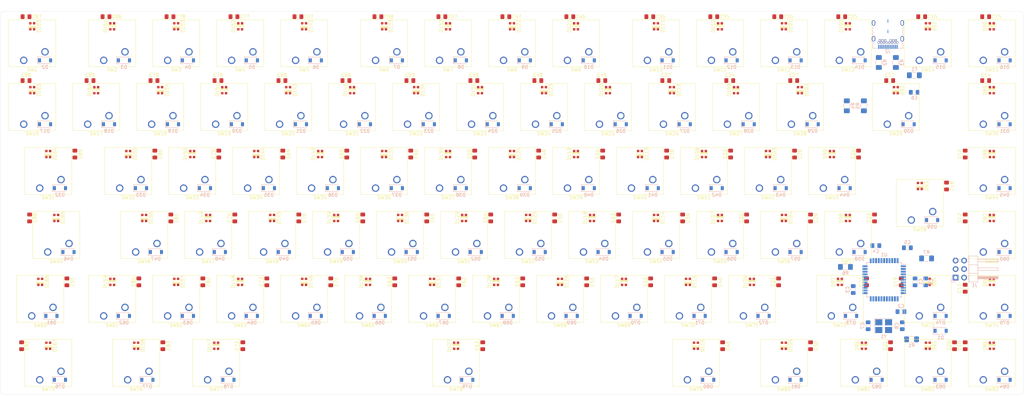
<source format=kicad_pcb>
(kicad_pcb (version 20171130) (host pcbnew 5.1.5+dfsg1-2build2)

  (general
    (thickness 1.6)
    (drawings 8)
    (tracks 0)
    (zones 0)
    (modules 354)
    (nets 216)
  )

  (page A3)
  (layers
    (0 F.Cu signal)
    (31 B.Cu signal)
    (32 B.Adhes user)
    (33 F.Adhes user)
    (34 B.Paste user)
    (35 F.Paste user)
    (36 B.SilkS user)
    (37 F.SilkS user)
    (38 B.Mask user)
    (39 F.Mask user)
    (40 Dwgs.User user)
    (41 Cmts.User user)
    (42 Eco1.User user)
    (43 Eco2.User user)
    (44 Edge.Cuts user)
    (45 Margin user)
    (46 B.CrtYd user)
    (47 F.CrtYd user)
    (48 B.Fab user)
    (49 F.Fab user)
  )

  (setup
    (last_trace_width 0.25)
    (trace_clearance 0.2)
    (zone_clearance 0.508)
    (zone_45_only no)
    (trace_min 0.2)
    (via_size 0.8)
    (via_drill 0.4)
    (via_min_size 0.6)
    (via_min_drill 0.3)
    (uvia_size 0.3)
    (uvia_drill 0.1)
    (uvias_allowed no)
    (uvia_min_size 0.2)
    (uvia_min_drill 0.1)
    (edge_width 0.05)
    (segment_width 0.2)
    (pcb_text_width 0.3)
    (pcb_text_size 1.5 1.5)
    (mod_edge_width 0.12)
    (mod_text_size 1 1)
    (mod_text_width 0.15)
    (pad_size 1.524 1.524)
    (pad_drill 0.762)
    (pad_to_mask_clearance 0.051)
    (solder_mask_min_width 0.25)
    (aux_axis_origin 0 0)
    (visible_elements FFFFF77F)
    (pcbplotparams
      (layerselection 0x010fc_ffffffff)
      (usegerberextensions false)
      (usegerberattributes false)
      (usegerberadvancedattributes false)
      (creategerberjobfile false)
      (excludeedgelayer true)
      (linewidth 0.100000)
      (plotframeref false)
      (viasonmask false)
      (mode 1)
      (useauxorigin false)
      (hpglpennumber 1)
      (hpglpenspeed 20)
      (hpglpendiameter 15.000000)
      (psnegative false)
      (psa4output false)
      (plotreference true)
      (plotvalue true)
      (plotinvisibletext false)
      (padsonsilk false)
      (subtractmaskfromsilk false)
      (outputformat 1)
      (mirror false)
      (drillshape 1)
      (scaleselection 1)
      (outputdirectory ""))
  )

  (net 0 "")
  (net 1 GND)
  (net 2 +5V)
  (net 3 "Net-(C7-Pad1)")
  (net 4 "Net-(C8-Pad2)")
  (net 5 "Net-(C9-Pad1)")
  (net 6 RST)
  (net 7 ROW0)
  (net 8 "Net-(D2-Pad2)")
  (net 9 "Net-(D3-Pad2)")
  (net 10 "Net-(D4-Pad2)")
  (net 11 "Net-(D5-Pad2)")
  (net 12 "Net-(D6-Pad2)")
  (net 13 "Net-(D7-Pad2)")
  (net 14 "Net-(D8-Pad2)")
  (net 15 "Net-(D9-Pad2)")
  (net 16 "Net-(D10-Pad2)")
  (net 17 "Net-(D11-Pad2)")
  (net 18 "Net-(D12-Pad2)")
  (net 19 "Net-(D13-Pad2)")
  (net 20 "Net-(D14-Pad2)")
  (net 21 "Net-(D15-Pad2)")
  (net 22 "Net-(D16-Pad2)")
  (net 23 ROW1)
  (net 24 "Net-(D17-Pad2)")
  (net 25 "Net-(D18-Pad2)")
  (net 26 "Net-(D19-Pad2)")
  (net 27 "Net-(D20-Pad2)")
  (net 28 "Net-(D21-Pad2)")
  (net 29 "Net-(D22-Pad2)")
  (net 30 "Net-(D23-Pad2)")
  (net 31 "Net-(D24-Pad2)")
  (net 32 "Net-(D25-Pad2)")
  (net 33 "Net-(D26-Pad2)")
  (net 34 "Net-(D27-Pad2)")
  (net 35 "Net-(D28-Pad2)")
  (net 36 "Net-(D29-Pad2)")
  (net 37 "Net-(D30-Pad2)")
  (net 38 "Net-(D31-Pad2)")
  (net 39 "Net-(D32-Pad2)")
  (net 40 ROW2)
  (net 41 "Net-(D33-Pad2)")
  (net 42 "Net-(D34-Pad2)")
  (net 43 "Net-(D35-Pad2)")
  (net 44 "Net-(D36-Pad2)")
  (net 45 "Net-(D37-Pad2)")
  (net 46 "Net-(D38-Pad2)")
  (net 47 "Net-(D39-Pad2)")
  (net 48 "Net-(D40-Pad2)")
  (net 49 "Net-(D41-Pad2)")
  (net 50 "Net-(D42-Pad2)")
  (net 51 "Net-(D43-Pad2)")
  (net 52 "Net-(D44-Pad2)")
  (net 53 "Net-(D45-Pad2)")
  (net 54 "Net-(D46-Pad2)")
  (net 55 ROW3)
  (net 56 "Net-(D47-Pad2)")
  (net 57 "Net-(D48-Pad2)")
  (net 58 "Net-(D49-Pad2)")
  (net 59 "Net-(D50-Pad2)")
  (net 60 "Net-(D51-Pad2)")
  (net 61 "Net-(D52-Pad2)")
  (net 62 "Net-(D53-Pad2)")
  (net 63 "Net-(D54-Pad2)")
  (net 64 "Net-(D55-Pad2)")
  (net 65 "Net-(D56-Pad2)")
  (net 66 "Net-(D57-Pad2)")
  (net 67 "Net-(D58-Pad2)")
  (net 68 "Net-(D59-Pad2)")
  (net 69 "Net-(D60-Pad2)")
  (net 70 ROW4)
  (net 71 "Net-(D61-Pad2)")
  (net 72 "Net-(D62-Pad2)")
  (net 73 "Net-(D63-Pad2)")
  (net 74 "Net-(D64-Pad2)")
  (net 75 "Net-(D65-Pad2)")
  (net 76 "Net-(D66-Pad2)")
  (net 77 "Net-(D67-Pad2)")
  (net 78 "Net-(D68-Pad2)")
  (net 79 "Net-(D69-Pad2)")
  (net 80 "Net-(D70-Pad2)")
  (net 81 "Net-(D71-Pad2)")
  (net 82 "Net-(D72-Pad2)")
  (net 83 "Net-(D73-Pad2)")
  (net 84 "Net-(D74-Pad2)")
  (net 85 "Net-(D75-Pad2)")
  (net 86 ROW5)
  (net 87 "Net-(D76-Pad2)")
  (net 88 "Net-(D77-Pad2)")
  (net 89 "Net-(D78-Pad2)")
  (net 90 "Net-(D79-Pad2)")
  (net 91 "Net-(D80-Pad2)")
  (net 92 "Net-(D81-Pad2)")
  (net 93 "Net-(D82-Pad2)")
  (net 94 "Net-(D83-Pad2)")
  (net 95 "Net-(D84-Pad2)")
  (net 96 "Net-(D85-Pad2)")
  (net 97 DIN)
  (net 98 "Net-(D86-Pad2)")
  (net 99 "Net-(D87-Pad2)")
  (net 100 "Net-(D88-Pad2)")
  (net 101 "Net-(D89-Pad2)")
  (net 102 "Net-(D90-Pad2)")
  (net 103 "Net-(D91-Pad2)")
  (net 104 "Net-(D92-Pad2)")
  (net 105 "Net-(D93-Pad2)")
  (net 106 "Net-(D94-Pad2)")
  (net 107 "Net-(D95-Pad2)")
  (net 108 "Net-(D96-Pad2)")
  (net 109 "Net-(D97-Pad2)")
  (net 110 "Net-(D98-Pad2)")
  (net 111 "Net-(D100-Pad4)")
  (net 112 "Net-(D100-Pad2)")
  (net 113 "Net-(D101-Pad2)")
  (net 114 "Net-(D102-Pad2)")
  (net 115 "Net-(D103-Pad2)")
  (net 116 "Net-(D104-Pad2)")
  (net 117 "Net-(D105-Pad2)")
  (net 118 "Net-(D106-Pad2)")
  (net 119 "Net-(D107-Pad2)")
  (net 120 "Net-(D108-Pad2)")
  (net 121 "Net-(D109-Pad2)")
  (net 122 "Net-(D110-Pad2)")
  (net 123 "Net-(D111-Pad2)")
  (net 124 "Net-(D112-Pad2)")
  (net 125 "Net-(D113-Pad2)")
  (net 126 "Net-(D114-Pad2)")
  (net 127 "Net-(D115-Pad2)")
  (net 128 "Net-(D116-Pad2)")
  (net 129 "Net-(D117-Pad2)")
  (net 130 "Net-(D118-Pad2)")
  (net 131 "Net-(D119-Pad2)")
  (net 132 "Net-(D120-Pad2)")
  (net 133 "Net-(D121-Pad2)")
  (net 134 "Net-(D122-Pad2)")
  (net 135 "Net-(D123-Pad2)")
  (net 136 "Net-(D124-Pad2)")
  (net 137 "Net-(D125-Pad2)")
  (net 138 "Net-(D126-Pad2)")
  (net 139 "Net-(D127-Pad2)")
  (net 140 "Net-(D128-Pad2)")
  (net 141 "Net-(D129-Pad2)")
  (net 142 "Net-(D130-Pad2)")
  (net 143 "Net-(D131-Pad2)")
  (net 144 "Net-(D132-Pad2)")
  (net 145 "Net-(D133-Pad2)")
  (net 146 "Net-(D134-Pad2)")
  (net 147 "Net-(D135-Pad2)")
  (net 148 "Net-(D136-Pad2)")
  (net 149 "Net-(D137-Pad2)")
  (net 150 "Net-(D138-Pad2)")
  (net 151 "Net-(D139-Pad2)")
  (net 152 "Net-(D140-Pad2)")
  (net 153 "Net-(D141-Pad2)")
  (net 154 "Net-(D142-Pad2)")
  (net 155 "Net-(D143-Pad2)")
  (net 156 "Net-(D144-Pad2)")
  (net 157 "Net-(D145-Pad2)")
  (net 158 "Net-(D146-Pad2)")
  (net 159 "Net-(D147-Pad2)")
  (net 160 "Net-(D148-Pad2)")
  (net 161 "Net-(D149-Pad2)")
  (net 162 "Net-(D150-Pad2)")
  (net 163 "Net-(D151-Pad2)")
  (net 164 "Net-(D152-Pad2)")
  (net 165 "Net-(D153-Pad2)")
  (net 166 "Net-(D154-Pad2)")
  (net 167 "Net-(D155-Pad2)")
  (net 168 "Net-(D156-Pad2)")
  (net 169 "Net-(D157-Pad2)")
  (net 170 "Net-(D158-Pad2)")
  (net 171 "Net-(D159-Pad2)")
  (net 172 "Net-(D160-Pad2)")
  (net 173 "Net-(D161-Pad2)")
  (net 174 "Net-(D162-Pad2)")
  (net 175 "Net-(D163-Pad2)")
  (net 176 "Net-(D164-Pad2)")
  (net 177 "Net-(D165-Pad2)")
  (net 178 "Net-(D166-Pad2)")
  (net 179 "Net-(D167-Pad2)")
  (net 180 "Net-(F1-Pad2)")
  (net 181 COL02)
  (net 182 COL00)
  (net 183 COL01)
  (net 184 "Net-(J2-PadA11)")
  (net 185 "Net-(J2-PadA10)")
  (net 186 "Net-(J2-PadA8)")
  (net 187 D-)
  (net 188 D+)
  (net 189 "Net-(J2-PadA5)")
  (net 190 "Net-(J2-PadA3)")
  (net 191 "Net-(J2-PadA2)")
  (net 192 "Net-(J2-PadB10)")
  (net 193 "Net-(J2-PadB3)")
  (net 194 "Net-(J2-PadB8)")
  (net 195 "Net-(J2-PadB5)")
  (net 196 "Net-(J2-PadB2)")
  (net 197 "Net-(J2-PadB11)")
  (net 198 "Net-(R6-Pad2)")
  (net 199 COL03)
  (net 200 COL04)
  (net 201 COL06)
  (net 202 COL07)
  (net 203 COL08)
  (net 204 COL09)
  (net 205 COL10)
  (net 206 COL11)
  (net 207 COL12)
  (net 208 COL13)
  (net 209 COL14)
  (net 210 COL15)
  (net 211 COL05)
  (net 212 "Net-(U1-Pad1)")
  (net 213 "Net-(U1-Pad8)")
  (net 214 "Net-(U1-Pad42)")
  (net 215 "Net-(R7-Pad2)")

  (net_class Default "Dies ist die voreingestellte Netzklasse."
    (clearance 0.2)
    (trace_width 0.25)
    (via_dia 0.8)
    (via_drill 0.4)
    (uvia_dia 0.3)
    (uvia_drill 0.1)
    (add_net +5V)
    (add_net COL00)
    (add_net COL01)
    (add_net COL02)
    (add_net COL03)
    (add_net COL04)
    (add_net COL05)
    (add_net COL06)
    (add_net COL07)
    (add_net COL08)
    (add_net COL09)
    (add_net COL10)
    (add_net COL11)
    (add_net COL12)
    (add_net COL13)
    (add_net COL14)
    (add_net COL15)
    (add_net D+)
    (add_net D-)
    (add_net DIN)
    (add_net GND)
    (add_net "Net-(C7-Pad1)")
    (add_net "Net-(C8-Pad2)")
    (add_net "Net-(C9-Pad1)")
    (add_net "Net-(D10-Pad2)")
    (add_net "Net-(D100-Pad2)")
    (add_net "Net-(D100-Pad4)")
    (add_net "Net-(D101-Pad2)")
    (add_net "Net-(D102-Pad2)")
    (add_net "Net-(D103-Pad2)")
    (add_net "Net-(D104-Pad2)")
    (add_net "Net-(D105-Pad2)")
    (add_net "Net-(D106-Pad2)")
    (add_net "Net-(D107-Pad2)")
    (add_net "Net-(D108-Pad2)")
    (add_net "Net-(D109-Pad2)")
    (add_net "Net-(D11-Pad2)")
    (add_net "Net-(D110-Pad2)")
    (add_net "Net-(D111-Pad2)")
    (add_net "Net-(D112-Pad2)")
    (add_net "Net-(D113-Pad2)")
    (add_net "Net-(D114-Pad2)")
    (add_net "Net-(D115-Pad2)")
    (add_net "Net-(D116-Pad2)")
    (add_net "Net-(D117-Pad2)")
    (add_net "Net-(D118-Pad2)")
    (add_net "Net-(D119-Pad2)")
    (add_net "Net-(D12-Pad2)")
    (add_net "Net-(D120-Pad2)")
    (add_net "Net-(D121-Pad2)")
    (add_net "Net-(D122-Pad2)")
    (add_net "Net-(D123-Pad2)")
    (add_net "Net-(D124-Pad2)")
    (add_net "Net-(D125-Pad2)")
    (add_net "Net-(D126-Pad2)")
    (add_net "Net-(D127-Pad2)")
    (add_net "Net-(D128-Pad2)")
    (add_net "Net-(D129-Pad2)")
    (add_net "Net-(D13-Pad2)")
    (add_net "Net-(D130-Pad2)")
    (add_net "Net-(D131-Pad2)")
    (add_net "Net-(D132-Pad2)")
    (add_net "Net-(D133-Pad2)")
    (add_net "Net-(D134-Pad2)")
    (add_net "Net-(D135-Pad2)")
    (add_net "Net-(D136-Pad2)")
    (add_net "Net-(D137-Pad2)")
    (add_net "Net-(D138-Pad2)")
    (add_net "Net-(D139-Pad2)")
    (add_net "Net-(D14-Pad2)")
    (add_net "Net-(D140-Pad2)")
    (add_net "Net-(D141-Pad2)")
    (add_net "Net-(D142-Pad2)")
    (add_net "Net-(D143-Pad2)")
    (add_net "Net-(D144-Pad2)")
    (add_net "Net-(D145-Pad2)")
    (add_net "Net-(D146-Pad2)")
    (add_net "Net-(D147-Pad2)")
    (add_net "Net-(D148-Pad2)")
    (add_net "Net-(D149-Pad2)")
    (add_net "Net-(D15-Pad2)")
    (add_net "Net-(D150-Pad2)")
    (add_net "Net-(D151-Pad2)")
    (add_net "Net-(D152-Pad2)")
    (add_net "Net-(D153-Pad2)")
    (add_net "Net-(D154-Pad2)")
    (add_net "Net-(D155-Pad2)")
    (add_net "Net-(D156-Pad2)")
    (add_net "Net-(D157-Pad2)")
    (add_net "Net-(D158-Pad2)")
    (add_net "Net-(D159-Pad2)")
    (add_net "Net-(D16-Pad2)")
    (add_net "Net-(D160-Pad2)")
    (add_net "Net-(D161-Pad2)")
    (add_net "Net-(D162-Pad2)")
    (add_net "Net-(D163-Pad2)")
    (add_net "Net-(D164-Pad2)")
    (add_net "Net-(D165-Pad2)")
    (add_net "Net-(D166-Pad2)")
    (add_net "Net-(D167-Pad2)")
    (add_net "Net-(D17-Pad2)")
    (add_net "Net-(D18-Pad2)")
    (add_net "Net-(D19-Pad2)")
    (add_net "Net-(D2-Pad2)")
    (add_net "Net-(D20-Pad2)")
    (add_net "Net-(D21-Pad2)")
    (add_net "Net-(D22-Pad2)")
    (add_net "Net-(D23-Pad2)")
    (add_net "Net-(D24-Pad2)")
    (add_net "Net-(D25-Pad2)")
    (add_net "Net-(D26-Pad2)")
    (add_net "Net-(D27-Pad2)")
    (add_net "Net-(D28-Pad2)")
    (add_net "Net-(D29-Pad2)")
    (add_net "Net-(D3-Pad2)")
    (add_net "Net-(D30-Pad2)")
    (add_net "Net-(D31-Pad2)")
    (add_net "Net-(D32-Pad2)")
    (add_net "Net-(D33-Pad2)")
    (add_net "Net-(D34-Pad2)")
    (add_net "Net-(D35-Pad2)")
    (add_net "Net-(D36-Pad2)")
    (add_net "Net-(D37-Pad2)")
    (add_net "Net-(D38-Pad2)")
    (add_net "Net-(D39-Pad2)")
    (add_net "Net-(D4-Pad2)")
    (add_net "Net-(D40-Pad2)")
    (add_net "Net-(D41-Pad2)")
    (add_net "Net-(D42-Pad2)")
    (add_net "Net-(D43-Pad2)")
    (add_net "Net-(D44-Pad2)")
    (add_net "Net-(D45-Pad2)")
    (add_net "Net-(D46-Pad2)")
    (add_net "Net-(D47-Pad2)")
    (add_net "Net-(D48-Pad2)")
    (add_net "Net-(D49-Pad2)")
    (add_net "Net-(D5-Pad2)")
    (add_net "Net-(D50-Pad2)")
    (add_net "Net-(D51-Pad2)")
    (add_net "Net-(D52-Pad2)")
    (add_net "Net-(D53-Pad2)")
    (add_net "Net-(D54-Pad2)")
    (add_net "Net-(D55-Pad2)")
    (add_net "Net-(D56-Pad2)")
    (add_net "Net-(D57-Pad2)")
    (add_net "Net-(D58-Pad2)")
    (add_net "Net-(D59-Pad2)")
    (add_net "Net-(D6-Pad2)")
    (add_net "Net-(D60-Pad2)")
    (add_net "Net-(D61-Pad2)")
    (add_net "Net-(D62-Pad2)")
    (add_net "Net-(D63-Pad2)")
    (add_net "Net-(D64-Pad2)")
    (add_net "Net-(D65-Pad2)")
    (add_net "Net-(D66-Pad2)")
    (add_net "Net-(D67-Pad2)")
    (add_net "Net-(D68-Pad2)")
    (add_net "Net-(D69-Pad2)")
    (add_net "Net-(D7-Pad2)")
    (add_net "Net-(D70-Pad2)")
    (add_net "Net-(D71-Pad2)")
    (add_net "Net-(D72-Pad2)")
    (add_net "Net-(D73-Pad2)")
    (add_net "Net-(D74-Pad2)")
    (add_net "Net-(D75-Pad2)")
    (add_net "Net-(D76-Pad2)")
    (add_net "Net-(D77-Pad2)")
    (add_net "Net-(D78-Pad2)")
    (add_net "Net-(D79-Pad2)")
    (add_net "Net-(D8-Pad2)")
    (add_net "Net-(D80-Pad2)")
    (add_net "Net-(D81-Pad2)")
    (add_net "Net-(D82-Pad2)")
    (add_net "Net-(D83-Pad2)")
    (add_net "Net-(D84-Pad2)")
    (add_net "Net-(D85-Pad2)")
    (add_net "Net-(D86-Pad2)")
    (add_net "Net-(D87-Pad2)")
    (add_net "Net-(D88-Pad2)")
    (add_net "Net-(D89-Pad2)")
    (add_net "Net-(D9-Pad2)")
    (add_net "Net-(D90-Pad2)")
    (add_net "Net-(D91-Pad2)")
    (add_net "Net-(D92-Pad2)")
    (add_net "Net-(D93-Pad2)")
    (add_net "Net-(D94-Pad2)")
    (add_net "Net-(D95-Pad2)")
    (add_net "Net-(D96-Pad2)")
    (add_net "Net-(D97-Pad2)")
    (add_net "Net-(D98-Pad2)")
    (add_net "Net-(F1-Pad2)")
    (add_net "Net-(J2-PadA10)")
    (add_net "Net-(J2-PadA11)")
    (add_net "Net-(J2-PadA2)")
    (add_net "Net-(J2-PadA3)")
    (add_net "Net-(J2-PadA5)")
    (add_net "Net-(J2-PadA8)")
    (add_net "Net-(J2-PadB10)")
    (add_net "Net-(J2-PadB11)")
    (add_net "Net-(J2-PadB2)")
    (add_net "Net-(J2-PadB3)")
    (add_net "Net-(J2-PadB5)")
    (add_net "Net-(J2-PadB8)")
    (add_net "Net-(R6-Pad2)")
    (add_net "Net-(R7-Pad2)")
    (add_net "Net-(U1-Pad1)")
    (add_net "Net-(U1-Pad42)")
    (add_net "Net-(U1-Pad8)")
    (add_net ROW0)
    (add_net ROW1)
    (add_net ROW2)
    (add_net ROW3)
    (add_net ROW4)
    (add_net ROW5)
    (add_net RST)
  )

  (module Resistor_SMD:R_1206_3216Metric_Pad1.42x1.75mm_HandSolder (layer B.Cu) (tedit 5B301BBD) (tstamp 5F26397F)
    (at 313.944 111.76 180)
    (descr "Resistor SMD 1206 (3216 Metric), square (rectangular) end terminal, IPC_7351 nominal with elongated pad for handsoldering. (Body size source: http://www.tortai-tech.com/upload/download/2011102023233369053.pdf), generated with kicad-footprint-generator")
    (tags "resistor handsolder")
    (path /5F259898)
    (attr smd)
    (fp_text reference R7 (at 0 1.82) (layer B.SilkS)
      (effects (font (size 1 1) (thickness 0.15)) (justify mirror))
    )
    (fp_text value 470 (at 0 -1.82) (layer B.Fab)
      (effects (font (size 1 1) (thickness 0.15)) (justify mirror))
    )
    (fp_text user %R (at 0 0) (layer B.Fab)
      (effects (font (size 0.8 0.8) (thickness 0.12)) (justify mirror))
    )
    (fp_line (start 2.45 -1.12) (end -2.45 -1.12) (layer B.CrtYd) (width 0.05))
    (fp_line (start 2.45 1.12) (end 2.45 -1.12) (layer B.CrtYd) (width 0.05))
    (fp_line (start -2.45 1.12) (end 2.45 1.12) (layer B.CrtYd) (width 0.05))
    (fp_line (start -2.45 -1.12) (end -2.45 1.12) (layer B.CrtYd) (width 0.05))
    (fp_line (start -0.602064 -0.91) (end 0.602064 -0.91) (layer B.SilkS) (width 0.12))
    (fp_line (start -0.602064 0.91) (end 0.602064 0.91) (layer B.SilkS) (width 0.12))
    (fp_line (start 1.6 -0.8) (end -1.6 -0.8) (layer B.Fab) (width 0.1))
    (fp_line (start 1.6 0.8) (end 1.6 -0.8) (layer B.Fab) (width 0.1))
    (fp_line (start -1.6 0.8) (end 1.6 0.8) (layer B.Fab) (width 0.1))
    (fp_line (start -1.6 -0.8) (end -1.6 0.8) (layer B.Fab) (width 0.1))
    (pad 2 smd roundrect (at 1.4875 0 180) (size 1.425 1.75) (layers B.Cu B.Paste B.Mask) (roundrect_rratio 0.175439)
      (net 215 "Net-(R7-Pad2)"))
    (pad 1 smd roundrect (at -1.4875 0 180) (size 1.425 1.75) (layers B.Cu B.Paste B.Mask) (roundrect_rratio 0.175439)
      (net 97 DIN))
    (model ${KISYS3DMOD}/Resistor_SMD.3dshapes/R_1206_3216Metric.wrl
      (at (xyz 0 0 0))
      (scale (xyz 1 1 1))
      (rotate (xyz 0 0 0))
    )
  )

  (module kezboard-pcb:LED_WS2812_2020 (layer F.Cu) (tedit 5F1C4B34) (tstamp 5F1B709E)
    (at 333.375 137.795 90)
    (descr https://www.peace-corp.co.jp/data/WS2812-2020_V1.0_EN.pdf)
    (path /5F949B9C/5F9E7A8D)
    (fp_text reference D85 (at 0 -2 90) (layer F.SilkS)
      (effects (font (size 1 1) (thickness 0.15)))
    )
    (fp_text value WS2812B (at 0 2 90) (layer F.Fab)
      (effects (font (size 1 1) (thickness 0.15)))
    )
    (fp_line (start -1.1 -1) (end 1.1 -1) (layer F.Fab) (width 0.1))
    (fp_line (start 1.1 -1) (end 1.1 1) (layer F.Fab) (width 0.1))
    (fp_line (start 1.1 1) (end -1.1 1) (layer F.Fab) (width 0.1))
    (fp_line (start -1.1 1) (end -1.1 -1) (layer F.Fab) (width 0.1))
    (fp_text user %R (at 0 0 90) (layer F.Fab)
      (effects (font (size 0.5 0.5) (thickness 0.1)))
    )
    (fp_line (start -1.1 -1.11) (end 1.1 -1.11) (layer F.SilkS) (width 0.12))
    (fp_line (start 1.1 1.11) (end -1.1 1.11) (layer F.SilkS) (width 0.12))
    (fp_poly (pts (xy 0.45 0.9) (xy 0.05 0.9) (xy 0.05 -0.9) (xy 0.45 -0.9)) (layer F.SilkS) (width 0.1))
    (pad 2 smd rect (at 0.9015 0.55 90) (size 0.7 0.7) (layers F.Cu F.Paste F.Mask)
      (net 96 "Net-(D85-Pad2)"))
    (pad 3 smd rect (at 0.9015 -0.55 90) (size 0.7 0.7) (layers F.Cu F.Paste F.Mask)
      (net 1 GND))
    (pad 4 smd rect (at -0.9015 -0.55 90) (size 0.7 0.7) (layers F.Cu F.Paste F.Mask)
      (net 97 DIN))
    (pad 1 smd rect (at -0.9015 0.55 90) (size 0.7 0.7) (layers F.Cu F.Paste F.Mask)
      (net 2 +5V))
  )

  (module kezboard-pcb:LED_WS2812_2020 (layer F.Cu) (tedit 5F1C4B34) (tstamp 5F15F975)
    (at 333.375 118.745 90)
    (descr https://www.peace-corp.co.jp/data/WS2812-2020_V1.0_EN.pdf)
    (path /5F949B9C/5FD3F1F5)
    (fp_text reference D86 (at 0 -2 90) (layer F.SilkS)
      (effects (font (size 1 1) (thickness 0.15)))
    )
    (fp_text value WS2812B (at 0 2 90) (layer F.Fab)
      (effects (font (size 1 1) (thickness 0.15)))
    )
    (fp_poly (pts (xy 0.45 0.9) (xy 0.05 0.9) (xy 0.05 -0.9) (xy 0.45 -0.9)) (layer F.SilkS) (width 0.1))
    (fp_line (start 1.1 1.11) (end -1.1 1.11) (layer F.SilkS) (width 0.12))
    (fp_line (start -1.1 -1.11) (end 1.1 -1.11) (layer F.SilkS) (width 0.12))
    (fp_text user %R (at 0 0 90) (layer F.Fab)
      (effects (font (size 0.5 0.5) (thickness 0.1)))
    )
    (fp_line (start -1.1 1) (end -1.1 -1) (layer F.Fab) (width 0.1))
    (fp_line (start 1.1 1) (end -1.1 1) (layer F.Fab) (width 0.1))
    (fp_line (start 1.1 -1) (end 1.1 1) (layer F.Fab) (width 0.1))
    (fp_line (start -1.1 -1) (end 1.1 -1) (layer F.Fab) (width 0.1))
    (pad 1 smd rect (at -0.9015 0.55 90) (size 0.7 0.7) (layers F.Cu F.Paste F.Mask)
      (net 2 +5V))
    (pad 4 smd rect (at -0.9015 -0.55 90) (size 0.7 0.7) (layers F.Cu F.Paste F.Mask)
      (net 96 "Net-(D85-Pad2)"))
    (pad 3 smd rect (at 0.9015 -0.55 90) (size 0.7 0.7) (layers F.Cu F.Paste F.Mask)
      (net 1 GND))
    (pad 2 smd rect (at 0.9015 0.55 90) (size 0.7 0.7) (layers F.Cu F.Paste F.Mask)
      (net 98 "Net-(D86-Pad2)"))
  )

  (module kezboard-pcb:LED_WS2812_2020 (layer F.Cu) (tedit 5F1C4B34) (tstamp 5F1B738A)
    (at 333.375 99.695 90)
    (descr https://www.peace-corp.co.jp/data/WS2812-2020_V1.0_EN.pdf)
    (path /5F949B9C/5FD40FA8)
    (fp_text reference D87 (at 0 -2 90) (layer F.SilkS)
      (effects (font (size 1 1) (thickness 0.15)))
    )
    (fp_text value WS2812B (at 0 2 90) (layer F.Fab)
      (effects (font (size 1 1) (thickness 0.15)))
    )
    (fp_poly (pts (xy 0.45 0.9) (xy 0.05 0.9) (xy 0.05 -0.9) (xy 0.45 -0.9)) (layer F.SilkS) (width 0.1))
    (fp_line (start 1.1 1.11) (end -1.1 1.11) (layer F.SilkS) (width 0.12))
    (fp_line (start -1.1 -1.11) (end 1.1 -1.11) (layer F.SilkS) (width 0.12))
    (fp_text user %R (at 0 0 90) (layer F.Fab)
      (effects (font (size 0.5 0.5) (thickness 0.1)))
    )
    (fp_line (start -1.1 1) (end -1.1 -1) (layer F.Fab) (width 0.1))
    (fp_line (start 1.1 1) (end -1.1 1) (layer F.Fab) (width 0.1))
    (fp_line (start 1.1 -1) (end 1.1 1) (layer F.Fab) (width 0.1))
    (fp_line (start -1.1 -1) (end 1.1 -1) (layer F.Fab) (width 0.1))
    (pad 1 smd rect (at -0.9015 0.55 90) (size 0.7 0.7) (layers F.Cu F.Paste F.Mask)
      (net 2 +5V))
    (pad 4 smd rect (at -0.9015 -0.55 90) (size 0.7 0.7) (layers F.Cu F.Paste F.Mask)
      (net 98 "Net-(D86-Pad2)"))
    (pad 3 smd rect (at 0.9015 -0.55 90) (size 0.7 0.7) (layers F.Cu F.Paste F.Mask)
      (net 1 GND))
    (pad 2 smd rect (at 0.9015 0.55 90) (size 0.7 0.7) (layers F.Cu F.Paste F.Mask)
      (net 99 "Net-(D87-Pad2)"))
  )

  (module kezboard-pcb:LED_WS2812_2020 (layer F.Cu) (tedit 5F1C4B34) (tstamp 5F25A25B)
    (at 333.375 80.645 90)
    (descr https://www.peace-corp.co.jp/data/WS2812-2020_V1.0_EN.pdf)
    (path /5F949B9C/5FD423CF)
    (fp_text reference D88 (at 0 -2 90) (layer F.SilkS)
      (effects (font (size 1 1) (thickness 0.15)))
    )
    (fp_text value WS2812B (at 0 2 90) (layer F.Fab)
      (effects (font (size 1 1) (thickness 0.15)))
    )
    (fp_poly (pts (xy 0.45 0.9) (xy 0.05 0.9) (xy 0.05 -0.9) (xy 0.45 -0.9)) (layer F.SilkS) (width 0.1))
    (fp_line (start 1.1 1.11) (end -1.1 1.11) (layer F.SilkS) (width 0.12))
    (fp_line (start -1.1 -1.11) (end 1.1 -1.11) (layer F.SilkS) (width 0.12))
    (fp_text user %R (at 0 0 90) (layer F.Fab)
      (effects (font (size 0.5 0.5) (thickness 0.1)))
    )
    (fp_line (start -1.1 1) (end -1.1 -1) (layer F.Fab) (width 0.1))
    (fp_line (start 1.1 1) (end -1.1 1) (layer F.Fab) (width 0.1))
    (fp_line (start 1.1 -1) (end 1.1 1) (layer F.Fab) (width 0.1))
    (fp_line (start -1.1 -1) (end 1.1 -1) (layer F.Fab) (width 0.1))
    (pad 1 smd rect (at -0.9015 0.55 90) (size 0.7 0.7) (layers F.Cu F.Paste F.Mask)
      (net 2 +5V))
    (pad 4 smd rect (at -0.9015 -0.55 90) (size 0.7 0.7) (layers F.Cu F.Paste F.Mask)
      (net 99 "Net-(D87-Pad2)"))
    (pad 3 smd rect (at 0.9015 -0.55 90) (size 0.7 0.7) (layers F.Cu F.Paste F.Mask)
      (net 1 GND))
    (pad 2 smd rect (at 0.9015 0.55 90) (size 0.7 0.7) (layers F.Cu F.Paste F.Mask)
      (net 100 "Net-(D88-Pad2)"))
  )

  (module kezboard-pcb:LED_WS2812_2020 (layer F.Cu) (tedit 5F1C4B34) (tstamp 5F15F9A2)
    (at 333.375 61.595 90)
    (descr https://www.peace-corp.co.jp/data/WS2812-2020_V1.0_EN.pdf)
    (path /5F949B9C/5FD43994)
    (fp_text reference D89 (at 0 -2 90) (layer F.SilkS)
      (effects (font (size 1 1) (thickness 0.15)))
    )
    (fp_text value WS2812B (at 0 2 90) (layer F.Fab)
      (effects (font (size 1 1) (thickness 0.15)))
    )
    (fp_line (start -1.1 -1) (end 1.1 -1) (layer F.Fab) (width 0.1))
    (fp_line (start 1.1 -1) (end 1.1 1) (layer F.Fab) (width 0.1))
    (fp_line (start 1.1 1) (end -1.1 1) (layer F.Fab) (width 0.1))
    (fp_line (start -1.1 1) (end -1.1 -1) (layer F.Fab) (width 0.1))
    (fp_text user %R (at 0 0 90) (layer F.Fab)
      (effects (font (size 0.5 0.5) (thickness 0.1)))
    )
    (fp_line (start -1.1 -1.11) (end 1.1 -1.11) (layer F.SilkS) (width 0.12))
    (fp_line (start 1.1 1.11) (end -1.1 1.11) (layer F.SilkS) (width 0.12))
    (fp_poly (pts (xy 0.45 0.9) (xy 0.05 0.9) (xy 0.05 -0.9) (xy 0.45 -0.9)) (layer F.SilkS) (width 0.1))
    (pad 2 smd rect (at 0.9015 0.55 90) (size 0.7 0.7) (layers F.Cu F.Paste F.Mask)
      (net 101 "Net-(D89-Pad2)"))
    (pad 3 smd rect (at 0.9015 -0.55 90) (size 0.7 0.7) (layers F.Cu F.Paste F.Mask)
      (net 1 GND))
    (pad 4 smd rect (at -0.9015 -0.55 90) (size 0.7 0.7) (layers F.Cu F.Paste F.Mask)
      (net 100 "Net-(D88-Pad2)"))
    (pad 1 smd rect (at -0.9015 0.55 90) (size 0.7 0.7) (layers F.Cu F.Paste F.Mask)
      (net 2 +5V))
  )

  (module kezboard-pcb:LED_WS2812_2020 (layer F.Cu) (tedit 5F1C4B34) (tstamp 5F15F9B1)
    (at 333.375 42.545 90)
    (descr https://www.peace-corp.co.jp/data/WS2812-2020_V1.0_EN.pdf)
    (path /5F949B9C/5F62CAD6)
    (fp_text reference D90 (at 0 -2 90) (layer F.SilkS)
      (effects (font (size 1 1) (thickness 0.15)))
    )
    (fp_text value WS2812B (at 0 2 90) (layer F.Fab)
      (effects (font (size 1 1) (thickness 0.15)))
    )
    (fp_poly (pts (xy 0.45 0.9) (xy 0.05 0.9) (xy 0.05 -0.9) (xy 0.45 -0.9)) (layer F.SilkS) (width 0.1))
    (fp_line (start 1.1 1.11) (end -1.1 1.11) (layer F.SilkS) (width 0.12))
    (fp_line (start -1.1 -1.11) (end 1.1 -1.11) (layer F.SilkS) (width 0.12))
    (fp_text user %R (at 0 0 90) (layer F.Fab)
      (effects (font (size 0.5 0.5) (thickness 0.1)))
    )
    (fp_line (start -1.1 1) (end -1.1 -1) (layer F.Fab) (width 0.1))
    (fp_line (start 1.1 1) (end -1.1 1) (layer F.Fab) (width 0.1))
    (fp_line (start 1.1 -1) (end 1.1 1) (layer F.Fab) (width 0.1))
    (fp_line (start -1.1 -1) (end 1.1 -1) (layer F.Fab) (width 0.1))
    (pad 1 smd rect (at -0.9015 0.55 90) (size 0.7 0.7) (layers F.Cu F.Paste F.Mask)
      (net 2 +5V))
    (pad 4 smd rect (at -0.9015 -0.55 90) (size 0.7 0.7) (layers F.Cu F.Paste F.Mask)
      (net 101 "Net-(D89-Pad2)"))
    (pad 3 smd rect (at 0.9015 -0.55 90) (size 0.7 0.7) (layers F.Cu F.Paste F.Mask)
      (net 1 GND))
    (pad 2 smd rect (at 0.9015 0.55 90) (size 0.7 0.7) (layers F.Cu F.Paste F.Mask)
      (net 102 "Net-(D90-Pad2)"))
  )

  (module kezboard-pcb:LED_WS2812_2020 (layer F.Cu) (tedit 5F1C4B34) (tstamp 5F15F9C0)
    (at 314.325 42.545 270)
    (descr https://www.peace-corp.co.jp/data/WS2812-2020_V1.0_EN.pdf)
    (path /5F949B9C/5F62CAF9)
    (fp_text reference D91 (at 0 -2 90) (layer F.SilkS)
      (effects (font (size 1 1) (thickness 0.15)))
    )
    (fp_text value WS2812B (at 0 2 90) (layer F.Fab)
      (effects (font (size 1 1) (thickness 0.15)))
    )
    (fp_line (start -1.1 -1) (end 1.1 -1) (layer F.Fab) (width 0.1))
    (fp_line (start 1.1 -1) (end 1.1 1) (layer F.Fab) (width 0.1))
    (fp_line (start 1.1 1) (end -1.1 1) (layer F.Fab) (width 0.1))
    (fp_line (start -1.1 1) (end -1.1 -1) (layer F.Fab) (width 0.1))
    (fp_text user %R (at 0 0 90) (layer F.Fab)
      (effects (font (size 0.5 0.5) (thickness 0.1)))
    )
    (fp_line (start -1.1 -1.11) (end 1.1 -1.11) (layer F.SilkS) (width 0.12))
    (fp_line (start 1.1 1.11) (end -1.1 1.11) (layer F.SilkS) (width 0.12))
    (fp_poly (pts (xy 0.45 0.9) (xy 0.05 0.9) (xy 0.05 -0.9) (xy 0.45 -0.9)) (layer F.SilkS) (width 0.1))
    (pad 2 smd rect (at 0.9015 0.55 270) (size 0.7 0.7) (layers F.Cu F.Paste F.Mask)
      (net 103 "Net-(D91-Pad2)"))
    (pad 3 smd rect (at 0.9015 -0.55 270) (size 0.7 0.7) (layers F.Cu F.Paste F.Mask)
      (net 1 GND))
    (pad 4 smd rect (at -0.9015 -0.55 270) (size 0.7 0.7) (layers F.Cu F.Paste F.Mask)
      (net 102 "Net-(D90-Pad2)"))
    (pad 1 smd rect (at -0.9015 0.55 270) (size 0.7 0.7) (layers F.Cu F.Paste F.Mask)
      (net 2 +5V))
  )

  (module kezboard-pcb:LED_WS2812_2020 (layer F.Cu) (tedit 5F1C4B34) (tstamp 5F15F9CF)
    (at 304.8 61.595 270)
    (descr https://www.peace-corp.co.jp/data/WS2812-2020_V1.0_EN.pdf)
    (path /5F949B9C/5F62CB1C)
    (fp_text reference D92 (at 0 -2 90) (layer F.SilkS)
      (effects (font (size 1 1) (thickness 0.15)))
    )
    (fp_text value WS2812B (at 0 2 90) (layer F.Fab)
      (effects (font (size 1 1) (thickness 0.15)))
    )
    (fp_poly (pts (xy 0.45 0.9) (xy 0.05 0.9) (xy 0.05 -0.9) (xy 0.45 -0.9)) (layer F.SilkS) (width 0.1))
    (fp_line (start 1.1 1.11) (end -1.1 1.11) (layer F.SilkS) (width 0.12))
    (fp_line (start -1.1 -1.11) (end 1.1 -1.11) (layer F.SilkS) (width 0.12))
    (fp_text user %R (at 0 0 90) (layer F.Fab)
      (effects (font (size 0.5 0.5) (thickness 0.1)))
    )
    (fp_line (start -1.1 1) (end -1.1 -1) (layer F.Fab) (width 0.1))
    (fp_line (start 1.1 1) (end -1.1 1) (layer F.Fab) (width 0.1))
    (fp_line (start 1.1 -1) (end 1.1 1) (layer F.Fab) (width 0.1))
    (fp_line (start -1.1 -1) (end 1.1 -1) (layer F.Fab) (width 0.1))
    (pad 1 smd rect (at -0.9015 0.55 270) (size 0.7 0.7) (layers F.Cu F.Paste F.Mask)
      (net 2 +5V))
    (pad 4 smd rect (at -0.9015 -0.55 270) (size 0.7 0.7) (layers F.Cu F.Paste F.Mask)
      (net 103 "Net-(D91-Pad2)"))
    (pad 3 smd rect (at 0.9015 -0.55 270) (size 0.7 0.7) (layers F.Cu F.Paste F.Mask)
      (net 1 GND))
    (pad 2 smd rect (at 0.9015 0.55 270) (size 0.7 0.7) (layers F.Cu F.Paste F.Mask)
      (net 104 "Net-(D92-Pad2)"))
  )

  (module kezboard-pcb:LED_WS2812_2020 (layer F.Cu) (tedit 5F1C4B34) (tstamp 5F15F9DE)
    (at 311.94375 90.17 270)
    (descr https://www.peace-corp.co.jp/data/WS2812-2020_V1.0_EN.pdf)
    (path /5F949B9C/5F62CB3F)
    (fp_text reference D93 (at 0 -2 90) (layer F.SilkS)
      (effects (font (size 1 1) (thickness 0.15)))
    )
    (fp_text value WS2812B (at 0 2 90) (layer F.Fab)
      (effects (font (size 1 1) (thickness 0.15)))
    )
    (fp_line (start -1.1 -1) (end 1.1 -1) (layer F.Fab) (width 0.1))
    (fp_line (start 1.1 -1) (end 1.1 1) (layer F.Fab) (width 0.1))
    (fp_line (start 1.1 1) (end -1.1 1) (layer F.Fab) (width 0.1))
    (fp_line (start -1.1 1) (end -1.1 -1) (layer F.Fab) (width 0.1))
    (fp_text user %R (at 0 0 90) (layer F.Fab)
      (effects (font (size 0.5 0.5) (thickness 0.1)))
    )
    (fp_line (start -1.1 -1.11) (end 1.1 -1.11) (layer F.SilkS) (width 0.12))
    (fp_line (start 1.1 1.11) (end -1.1 1.11) (layer F.SilkS) (width 0.12))
    (fp_poly (pts (xy 0.45 0.9) (xy 0.05 0.9) (xy 0.05 -0.9) (xy 0.45 -0.9)) (layer F.SilkS) (width 0.1))
    (pad 2 smd rect (at 0.9015 0.55 270) (size 0.7 0.7) (layers F.Cu F.Paste F.Mask)
      (net 105 "Net-(D93-Pad2)"))
    (pad 3 smd rect (at 0.9015 -0.55 270) (size 0.7 0.7) (layers F.Cu F.Paste F.Mask)
      (net 1 GND))
    (pad 4 smd rect (at -0.9015 -0.55 270) (size 0.7 0.7) (layers F.Cu F.Paste F.Mask)
      (net 104 "Net-(D92-Pad2)"))
    (pad 1 smd rect (at -0.9015 0.55 270) (size 0.7 0.7) (layers F.Cu F.Paste F.Mask)
      (net 2 +5V))
  )

  (module kezboard-pcb:LED_WS2812_2020 (layer F.Cu) (tedit 5F1C4B34) (tstamp 5F15F9ED)
    (at 314.325 118.745 270)
    (descr https://www.peace-corp.co.jp/data/WS2812-2020_V1.0_EN.pdf)
    (path /5F949B9C/5F62CB61)
    (fp_text reference D94 (at 0 -2 90) (layer F.SilkS)
      (effects (font (size 1 1) (thickness 0.15)))
    )
    (fp_text value WS2812B (at 0 2 90) (layer F.Fab)
      (effects (font (size 1 1) (thickness 0.15)))
    )
    (fp_poly (pts (xy 0.45 0.9) (xy 0.05 0.9) (xy 0.05 -0.9) (xy 0.45 -0.9)) (layer F.SilkS) (width 0.1))
    (fp_line (start 1.1 1.11) (end -1.1 1.11) (layer F.SilkS) (width 0.12))
    (fp_line (start -1.1 -1.11) (end 1.1 -1.11) (layer F.SilkS) (width 0.12))
    (fp_text user %R (at 0 0 90) (layer F.Fab)
      (effects (font (size 0.5 0.5) (thickness 0.1)))
    )
    (fp_line (start -1.1 1) (end -1.1 -1) (layer F.Fab) (width 0.1))
    (fp_line (start 1.1 1) (end -1.1 1) (layer F.Fab) (width 0.1))
    (fp_line (start 1.1 -1) (end 1.1 1) (layer F.Fab) (width 0.1))
    (fp_line (start -1.1 -1) (end 1.1 -1) (layer F.Fab) (width 0.1))
    (pad 1 smd rect (at -0.9015 0.55 270) (size 0.7 0.7) (layers F.Cu F.Paste F.Mask)
      (net 2 +5V))
    (pad 4 smd rect (at -0.9015 -0.55 270) (size 0.7 0.7) (layers F.Cu F.Paste F.Mask)
      (net 105 "Net-(D93-Pad2)"))
    (pad 3 smd rect (at 0.9015 -0.55 270) (size 0.7 0.7) (layers F.Cu F.Paste F.Mask)
      (net 1 GND))
    (pad 2 smd rect (at 0.9015 0.55 270) (size 0.7 0.7) (layers F.Cu F.Paste F.Mask)
      (net 106 "Net-(D94-Pad2)"))
  )

  (module kezboard-pcb:LED_WS2812_2020 (layer F.Cu) (tedit 5F1C4B34) (tstamp 5F15F9FC)
    (at 314.325 137.795 270)
    (descr https://www.peace-corp.co.jp/data/WS2812-2020_V1.0_EN.pdf)
    (path /5F949B9C/5F6A6266)
    (fp_text reference D95 (at 0 -2 90) (layer F.SilkS)
      (effects (font (size 1 1) (thickness 0.15)))
    )
    (fp_text value WS2812B (at 0 2 90) (layer F.Fab)
      (effects (font (size 1 1) (thickness 0.15)))
    )
    (fp_poly (pts (xy 0.45 0.9) (xy 0.05 0.9) (xy 0.05 -0.9) (xy 0.45 -0.9)) (layer F.SilkS) (width 0.1))
    (fp_line (start 1.1 1.11) (end -1.1 1.11) (layer F.SilkS) (width 0.12))
    (fp_line (start -1.1 -1.11) (end 1.1 -1.11) (layer F.SilkS) (width 0.12))
    (fp_text user %R (at 0 0 90) (layer F.Fab)
      (effects (font (size 0.5 0.5) (thickness 0.1)))
    )
    (fp_line (start -1.1 1) (end -1.1 -1) (layer F.Fab) (width 0.1))
    (fp_line (start 1.1 1) (end -1.1 1) (layer F.Fab) (width 0.1))
    (fp_line (start 1.1 -1) (end 1.1 1) (layer F.Fab) (width 0.1))
    (fp_line (start -1.1 -1) (end 1.1 -1) (layer F.Fab) (width 0.1))
    (pad 1 smd rect (at -0.9015 0.55 270) (size 0.7 0.7) (layers F.Cu F.Paste F.Mask)
      (net 2 +5V))
    (pad 4 smd rect (at -0.9015 -0.55 270) (size 0.7 0.7) (layers F.Cu F.Paste F.Mask)
      (net 106 "Net-(D94-Pad2)"))
    (pad 3 smd rect (at 0.9015 -0.55 270) (size 0.7 0.7) (layers F.Cu F.Paste F.Mask)
      (net 1 GND))
    (pad 2 smd rect (at 0.9015 0.55 270) (size 0.7 0.7) (layers F.Cu F.Paste F.Mask)
      (net 107 "Net-(D95-Pad2)"))
  )

  (module kezboard-pcb:LED_WS2812_2020 (layer F.Cu) (tedit 5F1C4B34) (tstamp 5F15FA0B)
    (at 295.275 137.795 90)
    (descr https://www.peace-corp.co.jp/data/WS2812-2020_V1.0_EN.pdf)
    (path /5F949B9C/5F6A6289)
    (fp_text reference D96 (at 0 -2 90) (layer F.SilkS)
      (effects (font (size 1 1) (thickness 0.15)))
    )
    (fp_text value WS2812B (at 0 2 90) (layer F.Fab)
      (effects (font (size 1 1) (thickness 0.15)))
    )
    (fp_line (start -1.1 -1) (end 1.1 -1) (layer F.Fab) (width 0.1))
    (fp_line (start 1.1 -1) (end 1.1 1) (layer F.Fab) (width 0.1))
    (fp_line (start 1.1 1) (end -1.1 1) (layer F.Fab) (width 0.1))
    (fp_line (start -1.1 1) (end -1.1 -1) (layer F.Fab) (width 0.1))
    (fp_text user %R (at 0 0 90) (layer F.Fab)
      (effects (font (size 0.5 0.5) (thickness 0.1)))
    )
    (fp_line (start -1.1 -1.11) (end 1.1 -1.11) (layer F.SilkS) (width 0.12))
    (fp_line (start 1.1 1.11) (end -1.1 1.11) (layer F.SilkS) (width 0.12))
    (fp_poly (pts (xy 0.45 0.9) (xy 0.05 0.9) (xy 0.05 -0.9) (xy 0.45 -0.9)) (layer F.SilkS) (width 0.1))
    (pad 2 smd rect (at 0.9015 0.55 90) (size 0.7 0.7) (layers F.Cu F.Paste F.Mask)
      (net 108 "Net-(D96-Pad2)"))
    (pad 3 smd rect (at 0.9015 -0.55 90) (size 0.7 0.7) (layers F.Cu F.Paste F.Mask)
      (net 1 GND))
    (pad 4 smd rect (at -0.9015 -0.55 90) (size 0.7 0.7) (layers F.Cu F.Paste F.Mask)
      (net 107 "Net-(D95-Pad2)"))
    (pad 1 smd rect (at -0.9015 0.55 90) (size 0.7 0.7) (layers F.Cu F.Paste F.Mask)
      (net 2 +5V))
  )

  (module kezboard-pcb:LED_WS2812_2020 (layer F.Cu) (tedit 5F1C4B34) (tstamp 5F15FA1A)
    (at 288.13125 118.745 90)
    (descr https://www.peace-corp.co.jp/data/WS2812-2020_V1.0_EN.pdf)
    (path /5F949B9C/5F6A62AC)
    (fp_text reference D97 (at 0 -2 90) (layer F.SilkS)
      (effects (font (size 1 1) (thickness 0.15)))
    )
    (fp_text value WS2812B (at 0 2 90) (layer F.Fab)
      (effects (font (size 1 1) (thickness 0.15)))
    )
    (fp_poly (pts (xy 0.45 0.9) (xy 0.05 0.9) (xy 0.05 -0.9) (xy 0.45 -0.9)) (layer F.SilkS) (width 0.1))
    (fp_line (start 1.1 1.11) (end -1.1 1.11) (layer F.SilkS) (width 0.12))
    (fp_line (start -1.1 -1.11) (end 1.1 -1.11) (layer F.SilkS) (width 0.12))
    (fp_text user %R (at 0 0 90) (layer F.Fab)
      (effects (font (size 0.5 0.5) (thickness 0.1)))
    )
    (fp_line (start -1.1 1) (end -1.1 -1) (layer F.Fab) (width 0.1))
    (fp_line (start 1.1 1) (end -1.1 1) (layer F.Fab) (width 0.1))
    (fp_line (start 1.1 -1) (end 1.1 1) (layer F.Fab) (width 0.1))
    (fp_line (start -1.1 -1) (end 1.1 -1) (layer F.Fab) (width 0.1))
    (pad 1 smd rect (at -0.9015 0.55 90) (size 0.7 0.7) (layers F.Cu F.Paste F.Mask)
      (net 2 +5V))
    (pad 4 smd rect (at -0.9015 -0.55 90) (size 0.7 0.7) (layers F.Cu F.Paste F.Mask)
      (net 108 "Net-(D96-Pad2)"))
    (pad 3 smd rect (at 0.9015 -0.55 90) (size 0.7 0.7) (layers F.Cu F.Paste F.Mask)
      (net 1 GND))
    (pad 2 smd rect (at 0.9015 0.55 90) (size 0.7 0.7) (layers F.Cu F.Paste F.Mask)
      (net 109 "Net-(D97-Pad2)"))
  )

  (module kezboard-pcb:LED_WS2812_2020 (layer F.Cu) (tedit 5F1C4B34) (tstamp 5F15FA29)
    (at 290.5125 99.695 90)
    (descr https://www.peace-corp.co.jp/data/WS2812-2020_V1.0_EN.pdf)
    (path /5F949B9C/5F6A62CF)
    (fp_text reference D98 (at 0 -2 90) (layer F.SilkS)
      (effects (font (size 1 1) (thickness 0.15)))
    )
    (fp_text value WS2812B (at 0 2 90) (layer F.Fab)
      (effects (font (size 1 1) (thickness 0.15)))
    )
    (fp_poly (pts (xy 0.45 0.9) (xy 0.05 0.9) (xy 0.05 -0.9) (xy 0.45 -0.9)) (layer F.SilkS) (width 0.1))
    (fp_line (start 1.1 1.11) (end -1.1 1.11) (layer F.SilkS) (width 0.12))
    (fp_line (start -1.1 -1.11) (end 1.1 -1.11) (layer F.SilkS) (width 0.12))
    (fp_text user %R (at 0 0 90) (layer F.Fab)
      (effects (font (size 0.5 0.5) (thickness 0.1)))
    )
    (fp_line (start -1.1 1) (end -1.1 -1) (layer F.Fab) (width 0.1))
    (fp_line (start 1.1 1) (end -1.1 1) (layer F.Fab) (width 0.1))
    (fp_line (start 1.1 -1) (end 1.1 1) (layer F.Fab) (width 0.1))
    (fp_line (start -1.1 -1) (end 1.1 -1) (layer F.Fab) (width 0.1))
    (pad 1 smd rect (at -0.9015 0.55 90) (size 0.7 0.7) (layers F.Cu F.Paste F.Mask)
      (net 2 +5V))
    (pad 4 smd rect (at -0.9015 -0.55 90) (size 0.7 0.7) (layers F.Cu F.Paste F.Mask)
      (net 109 "Net-(D97-Pad2)"))
    (pad 3 smd rect (at 0.9015 -0.55 90) (size 0.7 0.7) (layers F.Cu F.Paste F.Mask)
      (net 1 GND))
    (pad 2 smd rect (at 0.9015 0.55 90) (size 0.7 0.7) (layers F.Cu F.Paste F.Mask)
      (net 110 "Net-(D98-Pad2)"))
  )

  (module kezboard-pcb:LED_WS2812_2020 (layer F.Cu) (tedit 5F1C4B34) (tstamp 5F15FA38)
    (at 285.75 80.645 90)
    (descr https://www.peace-corp.co.jp/data/WS2812-2020_V1.0_EN.pdf)
    (path /5F949B9C/5F6A62F2)
    (fp_text reference D99 (at 0 -2 90) (layer F.SilkS)
      (effects (font (size 1 1) (thickness 0.15)))
    )
    (fp_text value WS2812B (at 0 2 90) (layer F.Fab)
      (effects (font (size 1 1) (thickness 0.15)))
    )
    (fp_poly (pts (xy 0.45 0.9) (xy 0.05 0.9) (xy 0.05 -0.9) (xy 0.45 -0.9)) (layer F.SilkS) (width 0.1))
    (fp_line (start 1.1 1.11) (end -1.1 1.11) (layer F.SilkS) (width 0.12))
    (fp_line (start -1.1 -1.11) (end 1.1 -1.11) (layer F.SilkS) (width 0.12))
    (fp_text user %R (at 0 0 90) (layer F.Fab)
      (effects (font (size 0.5 0.5) (thickness 0.1)))
    )
    (fp_line (start -1.1 1) (end -1.1 -1) (layer F.Fab) (width 0.1))
    (fp_line (start 1.1 1) (end -1.1 1) (layer F.Fab) (width 0.1))
    (fp_line (start 1.1 -1) (end 1.1 1) (layer F.Fab) (width 0.1))
    (fp_line (start -1.1 -1) (end 1.1 -1) (layer F.Fab) (width 0.1))
    (pad 1 smd rect (at -0.9015 0.55 90) (size 0.7 0.7) (layers F.Cu F.Paste F.Mask)
      (net 2 +5V))
    (pad 4 smd rect (at -0.9015 -0.55 90) (size 0.7 0.7) (layers F.Cu F.Paste F.Mask)
      (net 110 "Net-(D98-Pad2)"))
    (pad 3 smd rect (at 0.9015 -0.55 90) (size 0.7 0.7) (layers F.Cu F.Paste F.Mask)
      (net 1 GND))
    (pad 2 smd rect (at 0.9015 0.55 90) (size 0.7 0.7) (layers F.Cu F.Paste F.Mask)
      (net 111 "Net-(D100-Pad4)"))
  )

  (module kezboard-pcb:LED_WS2812_2020 (layer F.Cu) (tedit 5F1C4B34) (tstamp 5F15FA47)
    (at 290.5125 42.545 90)
    (descr https://www.peace-corp.co.jp/data/WS2812-2020_V1.0_EN.pdf)
    (path /5F949B9C/5F6A6315)
    (fp_text reference D100 (at 0 -2 90) (layer F.SilkS)
      (effects (font (size 1 1) (thickness 0.15)))
    )
    (fp_text value WS2812B (at 0 2 90) (layer F.Fab)
      (effects (font (size 1 1) (thickness 0.15)))
    )
    (fp_poly (pts (xy 0.45 0.9) (xy 0.05 0.9) (xy 0.05 -0.9) (xy 0.45 -0.9)) (layer F.SilkS) (width 0.1))
    (fp_line (start 1.1 1.11) (end -1.1 1.11) (layer F.SilkS) (width 0.12))
    (fp_line (start -1.1 -1.11) (end 1.1 -1.11) (layer F.SilkS) (width 0.12))
    (fp_text user %R (at 0 0 90) (layer F.Fab)
      (effects (font (size 0.5 0.5) (thickness 0.1)))
    )
    (fp_line (start -1.1 1) (end -1.1 -1) (layer F.Fab) (width 0.1))
    (fp_line (start 1.1 1) (end -1.1 1) (layer F.Fab) (width 0.1))
    (fp_line (start 1.1 -1) (end 1.1 1) (layer F.Fab) (width 0.1))
    (fp_line (start -1.1 -1) (end 1.1 -1) (layer F.Fab) (width 0.1))
    (pad 1 smd rect (at -0.9015 0.55 90) (size 0.7 0.7) (layers F.Cu F.Paste F.Mask)
      (net 2 +5V))
    (pad 4 smd rect (at -0.9015 -0.55 90) (size 0.7 0.7) (layers F.Cu F.Paste F.Mask)
      (net 111 "Net-(D100-Pad4)"))
    (pad 3 smd rect (at 0.9015 -0.55 90) (size 0.7 0.7) (layers F.Cu F.Paste F.Mask)
      (net 1 GND))
    (pad 2 smd rect (at 0.9015 0.55 90) (size 0.7 0.7) (layers F.Cu F.Paste F.Mask)
      (net 112 "Net-(D100-Pad2)"))
  )

  (module kezboard-pcb:LED_WS2812_2020 (layer F.Cu) (tedit 5F1C4B34) (tstamp 5F15FA56)
    (at 271.4625 42.545 270)
    (descr https://www.peace-corp.co.jp/data/WS2812-2020_V1.0_EN.pdf)
    (path /5F949B9C/5F6A6338)
    (fp_text reference D101 (at 0 -2 90) (layer F.SilkS)
      (effects (font (size 1 1) (thickness 0.15)))
    )
    (fp_text value WS2812B (at 0 2 90) (layer F.Fab)
      (effects (font (size 1 1) (thickness 0.15)))
    )
    (fp_poly (pts (xy 0.45 0.9) (xy 0.05 0.9) (xy 0.05 -0.9) (xy 0.45 -0.9)) (layer F.SilkS) (width 0.1))
    (fp_line (start 1.1 1.11) (end -1.1 1.11) (layer F.SilkS) (width 0.12))
    (fp_line (start -1.1 -1.11) (end 1.1 -1.11) (layer F.SilkS) (width 0.12))
    (fp_text user %R (at 0 0 90) (layer F.Fab)
      (effects (font (size 0.5 0.5) (thickness 0.1)))
    )
    (fp_line (start -1.1 1) (end -1.1 -1) (layer F.Fab) (width 0.1))
    (fp_line (start 1.1 1) (end -1.1 1) (layer F.Fab) (width 0.1))
    (fp_line (start 1.1 -1) (end 1.1 1) (layer F.Fab) (width 0.1))
    (fp_line (start -1.1 -1) (end 1.1 -1) (layer F.Fab) (width 0.1))
    (pad 1 smd rect (at -0.9015 0.55 270) (size 0.7 0.7) (layers F.Cu F.Paste F.Mask)
      (net 2 +5V))
    (pad 4 smd rect (at -0.9015 -0.55 270) (size 0.7 0.7) (layers F.Cu F.Paste F.Mask)
      (net 112 "Net-(D100-Pad2)"))
    (pad 3 smd rect (at 0.9015 -0.55 270) (size 0.7 0.7) (layers F.Cu F.Paste F.Mask)
      (net 1 GND))
    (pad 2 smd rect (at 0.9015 0.55 270) (size 0.7 0.7) (layers F.Cu F.Paste F.Mask)
      (net 113 "Net-(D101-Pad2)"))
  )

  (module kezboard-pcb:LED_WS2812_2020 (layer F.Cu) (tedit 5F1C4B34) (tstamp 5F15FA65)
    (at 276.225 61.595 270)
    (descr https://www.peace-corp.co.jp/data/WS2812-2020_V1.0_EN.pdf)
    (path /5F949B9C/5F6A635B)
    (fp_text reference D102 (at 0 -2 90) (layer F.SilkS)
      (effects (font (size 1 1) (thickness 0.15)))
    )
    (fp_text value WS2812B (at 0 2 90) (layer F.Fab)
      (effects (font (size 1 1) (thickness 0.15)))
    )
    (fp_line (start -1.1 -1) (end 1.1 -1) (layer F.Fab) (width 0.1))
    (fp_line (start 1.1 -1) (end 1.1 1) (layer F.Fab) (width 0.1))
    (fp_line (start 1.1 1) (end -1.1 1) (layer F.Fab) (width 0.1))
    (fp_line (start -1.1 1) (end -1.1 -1) (layer F.Fab) (width 0.1))
    (fp_text user %R (at 0 0 90) (layer F.Fab)
      (effects (font (size 0.5 0.5) (thickness 0.1)))
    )
    (fp_line (start -1.1 -1.11) (end 1.1 -1.11) (layer F.SilkS) (width 0.12))
    (fp_line (start 1.1 1.11) (end -1.1 1.11) (layer F.SilkS) (width 0.12))
    (fp_poly (pts (xy 0.45 0.9) (xy 0.05 0.9) (xy 0.05 -0.9) (xy 0.45 -0.9)) (layer F.SilkS) (width 0.1))
    (pad 2 smd rect (at 0.9015 0.55 270) (size 0.7 0.7) (layers F.Cu F.Paste F.Mask)
      (net 114 "Net-(D102-Pad2)"))
    (pad 3 smd rect (at 0.9015 -0.55 270) (size 0.7 0.7) (layers F.Cu F.Paste F.Mask)
      (net 1 GND))
    (pad 4 smd rect (at -0.9015 -0.55 270) (size 0.7 0.7) (layers F.Cu F.Paste F.Mask)
      (net 113 "Net-(D101-Pad2)"))
    (pad 1 smd rect (at -0.9015 0.55 270) (size 0.7 0.7) (layers F.Cu F.Paste F.Mask)
      (net 2 +5V))
  )

  (module kezboard-pcb:LED_WS2812_2020 (layer F.Cu) (tedit 5F1C4B34) (tstamp 5F15FA74)
    (at 266.7 80.645 270)
    (descr https://www.peace-corp.co.jp/data/WS2812-2020_V1.0_EN.pdf)
    (path /5F949B9C/5F6A637E)
    (fp_text reference D103 (at 0 -2 90) (layer F.SilkS)
      (effects (font (size 1 1) (thickness 0.15)))
    )
    (fp_text value WS2812B (at 0 2 90) (layer F.Fab)
      (effects (font (size 1 1) (thickness 0.15)))
    )
    (fp_poly (pts (xy 0.45 0.9) (xy 0.05 0.9) (xy 0.05 -0.9) (xy 0.45 -0.9)) (layer F.SilkS) (width 0.1))
    (fp_line (start 1.1 1.11) (end -1.1 1.11) (layer F.SilkS) (width 0.12))
    (fp_line (start -1.1 -1.11) (end 1.1 -1.11) (layer F.SilkS) (width 0.12))
    (fp_text user %R (at 0 0 90) (layer F.Fab)
      (effects (font (size 0.5 0.5) (thickness 0.1)))
    )
    (fp_line (start -1.1 1) (end -1.1 -1) (layer F.Fab) (width 0.1))
    (fp_line (start 1.1 1) (end -1.1 1) (layer F.Fab) (width 0.1))
    (fp_line (start 1.1 -1) (end 1.1 1) (layer F.Fab) (width 0.1))
    (fp_line (start -1.1 -1) (end 1.1 -1) (layer F.Fab) (width 0.1))
    (pad 1 smd rect (at -0.9015 0.55 270) (size 0.7 0.7) (layers F.Cu F.Paste F.Mask)
      (net 2 +5V))
    (pad 4 smd rect (at -0.9015 -0.55 270) (size 0.7 0.7) (layers F.Cu F.Paste F.Mask)
      (net 114 "Net-(D102-Pad2)"))
    (pad 3 smd rect (at 0.9015 -0.55 270) (size 0.7 0.7) (layers F.Cu F.Paste F.Mask)
      (net 1 GND))
    (pad 2 smd rect (at 0.9015 0.55 270) (size 0.7 0.7) (layers F.Cu F.Paste F.Mask)
      (net 115 "Net-(D103-Pad2)"))
  )

  (module kezboard-pcb:LED_WS2812_2020 (layer F.Cu) (tedit 5F1C4B34) (tstamp 5F15FA83)
    (at 271.4625 99.695 270)
    (descr https://www.peace-corp.co.jp/data/WS2812-2020_V1.0_EN.pdf)
    (path /5F949B9C/5F6A63A0)
    (fp_text reference D104 (at 0 -2 90) (layer F.SilkS)
      (effects (font (size 1 1) (thickness 0.15)))
    )
    (fp_text value WS2812B (at 0 2 90) (layer F.Fab)
      (effects (font (size 1 1) (thickness 0.15)))
    )
    (fp_poly (pts (xy 0.45 0.9) (xy 0.05 0.9) (xy 0.05 -0.9) (xy 0.45 -0.9)) (layer F.SilkS) (width 0.1))
    (fp_line (start 1.1 1.11) (end -1.1 1.11) (layer F.SilkS) (width 0.12))
    (fp_line (start -1.1 -1.11) (end 1.1 -1.11) (layer F.SilkS) (width 0.12))
    (fp_text user %R (at 0 0 90) (layer F.Fab)
      (effects (font (size 0.5 0.5) (thickness 0.1)))
    )
    (fp_line (start -1.1 1) (end -1.1 -1) (layer F.Fab) (width 0.1))
    (fp_line (start 1.1 1) (end -1.1 1) (layer F.Fab) (width 0.1))
    (fp_line (start 1.1 -1) (end 1.1 1) (layer F.Fab) (width 0.1))
    (fp_line (start -1.1 -1) (end 1.1 -1) (layer F.Fab) (width 0.1))
    (pad 1 smd rect (at -0.9015 0.55 270) (size 0.7 0.7) (layers F.Cu F.Paste F.Mask)
      (net 2 +5V))
    (pad 4 smd rect (at -0.9015 -0.55 270) (size 0.7 0.7) (layers F.Cu F.Paste F.Mask)
      (net 115 "Net-(D103-Pad2)"))
    (pad 3 smd rect (at 0.9015 -0.55 270) (size 0.7 0.7) (layers F.Cu F.Paste F.Mask)
      (net 1 GND))
    (pad 2 smd rect (at 0.9015 0.55 270) (size 0.7 0.7) (layers F.Cu F.Paste F.Mask)
      (net 116 "Net-(D104-Pad2)"))
  )

  (module kezboard-pcb:LED_WS2812_2020 (layer F.Cu) (tedit 5F1C4B34) (tstamp 5F15FA92)
    (at 271.4625 137.795 270)
    (descr https://www.peace-corp.co.jp/data/WS2812-2020_V1.0_EN.pdf)
    (path /5F949B9C/5F6DAEAD)
    (fp_text reference D105 (at 0 -2 90) (layer F.SilkS)
      (effects (font (size 1 1) (thickness 0.15)))
    )
    (fp_text value WS2812B (at 0 2 90) (layer F.Fab)
      (effects (font (size 1 1) (thickness 0.15)))
    )
    (fp_poly (pts (xy 0.45 0.9) (xy 0.05 0.9) (xy 0.05 -0.9) (xy 0.45 -0.9)) (layer F.SilkS) (width 0.1))
    (fp_line (start 1.1 1.11) (end -1.1 1.11) (layer F.SilkS) (width 0.12))
    (fp_line (start -1.1 -1.11) (end 1.1 -1.11) (layer F.SilkS) (width 0.12))
    (fp_text user %R (at 0 0 90) (layer F.Fab)
      (effects (font (size 0.5 0.5) (thickness 0.1)))
    )
    (fp_line (start -1.1 1) (end -1.1 -1) (layer F.Fab) (width 0.1))
    (fp_line (start 1.1 1) (end -1.1 1) (layer F.Fab) (width 0.1))
    (fp_line (start 1.1 -1) (end 1.1 1) (layer F.Fab) (width 0.1))
    (fp_line (start -1.1 -1) (end 1.1 -1) (layer F.Fab) (width 0.1))
    (pad 1 smd rect (at -0.9015 0.55 270) (size 0.7 0.7) (layers F.Cu F.Paste F.Mask)
      (net 2 +5V))
    (pad 4 smd rect (at -0.9015 -0.55 270) (size 0.7 0.7) (layers F.Cu F.Paste F.Mask)
      (net 116 "Net-(D104-Pad2)"))
    (pad 3 smd rect (at 0.9015 -0.55 270) (size 0.7 0.7) (layers F.Cu F.Paste F.Mask)
      (net 1 GND))
    (pad 2 smd rect (at 0.9015 0.55 270) (size 0.7 0.7) (layers F.Cu F.Paste F.Mask)
      (net 117 "Net-(D105-Pad2)"))
  )

  (module kezboard-pcb:LED_WS2812_2020 (layer F.Cu) (tedit 5F1C4B34) (tstamp 5F15FAA1)
    (at 261.9375 118.745 90)
    (descr https://www.peace-corp.co.jp/data/WS2812-2020_V1.0_EN.pdf)
    (path /5F949B9C/5F6DAED0)
    (fp_text reference D106 (at 0 -2 90) (layer F.SilkS)
      (effects (font (size 1 1) (thickness 0.15)))
    )
    (fp_text value WS2812B (at 0 2 90) (layer F.Fab)
      (effects (font (size 1 1) (thickness 0.15)))
    )
    (fp_poly (pts (xy 0.45 0.9) (xy 0.05 0.9) (xy 0.05 -0.9) (xy 0.45 -0.9)) (layer F.SilkS) (width 0.1))
    (fp_line (start 1.1 1.11) (end -1.1 1.11) (layer F.SilkS) (width 0.12))
    (fp_line (start -1.1 -1.11) (end 1.1 -1.11) (layer F.SilkS) (width 0.12))
    (fp_text user %R (at 0 0 90) (layer F.Fab)
      (effects (font (size 0.5 0.5) (thickness 0.1)))
    )
    (fp_line (start -1.1 1) (end -1.1 -1) (layer F.Fab) (width 0.1))
    (fp_line (start 1.1 1) (end -1.1 1) (layer F.Fab) (width 0.1))
    (fp_line (start 1.1 -1) (end 1.1 1) (layer F.Fab) (width 0.1))
    (fp_line (start -1.1 -1) (end 1.1 -1) (layer F.Fab) (width 0.1))
    (pad 1 smd rect (at -0.9015 0.55 90) (size 0.7 0.7) (layers F.Cu F.Paste F.Mask)
      (net 2 +5V))
    (pad 4 smd rect (at -0.9015 -0.55 90) (size 0.7 0.7) (layers F.Cu F.Paste F.Mask)
      (net 117 "Net-(D105-Pad2)"))
    (pad 3 smd rect (at 0.9015 -0.55 90) (size 0.7 0.7) (layers F.Cu F.Paste F.Mask)
      (net 1 GND))
    (pad 2 smd rect (at 0.9015 0.55 90) (size 0.7 0.7) (layers F.Cu F.Paste F.Mask)
      (net 118 "Net-(D106-Pad2)"))
  )

  (module kezboard-pcb:LED_WS2812_2020 (layer F.Cu) (tedit 5F1C4B34) (tstamp 5F15FAB0)
    (at 252.4125 99.695 90)
    (descr https://www.peace-corp.co.jp/data/WS2812-2020_V1.0_EN.pdf)
    (path /5F949B9C/5F6DAEF3)
    (fp_text reference D107 (at 0 -2 90) (layer F.SilkS)
      (effects (font (size 1 1) (thickness 0.15)))
    )
    (fp_text value WS2812B (at 0 2 90) (layer F.Fab)
      (effects (font (size 1 1) (thickness 0.15)))
    )
    (fp_poly (pts (xy 0.45 0.9) (xy 0.05 0.9) (xy 0.05 -0.9) (xy 0.45 -0.9)) (layer F.SilkS) (width 0.1))
    (fp_line (start 1.1 1.11) (end -1.1 1.11) (layer F.SilkS) (width 0.12))
    (fp_line (start -1.1 -1.11) (end 1.1 -1.11) (layer F.SilkS) (width 0.12))
    (fp_text user %R (at 0 0 90) (layer F.Fab)
      (effects (font (size 0.5 0.5) (thickness 0.1)))
    )
    (fp_line (start -1.1 1) (end -1.1 -1) (layer F.Fab) (width 0.1))
    (fp_line (start 1.1 1) (end -1.1 1) (layer F.Fab) (width 0.1))
    (fp_line (start 1.1 -1) (end 1.1 1) (layer F.Fab) (width 0.1))
    (fp_line (start -1.1 -1) (end 1.1 -1) (layer F.Fab) (width 0.1))
    (pad 1 smd rect (at -0.9015 0.55 90) (size 0.7 0.7) (layers F.Cu F.Paste F.Mask)
      (net 2 +5V))
    (pad 4 smd rect (at -0.9015 -0.55 90) (size 0.7 0.7) (layers F.Cu F.Paste F.Mask)
      (net 118 "Net-(D106-Pad2)"))
    (pad 3 smd rect (at 0.9015 -0.55 90) (size 0.7 0.7) (layers F.Cu F.Paste F.Mask)
      (net 1 GND))
    (pad 2 smd rect (at 0.9015 0.55 90) (size 0.7 0.7) (layers F.Cu F.Paste F.Mask)
      (net 119 "Net-(D107-Pad2)"))
  )

  (module kezboard-pcb:LED_WS2812_2020 (layer F.Cu) (tedit 5F1C4B34) (tstamp 5F15FABF)
    (at 247.65 80.645 90)
    (descr https://www.peace-corp.co.jp/data/WS2812-2020_V1.0_EN.pdf)
    (path /5F949B9C/5F6DAF16)
    (fp_text reference D108 (at 0 -2 90) (layer F.SilkS)
      (effects (font (size 1 1) (thickness 0.15)))
    )
    (fp_text value WS2812B (at 0 2 90) (layer F.Fab)
      (effects (font (size 1 1) (thickness 0.15)))
    )
    (fp_poly (pts (xy 0.45 0.9) (xy 0.05 0.9) (xy 0.05 -0.9) (xy 0.45 -0.9)) (layer F.SilkS) (width 0.1))
    (fp_line (start 1.1 1.11) (end -1.1 1.11) (layer F.SilkS) (width 0.12))
    (fp_line (start -1.1 -1.11) (end 1.1 -1.11) (layer F.SilkS) (width 0.12))
    (fp_text user %R (at 0 0 90) (layer F.Fab)
      (effects (font (size 0.5 0.5) (thickness 0.1)))
    )
    (fp_line (start -1.1 1) (end -1.1 -1) (layer F.Fab) (width 0.1))
    (fp_line (start 1.1 1) (end -1.1 1) (layer F.Fab) (width 0.1))
    (fp_line (start 1.1 -1) (end 1.1 1) (layer F.Fab) (width 0.1))
    (fp_line (start -1.1 -1) (end 1.1 -1) (layer F.Fab) (width 0.1))
    (pad 1 smd rect (at -0.9015 0.55 90) (size 0.7 0.7) (layers F.Cu F.Paste F.Mask)
      (net 2 +5V))
    (pad 4 smd rect (at -0.9015 -0.55 90) (size 0.7 0.7) (layers F.Cu F.Paste F.Mask)
      (net 119 "Net-(D107-Pad2)"))
    (pad 3 smd rect (at 0.9015 -0.55 90) (size 0.7 0.7) (layers F.Cu F.Paste F.Mask)
      (net 1 GND))
    (pad 2 smd rect (at 0.9015 0.55 90) (size 0.7 0.7) (layers F.Cu F.Paste F.Mask)
      (net 120 "Net-(D108-Pad2)"))
  )

  (module kezboard-pcb:LED_WS2812_2020 (layer F.Cu) (tedit 5F1C4B34) (tstamp 5F1B7DEF)
    (at 257.175 61.595 90)
    (descr https://www.peace-corp.co.jp/data/WS2812-2020_V1.0_EN.pdf)
    (path /5F949B9C/5F6DAF39)
    (fp_text reference D109 (at 0 -2 90) (layer F.SilkS)
      (effects (font (size 1 1) (thickness 0.15)))
    )
    (fp_text value WS2812B (at 0 2 90) (layer F.Fab)
      (effects (font (size 1 1) (thickness 0.15)))
    )
    (fp_poly (pts (xy 0.45 0.9) (xy 0.05 0.9) (xy 0.05 -0.9) (xy 0.45 -0.9)) (layer F.SilkS) (width 0.1))
    (fp_line (start 1.1 1.11) (end -1.1 1.11) (layer F.SilkS) (width 0.12))
    (fp_line (start -1.1 -1.11) (end 1.1 -1.11) (layer F.SilkS) (width 0.12))
    (fp_text user %R (at 0 0 90) (layer F.Fab)
      (effects (font (size 0.5 0.5) (thickness 0.1)))
    )
    (fp_line (start -1.1 1) (end -1.1 -1) (layer F.Fab) (width 0.1))
    (fp_line (start 1.1 1) (end -1.1 1) (layer F.Fab) (width 0.1))
    (fp_line (start 1.1 -1) (end 1.1 1) (layer F.Fab) (width 0.1))
    (fp_line (start -1.1 -1) (end 1.1 -1) (layer F.Fab) (width 0.1))
    (pad 1 smd rect (at -0.9015 0.55 90) (size 0.7 0.7) (layers F.Cu F.Paste F.Mask)
      (net 2 +5V))
    (pad 4 smd rect (at -0.9015 -0.55 90) (size 0.7 0.7) (layers F.Cu F.Paste F.Mask)
      (net 120 "Net-(D108-Pad2)"))
    (pad 3 smd rect (at 0.9015 -0.55 90) (size 0.7 0.7) (layers F.Cu F.Paste F.Mask)
      (net 1 GND))
    (pad 2 smd rect (at 0.9015 0.55 90) (size 0.7 0.7) (layers F.Cu F.Paste F.Mask)
      (net 121 "Net-(D109-Pad2)"))
  )

  (module kezboard-pcb:LED_WS2812_2020 (layer F.Cu) (tedit 5F1C4B34) (tstamp 5F15FADD)
    (at 252.4125 42.545 90)
    (descr https://www.peace-corp.co.jp/data/WS2812-2020_V1.0_EN.pdf)
    (path /5F949B9C/5F6DAF5C)
    (fp_text reference D110 (at 0 -2 90) (layer F.SilkS)
      (effects (font (size 1 1) (thickness 0.15)))
    )
    (fp_text value WS2812B (at 0 2 90) (layer F.Fab)
      (effects (font (size 1 1) (thickness 0.15)))
    )
    (fp_poly (pts (xy 0.45 0.9) (xy 0.05 0.9) (xy 0.05 -0.9) (xy 0.45 -0.9)) (layer F.SilkS) (width 0.1))
    (fp_line (start 1.1 1.11) (end -1.1 1.11) (layer F.SilkS) (width 0.12))
    (fp_line (start -1.1 -1.11) (end 1.1 -1.11) (layer F.SilkS) (width 0.12))
    (fp_text user %R (at 0 0 90) (layer F.Fab)
      (effects (font (size 0.5 0.5) (thickness 0.1)))
    )
    (fp_line (start -1.1 1) (end -1.1 -1) (layer F.Fab) (width 0.1))
    (fp_line (start 1.1 1) (end -1.1 1) (layer F.Fab) (width 0.1))
    (fp_line (start 1.1 -1) (end 1.1 1) (layer F.Fab) (width 0.1))
    (fp_line (start -1.1 -1) (end 1.1 -1) (layer F.Fab) (width 0.1))
    (pad 1 smd rect (at -0.9015 0.55 90) (size 0.7 0.7) (layers F.Cu F.Paste F.Mask)
      (net 2 +5V))
    (pad 4 smd rect (at -0.9015 -0.55 90) (size 0.7 0.7) (layers F.Cu F.Paste F.Mask)
      (net 121 "Net-(D109-Pad2)"))
    (pad 3 smd rect (at 0.9015 -0.55 90) (size 0.7 0.7) (layers F.Cu F.Paste F.Mask)
      (net 1 GND))
    (pad 2 smd rect (at 0.9015 0.55 90) (size 0.7 0.7) (layers F.Cu F.Paste F.Mask)
      (net 122 "Net-(D110-Pad2)"))
  )

  (module kezboard-pcb:LED_WS2812_2020 (layer F.Cu) (tedit 5F1C4B34) (tstamp 5F15FAEC)
    (at 233.3625 42.545 270)
    (descr https://www.peace-corp.co.jp/data/WS2812-2020_V1.0_EN.pdf)
    (path /5F949B9C/5F6DAF7F)
    (fp_text reference D111 (at 0 -2 90) (layer F.SilkS)
      (effects (font (size 1 1) (thickness 0.15)))
    )
    (fp_text value WS2812B (at 0 2 90) (layer F.Fab)
      (effects (font (size 1 1) (thickness 0.15)))
    )
    (fp_poly (pts (xy 0.45 0.9) (xy 0.05 0.9) (xy 0.05 -0.9) (xy 0.45 -0.9)) (layer F.SilkS) (width 0.1))
    (fp_line (start 1.1 1.11) (end -1.1 1.11) (layer F.SilkS) (width 0.12))
    (fp_line (start -1.1 -1.11) (end 1.1 -1.11) (layer F.SilkS) (width 0.12))
    (fp_text user %R (at 0 0 90) (layer F.Fab)
      (effects (font (size 0.5 0.5) (thickness 0.1)))
    )
    (fp_line (start -1.1 1) (end -1.1 -1) (layer F.Fab) (width 0.1))
    (fp_line (start 1.1 1) (end -1.1 1) (layer F.Fab) (width 0.1))
    (fp_line (start 1.1 -1) (end 1.1 1) (layer F.Fab) (width 0.1))
    (fp_line (start -1.1 -1) (end 1.1 -1) (layer F.Fab) (width 0.1))
    (pad 1 smd rect (at -0.9015 0.55 270) (size 0.7 0.7) (layers F.Cu F.Paste F.Mask)
      (net 2 +5V))
    (pad 4 smd rect (at -0.9015 -0.55 270) (size 0.7 0.7) (layers F.Cu F.Paste F.Mask)
      (net 122 "Net-(D110-Pad2)"))
    (pad 3 smd rect (at 0.9015 -0.55 270) (size 0.7 0.7) (layers F.Cu F.Paste F.Mask)
      (net 1 GND))
    (pad 2 smd rect (at 0.9015 0.55 270) (size 0.7 0.7) (layers F.Cu F.Paste F.Mask)
      (net 123 "Net-(D111-Pad2)"))
  )

  (module kezboard-pcb:LED_WS2812_2020 (layer F.Cu) (tedit 5F1C4B34) (tstamp 5F15FAFB)
    (at 238.125 61.595 270)
    (descr https://www.peace-corp.co.jp/data/WS2812-2020_V1.0_EN.pdf)
    (path /5F949B9C/5F6DAFA2)
    (fp_text reference D112 (at 0 -2 90) (layer F.SilkS)
      (effects (font (size 1 1) (thickness 0.15)))
    )
    (fp_text value WS2812B (at 0 2 90) (layer F.Fab)
      (effects (font (size 1 1) (thickness 0.15)))
    )
    (fp_poly (pts (xy 0.45 0.9) (xy 0.05 0.9) (xy 0.05 -0.9) (xy 0.45 -0.9)) (layer F.SilkS) (width 0.1))
    (fp_line (start 1.1 1.11) (end -1.1 1.11) (layer F.SilkS) (width 0.12))
    (fp_line (start -1.1 -1.11) (end 1.1 -1.11) (layer F.SilkS) (width 0.12))
    (fp_text user %R (at 0 0 90) (layer F.Fab)
      (effects (font (size 0.5 0.5) (thickness 0.1)))
    )
    (fp_line (start -1.1 1) (end -1.1 -1) (layer F.Fab) (width 0.1))
    (fp_line (start 1.1 1) (end -1.1 1) (layer F.Fab) (width 0.1))
    (fp_line (start 1.1 -1) (end 1.1 1) (layer F.Fab) (width 0.1))
    (fp_line (start -1.1 -1) (end 1.1 -1) (layer F.Fab) (width 0.1))
    (pad 1 smd rect (at -0.9015 0.55 270) (size 0.7 0.7) (layers F.Cu F.Paste F.Mask)
      (net 2 +5V))
    (pad 4 smd rect (at -0.9015 -0.55 270) (size 0.7 0.7) (layers F.Cu F.Paste F.Mask)
      (net 123 "Net-(D111-Pad2)"))
    (pad 3 smd rect (at 0.9015 -0.55 270) (size 0.7 0.7) (layers F.Cu F.Paste F.Mask)
      (net 1 GND))
    (pad 2 smd rect (at 0.9015 0.55 270) (size 0.7 0.7) (layers F.Cu F.Paste F.Mask)
      (net 124 "Net-(D112-Pad2)"))
  )

  (module kezboard-pcb:LED_WS2812_2020 (layer F.Cu) (tedit 5F1C4B34) (tstamp 5F15FB0A)
    (at 228.6 80.645 270)
    (descr https://www.peace-corp.co.jp/data/WS2812-2020_V1.0_EN.pdf)
    (path /5F949B9C/5F6DAFC5)
    (fp_text reference D113 (at 0 -2 90) (layer F.SilkS)
      (effects (font (size 1 1) (thickness 0.15)))
    )
    (fp_text value WS2812B (at 0 2 90) (layer F.Fab)
      (effects (font (size 1 1) (thickness 0.15)))
    )
    (fp_poly (pts (xy 0.45 0.9) (xy 0.05 0.9) (xy 0.05 -0.9) (xy 0.45 -0.9)) (layer F.SilkS) (width 0.1))
    (fp_line (start 1.1 1.11) (end -1.1 1.11) (layer F.SilkS) (width 0.12))
    (fp_line (start -1.1 -1.11) (end 1.1 -1.11) (layer F.SilkS) (width 0.12))
    (fp_text user %R (at 0 0 90) (layer F.Fab)
      (effects (font (size 0.5 0.5) (thickness 0.1)))
    )
    (fp_line (start -1.1 1) (end -1.1 -1) (layer F.Fab) (width 0.1))
    (fp_line (start 1.1 1) (end -1.1 1) (layer F.Fab) (width 0.1))
    (fp_line (start 1.1 -1) (end 1.1 1) (layer F.Fab) (width 0.1))
    (fp_line (start -1.1 -1) (end 1.1 -1) (layer F.Fab) (width 0.1))
    (pad 1 smd rect (at -0.9015 0.55 270) (size 0.7 0.7) (layers F.Cu F.Paste F.Mask)
      (net 2 +5V))
    (pad 4 smd rect (at -0.9015 -0.55 270) (size 0.7 0.7) (layers F.Cu F.Paste F.Mask)
      (net 124 "Net-(D112-Pad2)"))
    (pad 3 smd rect (at 0.9015 -0.55 270) (size 0.7 0.7) (layers F.Cu F.Paste F.Mask)
      (net 1 GND))
    (pad 2 smd rect (at 0.9015 0.55 270) (size 0.7 0.7) (layers F.Cu F.Paste F.Mask)
      (net 125 "Net-(D113-Pad2)"))
  )

  (module kezboard-pcb:LED_WS2812_2020 (layer F.Cu) (tedit 5F1C4B34) (tstamp 5F15FB19)
    (at 233.3625 99.695 270)
    (descr https://www.peace-corp.co.jp/data/WS2812-2020_V1.0_EN.pdf)
    (path /5F949B9C/5F6DAFE7)
    (fp_text reference D114 (at 0 -2 90) (layer F.SilkS)
      (effects (font (size 1 1) (thickness 0.15)))
    )
    (fp_text value WS2812B (at 0 2 90) (layer F.Fab)
      (effects (font (size 1 1) (thickness 0.15)))
    )
    (fp_poly (pts (xy 0.45 0.9) (xy 0.05 0.9) (xy 0.05 -0.9) (xy 0.45 -0.9)) (layer F.SilkS) (width 0.1))
    (fp_line (start 1.1 1.11) (end -1.1 1.11) (layer F.SilkS) (width 0.12))
    (fp_line (start -1.1 -1.11) (end 1.1 -1.11) (layer F.SilkS) (width 0.12))
    (fp_text user %R (at 0 0 90) (layer F.Fab)
      (effects (font (size 0.5 0.5) (thickness 0.1)))
    )
    (fp_line (start -1.1 1) (end -1.1 -1) (layer F.Fab) (width 0.1))
    (fp_line (start 1.1 1) (end -1.1 1) (layer F.Fab) (width 0.1))
    (fp_line (start 1.1 -1) (end 1.1 1) (layer F.Fab) (width 0.1))
    (fp_line (start -1.1 -1) (end 1.1 -1) (layer F.Fab) (width 0.1))
    (pad 1 smd rect (at -0.9015 0.55 270) (size 0.7 0.7) (layers F.Cu F.Paste F.Mask)
      (net 2 +5V))
    (pad 4 smd rect (at -0.9015 -0.55 270) (size 0.7 0.7) (layers F.Cu F.Paste F.Mask)
      (net 125 "Net-(D113-Pad2)"))
    (pad 3 smd rect (at 0.9015 -0.55 270) (size 0.7 0.7) (layers F.Cu F.Paste F.Mask)
      (net 1 GND))
    (pad 2 smd rect (at 0.9015 0.55 270) (size 0.7 0.7) (layers F.Cu F.Paste F.Mask)
      (net 126 "Net-(D114-Pad2)"))
  )

  (module kezboard-pcb:LED_WS2812_2020 (layer F.Cu) (tedit 5F1C4B34) (tstamp 5F15FB28)
    (at 242.8875 118.745 270)
    (descr https://www.peace-corp.co.jp/data/WS2812-2020_V1.0_EN.pdf)
    (path /5F949B9C/5F6FB8F1)
    (fp_text reference D115 (at 0 -2 90) (layer F.SilkS)
      (effects (font (size 1 1) (thickness 0.15)))
    )
    (fp_text value WS2812B (at 0 2 90) (layer F.Fab)
      (effects (font (size 1 1) (thickness 0.15)))
    )
    (fp_poly (pts (xy 0.45 0.9) (xy 0.05 0.9) (xy 0.05 -0.9) (xy 0.45 -0.9)) (layer F.SilkS) (width 0.1))
    (fp_line (start 1.1 1.11) (end -1.1 1.11) (layer F.SilkS) (width 0.12))
    (fp_line (start -1.1 -1.11) (end 1.1 -1.11) (layer F.SilkS) (width 0.12))
    (fp_text user %R (at 0 0 90) (layer F.Fab)
      (effects (font (size 0.5 0.5) (thickness 0.1)))
    )
    (fp_line (start -1.1 1) (end -1.1 -1) (layer F.Fab) (width 0.1))
    (fp_line (start 1.1 1) (end -1.1 1) (layer F.Fab) (width 0.1))
    (fp_line (start 1.1 -1) (end 1.1 1) (layer F.Fab) (width 0.1))
    (fp_line (start -1.1 -1) (end 1.1 -1) (layer F.Fab) (width 0.1))
    (pad 1 smd rect (at -0.9015 0.55 270) (size 0.7 0.7) (layers F.Cu F.Paste F.Mask)
      (net 2 +5V))
    (pad 4 smd rect (at -0.9015 -0.55 270) (size 0.7 0.7) (layers F.Cu F.Paste F.Mask)
      (net 126 "Net-(D114-Pad2)"))
    (pad 3 smd rect (at 0.9015 -0.55 270) (size 0.7 0.7) (layers F.Cu F.Paste F.Mask)
      (net 1 GND))
    (pad 2 smd rect (at 0.9015 0.55 270) (size 0.7 0.7) (layers F.Cu F.Paste F.Mask)
      (net 127 "Net-(D115-Pad2)"))
  )

  (module kezboard-pcb:LED_WS2812_2020 (layer F.Cu) (tedit 5F1C4B34) (tstamp 5F15FB37)
    (at 245.26875 137.795 270)
    (descr https://www.peace-corp.co.jp/data/WS2812-2020_V1.0_EN.pdf)
    (path /5F949B9C/5F6FB914)
    (fp_text reference D116 (at 0 -2 90) (layer F.SilkS)
      (effects (font (size 1 1) (thickness 0.15)))
    )
    (fp_text value WS2812B (at 0 2 90) (layer F.Fab)
      (effects (font (size 1 1) (thickness 0.15)))
    )
    (fp_poly (pts (xy 0.45 0.9) (xy 0.05 0.9) (xy 0.05 -0.9) (xy 0.45 -0.9)) (layer F.SilkS) (width 0.1))
    (fp_line (start 1.1 1.11) (end -1.1 1.11) (layer F.SilkS) (width 0.12))
    (fp_line (start -1.1 -1.11) (end 1.1 -1.11) (layer F.SilkS) (width 0.12))
    (fp_text user %R (at 0 0 90) (layer F.Fab)
      (effects (font (size 0.5 0.5) (thickness 0.1)))
    )
    (fp_line (start -1.1 1) (end -1.1 -1) (layer F.Fab) (width 0.1))
    (fp_line (start 1.1 1) (end -1.1 1) (layer F.Fab) (width 0.1))
    (fp_line (start 1.1 -1) (end 1.1 1) (layer F.Fab) (width 0.1))
    (fp_line (start -1.1 -1) (end 1.1 -1) (layer F.Fab) (width 0.1))
    (pad 1 smd rect (at -0.9015 0.55 270) (size 0.7 0.7) (layers F.Cu F.Paste F.Mask)
      (net 2 +5V))
    (pad 4 smd rect (at -0.9015 -0.55 270) (size 0.7 0.7) (layers F.Cu F.Paste F.Mask)
      (net 127 "Net-(D115-Pad2)"))
    (pad 3 smd rect (at 0.9015 -0.55 270) (size 0.7 0.7) (layers F.Cu F.Paste F.Mask)
      (net 1 GND))
    (pad 2 smd rect (at 0.9015 0.55 270) (size 0.7 0.7) (layers F.Cu F.Paste F.Mask)
      (net 128 "Net-(D116-Pad2)"))
  )

  (module kezboard-pcb:LED_WS2812_2020 (layer F.Cu) (tedit 5F1C4B34) (tstamp 5F15FB46)
    (at 223.8375 118.745 90)
    (descr https://www.peace-corp.co.jp/data/WS2812-2020_V1.0_EN.pdf)
    (path /5F949B9C/5F6FB937)
    (fp_text reference D117 (at 0 -2 90) (layer F.SilkS)
      (effects (font (size 1 1) (thickness 0.15)))
    )
    (fp_text value WS2812B (at 0 2 90) (layer F.Fab)
      (effects (font (size 1 1) (thickness 0.15)))
    )
    (fp_poly (pts (xy 0.45 0.9) (xy 0.05 0.9) (xy 0.05 -0.9) (xy 0.45 -0.9)) (layer F.SilkS) (width 0.1))
    (fp_line (start 1.1 1.11) (end -1.1 1.11) (layer F.SilkS) (width 0.12))
    (fp_line (start -1.1 -1.11) (end 1.1 -1.11) (layer F.SilkS) (width 0.12))
    (fp_text user %R (at 0 0 90) (layer F.Fab)
      (effects (font (size 0.5 0.5) (thickness 0.1)))
    )
    (fp_line (start -1.1 1) (end -1.1 -1) (layer F.Fab) (width 0.1))
    (fp_line (start 1.1 1) (end -1.1 1) (layer F.Fab) (width 0.1))
    (fp_line (start 1.1 -1) (end 1.1 1) (layer F.Fab) (width 0.1))
    (fp_line (start -1.1 -1) (end 1.1 -1) (layer F.Fab) (width 0.1))
    (pad 1 smd rect (at -0.9015 0.55 90) (size 0.7 0.7) (layers F.Cu F.Paste F.Mask)
      (net 2 +5V))
    (pad 4 smd rect (at -0.9015 -0.55 90) (size 0.7 0.7) (layers F.Cu F.Paste F.Mask)
      (net 128 "Net-(D116-Pad2)"))
    (pad 3 smd rect (at 0.9015 -0.55 90) (size 0.7 0.7) (layers F.Cu F.Paste F.Mask)
      (net 1 GND))
    (pad 2 smd rect (at 0.9015 0.55 90) (size 0.7 0.7) (layers F.Cu F.Paste F.Mask)
      (net 129 "Net-(D117-Pad2)"))
  )

  (module kezboard-pcb:LED_WS2812_2020 (layer F.Cu) (tedit 5F1C4B34) (tstamp 5F15FB55)
    (at 214.3125 99.695 90)
    (descr https://www.peace-corp.co.jp/data/WS2812-2020_V1.0_EN.pdf)
    (path /5F949B9C/5F6FB95A)
    (fp_text reference D118 (at 0 -2 90) (layer F.SilkS)
      (effects (font (size 1 1) (thickness 0.15)))
    )
    (fp_text value WS2812B (at 0 2 90) (layer F.Fab)
      (effects (font (size 1 1) (thickness 0.15)))
    )
    (fp_poly (pts (xy 0.45 0.9) (xy 0.05 0.9) (xy 0.05 -0.9) (xy 0.45 -0.9)) (layer F.SilkS) (width 0.1))
    (fp_line (start 1.1 1.11) (end -1.1 1.11) (layer F.SilkS) (width 0.12))
    (fp_line (start -1.1 -1.11) (end 1.1 -1.11) (layer F.SilkS) (width 0.12))
    (fp_text user %R (at 0 0 90) (layer F.Fab)
      (effects (font (size 0.5 0.5) (thickness 0.1)))
    )
    (fp_line (start -1.1 1) (end -1.1 -1) (layer F.Fab) (width 0.1))
    (fp_line (start 1.1 1) (end -1.1 1) (layer F.Fab) (width 0.1))
    (fp_line (start 1.1 -1) (end 1.1 1) (layer F.Fab) (width 0.1))
    (fp_line (start -1.1 -1) (end 1.1 -1) (layer F.Fab) (width 0.1))
    (pad 1 smd rect (at -0.9015 0.55 90) (size 0.7 0.7) (layers F.Cu F.Paste F.Mask)
      (net 2 +5V))
    (pad 4 smd rect (at -0.9015 -0.55 90) (size 0.7 0.7) (layers F.Cu F.Paste F.Mask)
      (net 129 "Net-(D117-Pad2)"))
    (pad 3 smd rect (at 0.9015 -0.55 90) (size 0.7 0.7) (layers F.Cu F.Paste F.Mask)
      (net 1 GND))
    (pad 2 smd rect (at 0.9015 0.55 90) (size 0.7 0.7) (layers F.Cu F.Paste F.Mask)
      (net 130 "Net-(D118-Pad2)"))
  )

  (module kezboard-pcb:LED_WS2812_2020 (layer F.Cu) (tedit 5F1C4B34) (tstamp 5F15FB64)
    (at 209.55 80.645 90)
    (descr https://www.peace-corp.co.jp/data/WS2812-2020_V1.0_EN.pdf)
    (path /5F949B9C/5F6FB97D)
    (fp_text reference D119 (at 0 -2 90) (layer F.SilkS)
      (effects (font (size 1 1) (thickness 0.15)))
    )
    (fp_text value WS2812B (at 0 2 90) (layer F.Fab)
      (effects (font (size 1 1) (thickness 0.15)))
    )
    (fp_poly (pts (xy 0.45 0.9) (xy 0.05 0.9) (xy 0.05 -0.9) (xy 0.45 -0.9)) (layer F.SilkS) (width 0.1))
    (fp_line (start 1.1 1.11) (end -1.1 1.11) (layer F.SilkS) (width 0.12))
    (fp_line (start -1.1 -1.11) (end 1.1 -1.11) (layer F.SilkS) (width 0.12))
    (fp_text user %R (at 0 0 90) (layer F.Fab)
      (effects (font (size 0.5 0.5) (thickness 0.1)))
    )
    (fp_line (start -1.1 1) (end -1.1 -1) (layer F.Fab) (width 0.1))
    (fp_line (start 1.1 1) (end -1.1 1) (layer F.Fab) (width 0.1))
    (fp_line (start 1.1 -1) (end 1.1 1) (layer F.Fab) (width 0.1))
    (fp_line (start -1.1 -1) (end 1.1 -1) (layer F.Fab) (width 0.1))
    (pad 1 smd rect (at -0.9015 0.55 90) (size 0.7 0.7) (layers F.Cu F.Paste F.Mask)
      (net 2 +5V))
    (pad 4 smd rect (at -0.9015 -0.55 90) (size 0.7 0.7) (layers F.Cu F.Paste F.Mask)
      (net 130 "Net-(D118-Pad2)"))
    (pad 3 smd rect (at 0.9015 -0.55 90) (size 0.7 0.7) (layers F.Cu F.Paste F.Mask)
      (net 1 GND))
    (pad 2 smd rect (at 0.9015 0.55 90) (size 0.7 0.7) (layers F.Cu F.Paste F.Mask)
      (net 131 "Net-(D119-Pad2)"))
  )

  (module kezboard-pcb:LED_WS2812_2020 (layer F.Cu) (tedit 5F1C4B34) (tstamp 5F16A15F)
    (at 219.075 61.595 90)
    (descr https://www.peace-corp.co.jp/data/WS2812-2020_V1.0_EN.pdf)
    (path /5F949B9C/5F6FB9A0)
    (fp_text reference D120 (at 0 -2 90) (layer F.SilkS)
      (effects (font (size 1 1) (thickness 0.15)))
    )
    (fp_text value WS2812B (at 0 2 90) (layer F.Fab)
      (effects (font (size 1 1) (thickness 0.15)))
    )
    (fp_poly (pts (xy 0.45 0.9) (xy 0.05 0.9) (xy 0.05 -0.9) (xy 0.45 -0.9)) (layer F.SilkS) (width 0.1))
    (fp_line (start 1.1 1.11) (end -1.1 1.11) (layer F.SilkS) (width 0.12))
    (fp_line (start -1.1 -1.11) (end 1.1 -1.11) (layer F.SilkS) (width 0.12))
    (fp_text user %R (at 0 0 90) (layer F.Fab)
      (effects (font (size 0.5 0.5) (thickness 0.1)))
    )
    (fp_line (start -1.1 1) (end -1.1 -1) (layer F.Fab) (width 0.1))
    (fp_line (start 1.1 1) (end -1.1 1) (layer F.Fab) (width 0.1))
    (fp_line (start 1.1 -1) (end 1.1 1) (layer F.Fab) (width 0.1))
    (fp_line (start -1.1 -1) (end 1.1 -1) (layer F.Fab) (width 0.1))
    (pad 1 smd rect (at -0.9015 0.55 90) (size 0.7 0.7) (layers F.Cu F.Paste F.Mask)
      (net 2 +5V))
    (pad 4 smd rect (at -0.9015 -0.55 90) (size 0.7 0.7) (layers F.Cu F.Paste F.Mask)
      (net 131 "Net-(D119-Pad2)"))
    (pad 3 smd rect (at 0.9015 -0.55 90) (size 0.7 0.7) (layers F.Cu F.Paste F.Mask)
      (net 1 GND))
    (pad 2 smd rect (at 0.9015 0.55 90) (size 0.7 0.7) (layers F.Cu F.Paste F.Mask)
      (net 132 "Net-(D120-Pad2)"))
  )

  (module kezboard-pcb:LED_WS2812_2020 (layer F.Cu) (tedit 5F1C4B34) (tstamp 5F15FB82)
    (at 209.55 42.545 90)
    (descr https://www.peace-corp.co.jp/data/WS2812-2020_V1.0_EN.pdf)
    (path /5F949B9C/5F6FB9C3)
    (fp_text reference D121 (at 0 -2 90) (layer F.SilkS)
      (effects (font (size 1 1) (thickness 0.15)))
    )
    (fp_text value WS2812B (at 0 2 90) (layer F.Fab)
      (effects (font (size 1 1) (thickness 0.15)))
    )
    (fp_poly (pts (xy 0.45 0.9) (xy 0.05 0.9) (xy 0.05 -0.9) (xy 0.45 -0.9)) (layer F.SilkS) (width 0.1))
    (fp_line (start 1.1 1.11) (end -1.1 1.11) (layer F.SilkS) (width 0.12))
    (fp_line (start -1.1 -1.11) (end 1.1 -1.11) (layer F.SilkS) (width 0.12))
    (fp_text user %R (at 0 0 90) (layer F.Fab)
      (effects (font (size 0.5 0.5) (thickness 0.1)))
    )
    (fp_line (start -1.1 1) (end -1.1 -1) (layer F.Fab) (width 0.1))
    (fp_line (start 1.1 1) (end -1.1 1) (layer F.Fab) (width 0.1))
    (fp_line (start 1.1 -1) (end 1.1 1) (layer F.Fab) (width 0.1))
    (fp_line (start -1.1 -1) (end 1.1 -1) (layer F.Fab) (width 0.1))
    (pad 1 smd rect (at -0.9015 0.55 90) (size 0.7 0.7) (layers F.Cu F.Paste F.Mask)
      (net 2 +5V))
    (pad 4 smd rect (at -0.9015 -0.55 90) (size 0.7 0.7) (layers F.Cu F.Paste F.Mask)
      (net 132 "Net-(D120-Pad2)"))
    (pad 3 smd rect (at 0.9015 -0.55 90) (size 0.7 0.7) (layers F.Cu F.Paste F.Mask)
      (net 1 GND))
    (pad 2 smd rect (at 0.9015 0.55 90) (size 0.7 0.7) (layers F.Cu F.Paste F.Mask)
      (net 133 "Net-(D121-Pad2)"))
  )

  (module kezboard-pcb:LED_WS2812_2020 (layer F.Cu) (tedit 5F1C4B34) (tstamp 5F15FB91)
    (at 190.5 42.545 270)
    (descr https://www.peace-corp.co.jp/data/WS2812-2020_V1.0_EN.pdf)
    (path /5F949B9C/5F6FB9E6)
    (fp_text reference D122 (at 0 -2 90) (layer F.SilkS)
      (effects (font (size 1 1) (thickness 0.15)))
    )
    (fp_text value WS2812B (at 0 2 90) (layer F.Fab)
      (effects (font (size 1 1) (thickness 0.15)))
    )
    (fp_poly (pts (xy 0.45 0.9) (xy 0.05 0.9) (xy 0.05 -0.9) (xy 0.45 -0.9)) (layer F.SilkS) (width 0.1))
    (fp_line (start 1.1 1.11) (end -1.1 1.11) (layer F.SilkS) (width 0.12))
    (fp_line (start -1.1 -1.11) (end 1.1 -1.11) (layer F.SilkS) (width 0.12))
    (fp_text user %R (at 0 0 90) (layer F.Fab)
      (effects (font (size 0.5 0.5) (thickness 0.1)))
    )
    (fp_line (start -1.1 1) (end -1.1 -1) (layer F.Fab) (width 0.1))
    (fp_line (start 1.1 1) (end -1.1 1) (layer F.Fab) (width 0.1))
    (fp_line (start 1.1 -1) (end 1.1 1) (layer F.Fab) (width 0.1))
    (fp_line (start -1.1 -1) (end 1.1 -1) (layer F.Fab) (width 0.1))
    (pad 1 smd rect (at -0.9015 0.55 270) (size 0.7 0.7) (layers F.Cu F.Paste F.Mask)
      (net 2 +5V))
    (pad 4 smd rect (at -0.9015 -0.55 270) (size 0.7 0.7) (layers F.Cu F.Paste F.Mask)
      (net 133 "Net-(D121-Pad2)"))
    (pad 3 smd rect (at 0.9015 -0.55 270) (size 0.7 0.7) (layers F.Cu F.Paste F.Mask)
      (net 1 GND))
    (pad 2 smd rect (at 0.9015 0.55 270) (size 0.7 0.7) (layers F.Cu F.Paste F.Mask)
      (net 134 "Net-(D122-Pad2)"))
  )

  (module kezboard-pcb:LED_WS2812_2020 (layer F.Cu) (tedit 5F1C4B34) (tstamp 5F25F9B0)
    (at 200.025 61.595 270)
    (descr https://www.peace-corp.co.jp/data/WS2812-2020_V1.0_EN.pdf)
    (path /5F949B9C/5F6FBA09)
    (fp_text reference D123 (at 0 -2 90) (layer F.SilkS)
      (effects (font (size 1 1) (thickness 0.15)))
    )
    (fp_text value WS2812B (at 0 2 90) (layer F.Fab)
      (effects (font (size 1 1) (thickness 0.15)))
    )
    (fp_line (start -1.1 -1) (end 1.1 -1) (layer F.Fab) (width 0.1))
    (fp_line (start 1.1 -1) (end 1.1 1) (layer F.Fab) (width 0.1))
    (fp_line (start 1.1 1) (end -1.1 1) (layer F.Fab) (width 0.1))
    (fp_line (start -1.1 1) (end -1.1 -1) (layer F.Fab) (width 0.1))
    (fp_text user %R (at 0 0 90) (layer F.Fab)
      (effects (font (size 0.5 0.5) (thickness 0.1)))
    )
    (fp_line (start -1.1 -1.11) (end 1.1 -1.11) (layer F.SilkS) (width 0.12))
    (fp_line (start 1.1 1.11) (end -1.1 1.11) (layer F.SilkS) (width 0.12))
    (fp_poly (pts (xy 0.45 0.9) (xy 0.05 0.9) (xy 0.05 -0.9) (xy 0.45 -0.9)) (layer F.SilkS) (width 0.1))
    (pad 2 smd rect (at 0.9015 0.55 270) (size 0.7 0.7) (layers F.Cu F.Paste F.Mask)
      (net 135 "Net-(D123-Pad2)"))
    (pad 3 smd rect (at 0.9015 -0.55 270) (size 0.7 0.7) (layers F.Cu F.Paste F.Mask)
      (net 1 GND))
    (pad 4 smd rect (at -0.9015 -0.55 270) (size 0.7 0.7) (layers F.Cu F.Paste F.Mask)
      (net 134 "Net-(D122-Pad2)"))
    (pad 1 smd rect (at -0.9015 0.55 270) (size 0.7 0.7) (layers F.Cu F.Paste F.Mask)
      (net 2 +5V))
  )

  (module kezboard-pcb:LED_WS2812_2020 (layer F.Cu) (tedit 5F1C4B34) (tstamp 5F15FBAF)
    (at 190.5 80.645 270)
    (descr https://www.peace-corp.co.jp/data/WS2812-2020_V1.0_EN.pdf)
    (path /5F949B9C/5F6FBA2B)
    (fp_text reference D124 (at 0 -2 90) (layer F.SilkS)
      (effects (font (size 1 1) (thickness 0.15)))
    )
    (fp_text value WS2812B (at 0 2 90) (layer F.Fab)
      (effects (font (size 1 1) (thickness 0.15)))
    )
    (fp_poly (pts (xy 0.45 0.9) (xy 0.05 0.9) (xy 0.05 -0.9) (xy 0.45 -0.9)) (layer F.SilkS) (width 0.1))
    (fp_line (start 1.1 1.11) (end -1.1 1.11) (layer F.SilkS) (width 0.12))
    (fp_line (start -1.1 -1.11) (end 1.1 -1.11) (layer F.SilkS) (width 0.12))
    (fp_text user %R (at 0 0 90) (layer F.Fab)
      (effects (font (size 0.5 0.5) (thickness 0.1)))
    )
    (fp_line (start -1.1 1) (end -1.1 -1) (layer F.Fab) (width 0.1))
    (fp_line (start 1.1 1) (end -1.1 1) (layer F.Fab) (width 0.1))
    (fp_line (start 1.1 -1) (end 1.1 1) (layer F.Fab) (width 0.1))
    (fp_line (start -1.1 -1) (end 1.1 -1) (layer F.Fab) (width 0.1))
    (pad 1 smd rect (at -0.9015 0.55 270) (size 0.7 0.7) (layers F.Cu F.Paste F.Mask)
      (net 2 +5V))
    (pad 4 smd rect (at -0.9015 -0.55 270) (size 0.7 0.7) (layers F.Cu F.Paste F.Mask)
      (net 135 "Net-(D123-Pad2)"))
    (pad 3 smd rect (at 0.9015 -0.55 270) (size 0.7 0.7) (layers F.Cu F.Paste F.Mask)
      (net 1 GND))
    (pad 2 smd rect (at 0.9015 0.55 270) (size 0.7 0.7) (layers F.Cu F.Paste F.Mask)
      (net 136 "Net-(D124-Pad2)"))
  )

  (module kezboard-pcb:LED_WS2812_2020 (layer F.Cu) (tedit 5F1C4B34) (tstamp 5F16A327)
    (at 195.2625 99.695 270)
    (descr https://www.peace-corp.co.jp/data/WS2812-2020_V1.0_EN.pdf)
    (path /5F949B9C/5F72C199)
    (fp_text reference D125 (at 0 -2 90) (layer F.SilkS)
      (effects (font (size 1 1) (thickness 0.15)))
    )
    (fp_text value WS2812B (at 0 2 90) (layer F.Fab)
      (effects (font (size 1 1) (thickness 0.15)))
    )
    (fp_poly (pts (xy 0.45 0.9) (xy 0.05 0.9) (xy 0.05 -0.9) (xy 0.45 -0.9)) (layer F.SilkS) (width 0.1))
    (fp_line (start 1.1 1.11) (end -1.1 1.11) (layer F.SilkS) (width 0.12))
    (fp_line (start -1.1 -1.11) (end 1.1 -1.11) (layer F.SilkS) (width 0.12))
    (fp_text user %R (at 0 0 90) (layer F.Fab)
      (effects (font (size 0.5 0.5) (thickness 0.1)))
    )
    (fp_line (start -1.1 1) (end -1.1 -1) (layer F.Fab) (width 0.1))
    (fp_line (start 1.1 1) (end -1.1 1) (layer F.Fab) (width 0.1))
    (fp_line (start 1.1 -1) (end 1.1 1) (layer F.Fab) (width 0.1))
    (fp_line (start -1.1 -1) (end 1.1 -1) (layer F.Fab) (width 0.1))
    (pad 1 smd rect (at -0.9015 0.55 270) (size 0.7 0.7) (layers F.Cu F.Paste F.Mask)
      (net 2 +5V))
    (pad 4 smd rect (at -0.9015 -0.55 270) (size 0.7 0.7) (layers F.Cu F.Paste F.Mask)
      (net 136 "Net-(D124-Pad2)"))
    (pad 3 smd rect (at 0.9015 -0.55 270) (size 0.7 0.7) (layers F.Cu F.Paste F.Mask)
      (net 1 GND))
    (pad 2 smd rect (at 0.9015 0.55 270) (size 0.7 0.7) (layers F.Cu F.Paste F.Mask)
      (net 137 "Net-(D125-Pad2)"))
  )

  (module kezboard-pcb:LED_WS2812_2020 (layer F.Cu) (tedit 5F1C4B34) (tstamp 5F15FBCD)
    (at 204.7875 118.745 270)
    (descr https://www.peace-corp.co.jp/data/WS2812-2020_V1.0_EN.pdf)
    (path /5F949B9C/5F72C1BC)
    (fp_text reference D126 (at 0 -2 90) (layer F.SilkS)
      (effects (font (size 1 1) (thickness 0.15)))
    )
    (fp_text value WS2812B (at 0 2 90) (layer F.Fab)
      (effects (font (size 1 1) (thickness 0.15)))
    )
    (fp_poly (pts (xy 0.45 0.9) (xy 0.05 0.9) (xy 0.05 -0.9) (xy 0.45 -0.9)) (layer F.SilkS) (width 0.1))
    (fp_line (start 1.1 1.11) (end -1.1 1.11) (layer F.SilkS) (width 0.12))
    (fp_line (start -1.1 -1.11) (end 1.1 -1.11) (layer F.SilkS) (width 0.12))
    (fp_text user %R (at 0 0 90) (layer F.Fab)
      (effects (font (size 0.5 0.5) (thickness 0.1)))
    )
    (fp_line (start -1.1 1) (end -1.1 -1) (layer F.Fab) (width 0.1))
    (fp_line (start 1.1 1) (end -1.1 1) (layer F.Fab) (width 0.1))
    (fp_line (start 1.1 -1) (end 1.1 1) (layer F.Fab) (width 0.1))
    (fp_line (start -1.1 -1) (end 1.1 -1) (layer F.Fab) (width 0.1))
    (pad 1 smd rect (at -0.9015 0.55 270) (size 0.7 0.7) (layers F.Cu F.Paste F.Mask)
      (net 2 +5V))
    (pad 4 smd rect (at -0.9015 -0.55 270) (size 0.7 0.7) (layers F.Cu F.Paste F.Mask)
      (net 137 "Net-(D125-Pad2)"))
    (pad 3 smd rect (at 0.9015 -0.55 270) (size 0.7 0.7) (layers F.Cu F.Paste F.Mask)
      (net 1 GND))
    (pad 2 smd rect (at 0.9015 0.55 270) (size 0.7 0.7) (layers F.Cu F.Paste F.Mask)
      (net 138 "Net-(D126-Pad2)"))
  )

  (module kezboard-pcb:LED_WS2812_2020 (layer F.Cu) (tedit 5F1C4B34) (tstamp 5F15FBDC)
    (at 173.83125 137.795 90)
    (descr https://www.peace-corp.co.jp/data/WS2812-2020_V1.0_EN.pdf)
    (path /5F949B9C/5F72C1DF)
    (fp_text reference D127 (at 0 -2 90) (layer F.SilkS)
      (effects (font (size 1 1) (thickness 0.15)))
    )
    (fp_text value WS2812B (at 0 2 90) (layer F.Fab)
      (effects (font (size 1 1) (thickness 0.15)))
    )
    (fp_poly (pts (xy 0.45 0.9) (xy 0.05 0.9) (xy 0.05 -0.9) (xy 0.45 -0.9)) (layer F.SilkS) (width 0.1))
    (fp_line (start 1.1 1.11) (end -1.1 1.11) (layer F.SilkS) (width 0.12))
    (fp_line (start -1.1 -1.11) (end 1.1 -1.11) (layer F.SilkS) (width 0.12))
    (fp_text user %R (at 0 0 90) (layer F.Fab)
      (effects (font (size 0.5 0.5) (thickness 0.1)))
    )
    (fp_line (start -1.1 1) (end -1.1 -1) (layer F.Fab) (width 0.1))
    (fp_line (start 1.1 1) (end -1.1 1) (layer F.Fab) (width 0.1))
    (fp_line (start 1.1 -1) (end 1.1 1) (layer F.Fab) (width 0.1))
    (fp_line (start -1.1 -1) (end 1.1 -1) (layer F.Fab) (width 0.1))
    (pad 1 smd rect (at -0.9015 0.55 90) (size 0.7 0.7) (layers F.Cu F.Paste F.Mask)
      (net 2 +5V))
    (pad 4 smd rect (at -0.9015 -0.55 90) (size 0.7 0.7) (layers F.Cu F.Paste F.Mask)
      (net 138 "Net-(D126-Pad2)"))
    (pad 3 smd rect (at 0.9015 -0.55 90) (size 0.7 0.7) (layers F.Cu F.Paste F.Mask)
      (net 1 GND))
    (pad 2 smd rect (at 0.9015 0.55 90) (size 0.7 0.7) (layers F.Cu F.Paste F.Mask)
      (net 139 "Net-(D127-Pad2)"))
  )

  (module kezboard-pcb:LED_WS2812_2020 (layer F.Cu) (tedit 5F1C4B34) (tstamp 5F15FBEB)
    (at 185.7375 118.745 90)
    (descr https://www.peace-corp.co.jp/data/WS2812-2020_V1.0_EN.pdf)
    (path /5F949B9C/5F72C202)
    (fp_text reference D128 (at 0 -2 90) (layer F.SilkS)
      (effects (font (size 1 1) (thickness 0.15)))
    )
    (fp_text value WS2812B (at 0 2 90) (layer F.Fab)
      (effects (font (size 1 1) (thickness 0.15)))
    )
    (fp_poly (pts (xy 0.45 0.9) (xy 0.05 0.9) (xy 0.05 -0.9) (xy 0.45 -0.9)) (layer F.SilkS) (width 0.1))
    (fp_line (start 1.1 1.11) (end -1.1 1.11) (layer F.SilkS) (width 0.12))
    (fp_line (start -1.1 -1.11) (end 1.1 -1.11) (layer F.SilkS) (width 0.12))
    (fp_text user %R (at 0 0 90) (layer F.Fab)
      (effects (font (size 0.5 0.5) (thickness 0.1)))
    )
    (fp_line (start -1.1 1) (end -1.1 -1) (layer F.Fab) (width 0.1))
    (fp_line (start 1.1 1) (end -1.1 1) (layer F.Fab) (width 0.1))
    (fp_line (start 1.1 -1) (end 1.1 1) (layer F.Fab) (width 0.1))
    (fp_line (start -1.1 -1) (end 1.1 -1) (layer F.Fab) (width 0.1))
    (pad 1 smd rect (at -0.9015 0.55 90) (size 0.7 0.7) (layers F.Cu F.Paste F.Mask)
      (net 2 +5V))
    (pad 4 smd rect (at -0.9015 -0.55 90) (size 0.7 0.7) (layers F.Cu F.Paste F.Mask)
      (net 139 "Net-(D127-Pad2)"))
    (pad 3 smd rect (at 0.9015 -0.55 90) (size 0.7 0.7) (layers F.Cu F.Paste F.Mask)
      (net 1 GND))
    (pad 2 smd rect (at 0.9015 0.55 90) (size 0.7 0.7) (layers F.Cu F.Paste F.Mask)
      (net 140 "Net-(D128-Pad2)"))
  )

  (module kezboard-pcb:LED_WS2812_2020 (layer F.Cu) (tedit 5F1C4B34) (tstamp 5F16A2A6)
    (at 176.2125 99.695 90)
    (descr https://www.peace-corp.co.jp/data/WS2812-2020_V1.0_EN.pdf)
    (path /5F949B9C/5F72C225)
    (fp_text reference D129 (at 0 -2 90) (layer F.SilkS)
      (effects (font (size 1 1) (thickness 0.15)))
    )
    (fp_text value WS2812B (at 0 2 90) (layer F.Fab)
      (effects (font (size 1 1) (thickness 0.15)))
    )
    (fp_poly (pts (xy 0.45 0.9) (xy 0.05 0.9) (xy 0.05 -0.9) (xy 0.45 -0.9)) (layer F.SilkS) (width 0.1))
    (fp_line (start 1.1 1.11) (end -1.1 1.11) (layer F.SilkS) (width 0.12))
    (fp_line (start -1.1 -1.11) (end 1.1 -1.11) (layer F.SilkS) (width 0.12))
    (fp_text user %R (at 0 0 90) (layer F.Fab)
      (effects (font (size 0.5 0.5) (thickness 0.1)))
    )
    (fp_line (start -1.1 1) (end -1.1 -1) (layer F.Fab) (width 0.1))
    (fp_line (start 1.1 1) (end -1.1 1) (layer F.Fab) (width 0.1))
    (fp_line (start 1.1 -1) (end 1.1 1) (layer F.Fab) (width 0.1))
    (fp_line (start -1.1 -1) (end 1.1 -1) (layer F.Fab) (width 0.1))
    (pad 1 smd rect (at -0.9015 0.55 90) (size 0.7 0.7) (layers F.Cu F.Paste F.Mask)
      (net 2 +5V))
    (pad 4 smd rect (at -0.9015 -0.55 90) (size 0.7 0.7) (layers F.Cu F.Paste F.Mask)
      (net 140 "Net-(D128-Pad2)"))
    (pad 3 smd rect (at 0.9015 -0.55 90) (size 0.7 0.7) (layers F.Cu F.Paste F.Mask)
      (net 1 GND))
    (pad 2 smd rect (at 0.9015 0.55 90) (size 0.7 0.7) (layers F.Cu F.Paste F.Mask)
      (net 141 "Net-(D129-Pad2)"))
  )

  (module kezboard-pcb:LED_WS2812_2020 (layer F.Cu) (tedit 5F1C4B34) (tstamp 5F15FC09)
    (at 171.45 80.645 90)
    (descr https://www.peace-corp.co.jp/data/WS2812-2020_V1.0_EN.pdf)
    (path /5F949B9C/5F72C248)
    (fp_text reference D130 (at 0 -2 90) (layer F.SilkS)
      (effects (font (size 1 1) (thickness 0.15)))
    )
    (fp_text value WS2812B (at 0 2 90) (layer F.Fab)
      (effects (font (size 1 1) (thickness 0.15)))
    )
    (fp_poly (pts (xy 0.45 0.9) (xy 0.05 0.9) (xy 0.05 -0.9) (xy 0.45 -0.9)) (layer F.SilkS) (width 0.1))
    (fp_line (start 1.1 1.11) (end -1.1 1.11) (layer F.SilkS) (width 0.12))
    (fp_line (start -1.1 -1.11) (end 1.1 -1.11) (layer F.SilkS) (width 0.12))
    (fp_text user %R (at 0 0 90) (layer F.Fab)
      (effects (font (size 0.5 0.5) (thickness 0.1)))
    )
    (fp_line (start -1.1 1) (end -1.1 -1) (layer F.Fab) (width 0.1))
    (fp_line (start 1.1 1) (end -1.1 1) (layer F.Fab) (width 0.1))
    (fp_line (start 1.1 -1) (end 1.1 1) (layer F.Fab) (width 0.1))
    (fp_line (start -1.1 -1) (end 1.1 -1) (layer F.Fab) (width 0.1))
    (pad 1 smd rect (at -0.9015 0.55 90) (size 0.7 0.7) (layers F.Cu F.Paste F.Mask)
      (net 2 +5V))
    (pad 4 smd rect (at -0.9015 -0.55 90) (size 0.7 0.7) (layers F.Cu F.Paste F.Mask)
      (net 141 "Net-(D129-Pad2)"))
    (pad 3 smd rect (at 0.9015 -0.55 90) (size 0.7 0.7) (layers F.Cu F.Paste F.Mask)
      (net 1 GND))
    (pad 2 smd rect (at 0.9015 0.55 90) (size 0.7 0.7) (layers F.Cu F.Paste F.Mask)
      (net 142 "Net-(D130-Pad2)"))
  )

  (module kezboard-pcb:LED_WS2812_2020 (layer F.Cu) (tedit 5F1C4B34) (tstamp 5F15FC18)
    (at 180.975 61.595 90)
    (descr https://www.peace-corp.co.jp/data/WS2812-2020_V1.0_EN.pdf)
    (path /5F949B9C/5F72C26B)
    (fp_text reference D131 (at 0 -2 90) (layer F.SilkS)
      (effects (font (size 1 1) (thickness 0.15)))
    )
    (fp_text value WS2812B (at 0 2 90) (layer F.Fab)
      (effects (font (size 1 1) (thickness 0.15)))
    )
    (fp_line (start -1.1 -1) (end 1.1 -1) (layer F.Fab) (width 0.1))
    (fp_line (start 1.1 -1) (end 1.1 1) (layer F.Fab) (width 0.1))
    (fp_line (start 1.1 1) (end -1.1 1) (layer F.Fab) (width 0.1))
    (fp_line (start -1.1 1) (end -1.1 -1) (layer F.Fab) (width 0.1))
    (fp_text user %R (at 0 0 90) (layer F.Fab)
      (effects (font (size 0.5 0.5) (thickness 0.1)))
    )
    (fp_line (start -1.1 -1.11) (end 1.1 -1.11) (layer F.SilkS) (width 0.12))
    (fp_line (start 1.1 1.11) (end -1.1 1.11) (layer F.SilkS) (width 0.12))
    (fp_poly (pts (xy 0.45 0.9) (xy 0.05 0.9) (xy 0.05 -0.9) (xy 0.45 -0.9)) (layer F.SilkS) (width 0.1))
    (pad 2 smd rect (at 0.9015 0.55 90) (size 0.7 0.7) (layers F.Cu F.Paste F.Mask)
      (net 143 "Net-(D131-Pad2)"))
    (pad 3 smd rect (at 0.9015 -0.55 90) (size 0.7 0.7) (layers F.Cu F.Paste F.Mask)
      (net 1 GND))
    (pad 4 smd rect (at -0.9015 -0.55 90) (size 0.7 0.7) (layers F.Cu F.Paste F.Mask)
      (net 142 "Net-(D130-Pad2)"))
    (pad 1 smd rect (at -0.9015 0.55 90) (size 0.7 0.7) (layers F.Cu F.Paste F.Mask)
      (net 2 +5V))
  )

  (module kezboard-pcb:LED_WS2812_2020 (layer F.Cu) (tedit 5F1C4B34) (tstamp 5F15FC27)
    (at 171.45 42.545 90)
    (descr https://www.peace-corp.co.jp/data/WS2812-2020_V1.0_EN.pdf)
    (path /5F949B9C/5F72C28E)
    (fp_text reference D132 (at 0 -2 90) (layer F.SilkS)
      (effects (font (size 1 1) (thickness 0.15)))
    )
    (fp_text value WS2812B (at 0 2 90) (layer F.Fab)
      (effects (font (size 1 1) (thickness 0.15)))
    )
    (fp_line (start -1.1 -1) (end 1.1 -1) (layer F.Fab) (width 0.1))
    (fp_line (start 1.1 -1) (end 1.1 1) (layer F.Fab) (width 0.1))
    (fp_line (start 1.1 1) (end -1.1 1) (layer F.Fab) (width 0.1))
    (fp_line (start -1.1 1) (end -1.1 -1) (layer F.Fab) (width 0.1))
    (fp_text user %R (at 0 0 90) (layer F.Fab)
      (effects (font (size 0.5 0.5) (thickness 0.1)))
    )
    (fp_line (start -1.1 -1.11) (end 1.1 -1.11) (layer F.SilkS) (width 0.12))
    (fp_line (start 1.1 1.11) (end -1.1 1.11) (layer F.SilkS) (width 0.12))
    (fp_poly (pts (xy 0.45 0.9) (xy 0.05 0.9) (xy 0.05 -0.9) (xy 0.45 -0.9)) (layer F.SilkS) (width 0.1))
    (pad 2 smd rect (at 0.9015 0.55 90) (size 0.7 0.7) (layers F.Cu F.Paste F.Mask)
      (net 144 "Net-(D132-Pad2)"))
    (pad 3 smd rect (at 0.9015 -0.55 90) (size 0.7 0.7) (layers F.Cu F.Paste F.Mask)
      (net 1 GND))
    (pad 4 smd rect (at -0.9015 -0.55 90) (size 0.7 0.7) (layers F.Cu F.Paste F.Mask)
      (net 143 "Net-(D131-Pad2)"))
    (pad 1 smd rect (at -0.9015 0.55 90) (size 0.7 0.7) (layers F.Cu F.Paste F.Mask)
      (net 2 +5V))
  )

  (module kezboard-pcb:LED_WS2812_2020 (layer F.Cu) (tedit 5F1C4B34) (tstamp 5F15FC36)
    (at 152.4 42.545 270)
    (descr https://www.peace-corp.co.jp/data/WS2812-2020_V1.0_EN.pdf)
    (path /5F949B9C/5F72C2B1)
    (fp_text reference D133 (at 0 -2 90) (layer F.SilkS)
      (effects (font (size 1 1) (thickness 0.15)))
    )
    (fp_text value WS2812B (at 0 2 90) (layer F.Fab)
      (effects (font (size 1 1) (thickness 0.15)))
    )
    (fp_line (start -1.1 -1) (end 1.1 -1) (layer F.Fab) (width 0.1))
    (fp_line (start 1.1 -1) (end 1.1 1) (layer F.Fab) (width 0.1))
    (fp_line (start 1.1 1) (end -1.1 1) (layer F.Fab) (width 0.1))
    (fp_line (start -1.1 1) (end -1.1 -1) (layer F.Fab) (width 0.1))
    (fp_text user %R (at 0 0 90) (layer F.Fab)
      (effects (font (size 0.5 0.5) (thickness 0.1)))
    )
    (fp_line (start -1.1 -1.11) (end 1.1 -1.11) (layer F.SilkS) (width 0.12))
    (fp_line (start 1.1 1.11) (end -1.1 1.11) (layer F.SilkS) (width 0.12))
    (fp_poly (pts (xy 0.45 0.9) (xy 0.05 0.9) (xy 0.05 -0.9) (xy 0.45 -0.9)) (layer F.SilkS) (width 0.1))
    (pad 2 smd rect (at 0.9015 0.55 270) (size 0.7 0.7) (layers F.Cu F.Paste F.Mask)
      (net 145 "Net-(D133-Pad2)"))
    (pad 3 smd rect (at 0.9015 -0.55 270) (size 0.7 0.7) (layers F.Cu F.Paste F.Mask)
      (net 1 GND))
    (pad 4 smd rect (at -0.9015 -0.55 270) (size 0.7 0.7) (layers F.Cu F.Paste F.Mask)
      (net 144 "Net-(D132-Pad2)"))
    (pad 1 smd rect (at -0.9015 0.55 270) (size 0.7 0.7) (layers F.Cu F.Paste F.Mask)
      (net 2 +5V))
  )

  (module kezboard-pcb:LED_WS2812_2020 (layer F.Cu) (tedit 5F1C4B34) (tstamp 5F15FC45)
    (at 161.925 61.595 270)
    (descr https://www.peace-corp.co.jp/data/WS2812-2020_V1.0_EN.pdf)
    (path /5F949B9C/5F72C2D3)
    (fp_text reference D134 (at 0 -2 90) (layer F.SilkS)
      (effects (font (size 1 1) (thickness 0.15)))
    )
    (fp_text value WS2812B (at 0 2 90) (layer F.Fab)
      (effects (font (size 1 1) (thickness 0.15)))
    )
    (fp_line (start -1.1 -1) (end 1.1 -1) (layer F.Fab) (width 0.1))
    (fp_line (start 1.1 -1) (end 1.1 1) (layer F.Fab) (width 0.1))
    (fp_line (start 1.1 1) (end -1.1 1) (layer F.Fab) (width 0.1))
    (fp_line (start -1.1 1) (end -1.1 -1) (layer F.Fab) (width 0.1))
    (fp_text user %R (at 0 0 90) (layer F.Fab)
      (effects (font (size 0.5 0.5) (thickness 0.1)))
    )
    (fp_line (start -1.1 -1.11) (end 1.1 -1.11) (layer F.SilkS) (width 0.12))
    (fp_line (start 1.1 1.11) (end -1.1 1.11) (layer F.SilkS) (width 0.12))
    (fp_poly (pts (xy 0.45 0.9) (xy 0.05 0.9) (xy 0.05 -0.9) (xy 0.45 -0.9)) (layer F.SilkS) (width 0.1))
    (pad 2 smd rect (at 0.9015 0.55 270) (size 0.7 0.7) (layers F.Cu F.Paste F.Mask)
      (net 146 "Net-(D134-Pad2)"))
    (pad 3 smd rect (at 0.9015 -0.55 270) (size 0.7 0.7) (layers F.Cu F.Paste F.Mask)
      (net 1 GND))
    (pad 4 smd rect (at -0.9015 -0.55 270) (size 0.7 0.7) (layers F.Cu F.Paste F.Mask)
      (net 145 "Net-(D133-Pad2)"))
    (pad 1 smd rect (at -0.9015 0.55 270) (size 0.7 0.7) (layers F.Cu F.Paste F.Mask)
      (net 2 +5V))
  )

  (module kezboard-pcb:LED_WS2812_2020 (layer F.Cu) (tedit 5F1C4B34) (tstamp 5F15FC54)
    (at 152.4 80.645 270)
    (descr https://www.peace-corp.co.jp/data/WS2812-2020_V1.0_EN.pdf)
    (path /5F949B9C/5F78DB79)
    (fp_text reference D135 (at 0 -2 90) (layer F.SilkS)
      (effects (font (size 1 1) (thickness 0.15)))
    )
    (fp_text value WS2812B (at 0 2 90) (layer F.Fab)
      (effects (font (size 1 1) (thickness 0.15)))
    )
    (fp_poly (pts (xy 0.45 0.9) (xy 0.05 0.9) (xy 0.05 -0.9) (xy 0.45 -0.9)) (layer F.SilkS) (width 0.1))
    (fp_line (start 1.1 1.11) (end -1.1 1.11) (layer F.SilkS) (width 0.12))
    (fp_line (start -1.1 -1.11) (end 1.1 -1.11) (layer F.SilkS) (width 0.12))
    (fp_text user %R (at 0 0 90) (layer F.Fab)
      (effects (font (size 0.5 0.5) (thickness 0.1)))
    )
    (fp_line (start -1.1 1) (end -1.1 -1) (layer F.Fab) (width 0.1))
    (fp_line (start 1.1 1) (end -1.1 1) (layer F.Fab) (width 0.1))
    (fp_line (start 1.1 -1) (end 1.1 1) (layer F.Fab) (width 0.1))
    (fp_line (start -1.1 -1) (end 1.1 -1) (layer F.Fab) (width 0.1))
    (pad 1 smd rect (at -0.9015 0.55 270) (size 0.7 0.7) (layers F.Cu F.Paste F.Mask)
      (net 2 +5V))
    (pad 4 smd rect (at -0.9015 -0.55 270) (size 0.7 0.7) (layers F.Cu F.Paste F.Mask)
      (net 146 "Net-(D134-Pad2)"))
    (pad 3 smd rect (at 0.9015 -0.55 270) (size 0.7 0.7) (layers F.Cu F.Paste F.Mask)
      (net 1 GND))
    (pad 2 smd rect (at 0.9015 0.55 270) (size 0.7 0.7) (layers F.Cu F.Paste F.Mask)
      (net 147 "Net-(D135-Pad2)"))
  )

  (module kezboard-pcb:LED_WS2812_2020 (layer F.Cu) (tedit 5F1C4B34) (tstamp 5F2205DF)
    (at 157.1625 99.695 270)
    (descr https://www.peace-corp.co.jp/data/WS2812-2020_V1.0_EN.pdf)
    (path /5F949B9C/5F78DB9C)
    (fp_text reference D136 (at 0 -2 90) (layer F.SilkS)
      (effects (font (size 1 1) (thickness 0.15)))
    )
    (fp_text value WS2812B (at 0 2 90) (layer F.Fab)
      (effects (font (size 1 1) (thickness 0.15)))
    )
    (fp_poly (pts (xy 0.45 0.9) (xy 0.05 0.9) (xy 0.05 -0.9) (xy 0.45 -0.9)) (layer F.SilkS) (width 0.1))
    (fp_line (start 1.1 1.11) (end -1.1 1.11) (layer F.SilkS) (width 0.12))
    (fp_line (start -1.1 -1.11) (end 1.1 -1.11) (layer F.SilkS) (width 0.12))
    (fp_text user %R (at 0 0 90) (layer F.Fab)
      (effects (font (size 0.5 0.5) (thickness 0.1)))
    )
    (fp_line (start -1.1 1) (end -1.1 -1) (layer F.Fab) (width 0.1))
    (fp_line (start 1.1 1) (end -1.1 1) (layer F.Fab) (width 0.1))
    (fp_line (start 1.1 -1) (end 1.1 1) (layer F.Fab) (width 0.1))
    (fp_line (start -1.1 -1) (end 1.1 -1) (layer F.Fab) (width 0.1))
    (pad 1 smd rect (at -0.9015 0.55 270) (size 0.7 0.7) (layers F.Cu F.Paste F.Mask)
      (net 2 +5V))
    (pad 4 smd rect (at -0.9015 -0.55 270) (size 0.7 0.7) (layers F.Cu F.Paste F.Mask)
      (net 147 "Net-(D135-Pad2)"))
    (pad 3 smd rect (at 0.9015 -0.55 270) (size 0.7 0.7) (layers F.Cu F.Paste F.Mask)
      (net 1 GND))
    (pad 2 smd rect (at 0.9015 0.55 270) (size 0.7 0.7) (layers F.Cu F.Paste F.Mask)
      (net 148 "Net-(D136-Pad2)"))
  )

  (module kezboard-pcb:LED_WS2812_2020 (layer F.Cu) (tedit 5F1C4B34) (tstamp 5F1B88AB)
    (at 166.6875 118.745 270)
    (descr https://www.peace-corp.co.jp/data/WS2812-2020_V1.0_EN.pdf)
    (path /5F949B9C/5F78DBBF)
    (fp_text reference D137 (at 0 -2 90) (layer F.SilkS)
      (effects (font (size 1 1) (thickness 0.15)))
    )
    (fp_text value WS2812B (at 0 2 90) (layer F.Fab)
      (effects (font (size 1 1) (thickness 0.15)))
    )
    (fp_line (start -1.1 -1) (end 1.1 -1) (layer F.Fab) (width 0.1))
    (fp_line (start 1.1 -1) (end 1.1 1) (layer F.Fab) (width 0.1))
    (fp_line (start 1.1 1) (end -1.1 1) (layer F.Fab) (width 0.1))
    (fp_line (start -1.1 1) (end -1.1 -1) (layer F.Fab) (width 0.1))
    (fp_text user %R (at 0 0 90) (layer F.Fab)
      (effects (font (size 0.5 0.5) (thickness 0.1)))
    )
    (fp_line (start -1.1 -1.11) (end 1.1 -1.11) (layer F.SilkS) (width 0.12))
    (fp_line (start 1.1 1.11) (end -1.1 1.11) (layer F.SilkS) (width 0.12))
    (fp_poly (pts (xy 0.45 0.9) (xy 0.05 0.9) (xy 0.05 -0.9) (xy 0.45 -0.9)) (layer F.SilkS) (width 0.1))
    (pad 2 smd rect (at 0.9015 0.55 270) (size 0.7 0.7) (layers F.Cu F.Paste F.Mask)
      (net 149 "Net-(D137-Pad2)"))
    (pad 3 smd rect (at 0.9015 -0.55 270) (size 0.7 0.7) (layers F.Cu F.Paste F.Mask)
      (net 1 GND))
    (pad 4 smd rect (at -0.9015 -0.55 270) (size 0.7 0.7) (layers F.Cu F.Paste F.Mask)
      (net 148 "Net-(D136-Pad2)"))
    (pad 1 smd rect (at -0.9015 0.55 270) (size 0.7 0.7) (layers F.Cu F.Paste F.Mask)
      (net 2 +5V))
  )

  (module kezboard-pcb:LED_WS2812_2020 (layer F.Cu) (tedit 5F1C4B34) (tstamp 5F15FC81)
    (at 147.6375 118.745 90)
    (descr https://www.peace-corp.co.jp/data/WS2812-2020_V1.0_EN.pdf)
    (path /5F949B9C/5F78DBE2)
    (fp_text reference D138 (at 0 -2 90) (layer F.SilkS)
      (effects (font (size 1 1) (thickness 0.15)))
    )
    (fp_text value WS2812B (at 0 2 90) (layer F.Fab)
      (effects (font (size 1 1) (thickness 0.15)))
    )
    (fp_poly (pts (xy 0.45 0.9) (xy 0.05 0.9) (xy 0.05 -0.9) (xy 0.45 -0.9)) (layer F.SilkS) (width 0.1))
    (fp_line (start 1.1 1.11) (end -1.1 1.11) (layer F.SilkS) (width 0.12))
    (fp_line (start -1.1 -1.11) (end 1.1 -1.11) (layer F.SilkS) (width 0.12))
    (fp_text user %R (at 0 0 90) (layer F.Fab)
      (effects (font (size 0.5 0.5) (thickness 0.1)))
    )
    (fp_line (start -1.1 1) (end -1.1 -1) (layer F.Fab) (width 0.1))
    (fp_line (start 1.1 1) (end -1.1 1) (layer F.Fab) (width 0.1))
    (fp_line (start 1.1 -1) (end 1.1 1) (layer F.Fab) (width 0.1))
    (fp_line (start -1.1 -1) (end 1.1 -1) (layer F.Fab) (width 0.1))
    (pad 1 smd rect (at -0.9015 0.55 90) (size 0.7 0.7) (layers F.Cu F.Paste F.Mask)
      (net 2 +5V))
    (pad 4 smd rect (at -0.9015 -0.55 90) (size 0.7 0.7) (layers F.Cu F.Paste F.Mask)
      (net 149 "Net-(D137-Pad2)"))
    (pad 3 smd rect (at 0.9015 -0.55 90) (size 0.7 0.7) (layers F.Cu F.Paste F.Mask)
      (net 1 GND))
    (pad 2 smd rect (at 0.9015 0.55 90) (size 0.7 0.7) (layers F.Cu F.Paste F.Mask)
      (net 150 "Net-(D138-Pad2)"))
  )

  (module kezboard-pcb:LED_WS2812_2020 (layer F.Cu) (tedit 5F1C4B34) (tstamp 5F222B37)
    (at 138.1125 99.695 90)
    (descr https://www.peace-corp.co.jp/data/WS2812-2020_V1.0_EN.pdf)
    (path /5F949B9C/5F78DC05)
    (fp_text reference D139 (at 0 -2 90) (layer F.SilkS)
      (effects (font (size 1 1) (thickness 0.15)))
    )
    (fp_text value WS2812B (at 0 2 90) (layer F.Fab)
      (effects (font (size 1 1) (thickness 0.15)))
    )
    (fp_poly (pts (xy 0.45 0.9) (xy 0.05 0.9) (xy 0.05 -0.9) (xy 0.45 -0.9)) (layer F.SilkS) (width 0.1))
    (fp_line (start 1.1 1.11) (end -1.1 1.11) (layer F.SilkS) (width 0.12))
    (fp_line (start -1.1 -1.11) (end 1.1 -1.11) (layer F.SilkS) (width 0.12))
    (fp_text user %R (at 0 0 90) (layer F.Fab)
      (effects (font (size 0.5 0.5) (thickness 0.1)))
    )
    (fp_line (start -1.1 1) (end -1.1 -1) (layer F.Fab) (width 0.1))
    (fp_line (start 1.1 1) (end -1.1 1) (layer F.Fab) (width 0.1))
    (fp_line (start 1.1 -1) (end 1.1 1) (layer F.Fab) (width 0.1))
    (fp_line (start -1.1 -1) (end 1.1 -1) (layer F.Fab) (width 0.1))
    (pad 1 smd rect (at -0.9015 0.55 90) (size 0.7 0.7) (layers F.Cu F.Paste F.Mask)
      (net 2 +5V))
    (pad 4 smd rect (at -0.9015 -0.55 90) (size 0.7 0.7) (layers F.Cu F.Paste F.Mask)
      (net 150 "Net-(D138-Pad2)"))
    (pad 3 smd rect (at 0.9015 -0.55 90) (size 0.7 0.7) (layers F.Cu F.Paste F.Mask)
      (net 1 GND))
    (pad 2 smd rect (at 0.9015 0.55 90) (size 0.7 0.7) (layers F.Cu F.Paste F.Mask)
      (net 151 "Net-(D139-Pad2)"))
  )

  (module kezboard-pcb:LED_WS2812_2020 (layer F.Cu) (tedit 5F1C4B34) (tstamp 5F15FC9F)
    (at 133.35 80.645 90)
    (descr https://www.peace-corp.co.jp/data/WS2812-2020_V1.0_EN.pdf)
    (path /5F949B9C/5F78DC28)
    (fp_text reference D140 (at 0 -2 90) (layer F.SilkS)
      (effects (font (size 1 1) (thickness 0.15)))
    )
    (fp_text value WS2812B (at 0 2 90) (layer F.Fab)
      (effects (font (size 1 1) (thickness 0.15)))
    )
    (fp_poly (pts (xy 0.45 0.9) (xy 0.05 0.9) (xy 0.05 -0.9) (xy 0.45 -0.9)) (layer F.SilkS) (width 0.1))
    (fp_line (start 1.1 1.11) (end -1.1 1.11) (layer F.SilkS) (width 0.12))
    (fp_line (start -1.1 -1.11) (end 1.1 -1.11) (layer F.SilkS) (width 0.12))
    (fp_text user %R (at 0 0 90) (layer F.Fab)
      (effects (font (size 0.5 0.5) (thickness 0.1)))
    )
    (fp_line (start -1.1 1) (end -1.1 -1) (layer F.Fab) (width 0.1))
    (fp_line (start 1.1 1) (end -1.1 1) (layer F.Fab) (width 0.1))
    (fp_line (start 1.1 -1) (end 1.1 1) (layer F.Fab) (width 0.1))
    (fp_line (start -1.1 -1) (end 1.1 -1) (layer F.Fab) (width 0.1))
    (pad 1 smd rect (at -0.9015 0.55 90) (size 0.7 0.7) (layers F.Cu F.Paste F.Mask)
      (net 2 +5V))
    (pad 4 smd rect (at -0.9015 -0.55 90) (size 0.7 0.7) (layers F.Cu F.Paste F.Mask)
      (net 151 "Net-(D139-Pad2)"))
    (pad 3 smd rect (at 0.9015 -0.55 90) (size 0.7 0.7) (layers F.Cu F.Paste F.Mask)
      (net 1 GND))
    (pad 2 smd rect (at 0.9015 0.55 90) (size 0.7 0.7) (layers F.Cu F.Paste F.Mask)
      (net 152 "Net-(D140-Pad2)"))
  )

  (module kezboard-pcb:LED_WS2812_2020 (layer F.Cu) (tedit 5F1C4B34) (tstamp 5F15FCAE)
    (at 142.875 61.595 90)
    (descr https://www.peace-corp.co.jp/data/WS2812-2020_V1.0_EN.pdf)
    (path /5F949B9C/5F78DC4B)
    (fp_text reference D141 (at 0 -2 90) (layer F.SilkS)
      (effects (font (size 1 1) (thickness 0.15)))
    )
    (fp_text value WS2812B (at 0 2 90) (layer F.Fab)
      (effects (font (size 1 1) (thickness 0.15)))
    )
    (fp_line (start -1.1 -1) (end 1.1 -1) (layer F.Fab) (width 0.1))
    (fp_line (start 1.1 -1) (end 1.1 1) (layer F.Fab) (width 0.1))
    (fp_line (start 1.1 1) (end -1.1 1) (layer F.Fab) (width 0.1))
    (fp_line (start -1.1 1) (end -1.1 -1) (layer F.Fab) (width 0.1))
    (fp_text user %R (at 0 0 90) (layer F.Fab)
      (effects (font (size 0.5 0.5) (thickness 0.1)))
    )
    (fp_line (start -1.1 -1.11) (end 1.1 -1.11) (layer F.SilkS) (width 0.12))
    (fp_line (start 1.1 1.11) (end -1.1 1.11) (layer F.SilkS) (width 0.12))
    (fp_poly (pts (xy 0.45 0.9) (xy 0.05 0.9) (xy 0.05 -0.9) (xy 0.45 -0.9)) (layer F.SilkS) (width 0.1))
    (pad 2 smd rect (at 0.9015 0.55 90) (size 0.7 0.7) (layers F.Cu F.Paste F.Mask)
      (net 153 "Net-(D141-Pad2)"))
    (pad 3 smd rect (at 0.9015 -0.55 90) (size 0.7 0.7) (layers F.Cu F.Paste F.Mask)
      (net 1 GND))
    (pad 4 smd rect (at -0.9015 -0.55 90) (size 0.7 0.7) (layers F.Cu F.Paste F.Mask)
      (net 152 "Net-(D140-Pad2)"))
    (pad 1 smd rect (at -0.9015 0.55 90) (size 0.7 0.7) (layers F.Cu F.Paste F.Mask)
      (net 2 +5V))
  )

  (module kezboard-pcb:LED_WS2812_2020 (layer F.Cu) (tedit 5F1C4B34) (tstamp 5F15FCBD)
    (at 128.5875 42.545 270)
    (descr https://www.peace-corp.co.jp/data/WS2812-2020_V1.0_EN.pdf)
    (path /5F949B9C/5F78DC6E)
    (fp_text reference D142 (at 0 -2 90) (layer F.SilkS)
      (effects (font (size 1 1) (thickness 0.15)))
    )
    (fp_text value WS2812B (at 0 2 90) (layer F.Fab)
      (effects (font (size 1 1) (thickness 0.15)))
    )
    (fp_line (start -1.1 -1) (end 1.1 -1) (layer F.Fab) (width 0.1))
    (fp_line (start 1.1 -1) (end 1.1 1) (layer F.Fab) (width 0.1))
    (fp_line (start 1.1 1) (end -1.1 1) (layer F.Fab) (width 0.1))
    (fp_line (start -1.1 1) (end -1.1 -1) (layer F.Fab) (width 0.1))
    (fp_text user %R (at 0 0 90) (layer F.Fab)
      (effects (font (size 0.5 0.5) (thickness 0.1)))
    )
    (fp_line (start -1.1 -1.11) (end 1.1 -1.11) (layer F.SilkS) (width 0.12))
    (fp_line (start 1.1 1.11) (end -1.1 1.11) (layer F.SilkS) (width 0.12))
    (fp_poly (pts (xy 0.45 0.9) (xy 0.05 0.9) (xy 0.05 -0.9) (xy 0.45 -0.9)) (layer F.SilkS) (width 0.1))
    (pad 2 smd rect (at 0.9015 0.55 270) (size 0.7 0.7) (layers F.Cu F.Paste F.Mask)
      (net 154 "Net-(D142-Pad2)"))
    (pad 3 smd rect (at 0.9015 -0.55 270) (size 0.7 0.7) (layers F.Cu F.Paste F.Mask)
      (net 1 GND))
    (pad 4 smd rect (at -0.9015 -0.55 270) (size 0.7 0.7) (layers F.Cu F.Paste F.Mask)
      (net 153 "Net-(D141-Pad2)"))
    (pad 1 smd rect (at -0.9015 0.55 270) (size 0.7 0.7) (layers F.Cu F.Paste F.Mask)
      (net 2 +5V))
  )

  (module kezboard-pcb:LED_WS2812_2020 (layer F.Cu) (tedit 5F1C4B34) (tstamp 5F15FCCC)
    (at 123.825 61.595 270)
    (descr https://www.peace-corp.co.jp/data/WS2812-2020_V1.0_EN.pdf)
    (path /5F949B9C/5F78DC91)
    (fp_text reference D143 (at 0 -2 90) (layer F.SilkS)
      (effects (font (size 1 1) (thickness 0.15)))
    )
    (fp_text value WS2812B (at 0 2 90) (layer F.Fab)
      (effects (font (size 1 1) (thickness 0.15)))
    )
    (fp_line (start -1.1 -1) (end 1.1 -1) (layer F.Fab) (width 0.1))
    (fp_line (start 1.1 -1) (end 1.1 1) (layer F.Fab) (width 0.1))
    (fp_line (start 1.1 1) (end -1.1 1) (layer F.Fab) (width 0.1))
    (fp_line (start -1.1 1) (end -1.1 -1) (layer F.Fab) (width 0.1))
    (fp_text user %R (at 0 0 90) (layer F.Fab)
      (effects (font (size 0.5 0.5) (thickness 0.1)))
    )
    (fp_line (start -1.1 -1.11) (end 1.1 -1.11) (layer F.SilkS) (width 0.12))
    (fp_line (start 1.1 1.11) (end -1.1 1.11) (layer F.SilkS) (width 0.12))
    (fp_poly (pts (xy 0.45 0.9) (xy 0.05 0.9) (xy 0.05 -0.9) (xy 0.45 -0.9)) (layer F.SilkS) (width 0.1))
    (pad 2 smd rect (at 0.9015 0.55 270) (size 0.7 0.7) (layers F.Cu F.Paste F.Mask)
      (net 155 "Net-(D143-Pad2)"))
    (pad 3 smd rect (at 0.9015 -0.55 270) (size 0.7 0.7) (layers F.Cu F.Paste F.Mask)
      (net 1 GND))
    (pad 4 smd rect (at -0.9015 -0.55 270) (size 0.7 0.7) (layers F.Cu F.Paste F.Mask)
      (net 154 "Net-(D142-Pad2)"))
    (pad 1 smd rect (at -0.9015 0.55 270) (size 0.7 0.7) (layers F.Cu F.Paste F.Mask)
      (net 2 +5V))
  )

  (module kezboard-pcb:LED_WS2812_2020 (layer F.Cu) (tedit 5F1C4B34) (tstamp 5F15FCDB)
    (at 114.3 80.645 270)
    (descr https://www.peace-corp.co.jp/data/WS2812-2020_V1.0_EN.pdf)
    (path /5F949B9C/5F78DCB3)
    (fp_text reference D144 (at 0 -2 90) (layer F.SilkS)
      (effects (font (size 1 1) (thickness 0.15)))
    )
    (fp_text value WS2812B (at 0 2 90) (layer F.Fab)
      (effects (font (size 1 1) (thickness 0.15)))
    )
    (fp_poly (pts (xy 0.45 0.9) (xy 0.05 0.9) (xy 0.05 -0.9) (xy 0.45 -0.9)) (layer F.SilkS) (width 0.1))
    (fp_line (start 1.1 1.11) (end -1.1 1.11) (layer F.SilkS) (width 0.12))
    (fp_line (start -1.1 -1.11) (end 1.1 -1.11) (layer F.SilkS) (width 0.12))
    (fp_text user %R (at 0 0 90) (layer F.Fab)
      (effects (font (size 0.5 0.5) (thickness 0.1)))
    )
    (fp_line (start -1.1 1) (end -1.1 -1) (layer F.Fab) (width 0.1))
    (fp_line (start 1.1 1) (end -1.1 1) (layer F.Fab) (width 0.1))
    (fp_line (start 1.1 -1) (end 1.1 1) (layer F.Fab) (width 0.1))
    (fp_line (start -1.1 -1) (end 1.1 -1) (layer F.Fab) (width 0.1))
    (pad 1 smd rect (at -0.9015 0.55 270) (size 0.7 0.7) (layers F.Cu F.Paste F.Mask)
      (net 2 +5V))
    (pad 4 smd rect (at -0.9015 -0.55 270) (size 0.7 0.7) (layers F.Cu F.Paste F.Mask)
      (net 155 "Net-(D143-Pad2)"))
    (pad 3 smd rect (at 0.9015 -0.55 270) (size 0.7 0.7) (layers F.Cu F.Paste F.Mask)
      (net 1 GND))
    (pad 2 smd rect (at 0.9015 0.55 270) (size 0.7 0.7) (layers F.Cu F.Paste F.Mask)
      (net 156 "Net-(D144-Pad2)"))
  )

  (module kezboard-pcb:LED_WS2812_2020 (layer F.Cu) (tedit 5F1C4B34) (tstamp 5F15FCEA)
    (at 119.0625 99.695 270)
    (descr https://www.peace-corp.co.jp/data/WS2812-2020_V1.0_EN.pdf)
    (path /5F949B9C/5F7EFBFB)
    (fp_text reference D145 (at 0 -2 90) (layer F.SilkS)
      (effects (font (size 1 1) (thickness 0.15)))
    )
    (fp_text value WS2812B (at 0 2 90) (layer F.Fab)
      (effects (font (size 1 1) (thickness 0.15)))
    )
    (fp_poly (pts (xy 0.45 0.9) (xy 0.05 0.9) (xy 0.05 -0.9) (xy 0.45 -0.9)) (layer F.SilkS) (width 0.1))
    (fp_line (start 1.1 1.11) (end -1.1 1.11) (layer F.SilkS) (width 0.12))
    (fp_line (start -1.1 -1.11) (end 1.1 -1.11) (layer F.SilkS) (width 0.12))
    (fp_text user %R (at 0 0 90) (layer F.Fab)
      (effects (font (size 0.5 0.5) (thickness 0.1)))
    )
    (fp_line (start -1.1 1) (end -1.1 -1) (layer F.Fab) (width 0.1))
    (fp_line (start 1.1 1) (end -1.1 1) (layer F.Fab) (width 0.1))
    (fp_line (start 1.1 -1) (end 1.1 1) (layer F.Fab) (width 0.1))
    (fp_line (start -1.1 -1) (end 1.1 -1) (layer F.Fab) (width 0.1))
    (pad 1 smd rect (at -0.9015 0.55 270) (size 0.7 0.7) (layers F.Cu F.Paste F.Mask)
      (net 2 +5V))
    (pad 4 smd rect (at -0.9015 -0.55 270) (size 0.7 0.7) (layers F.Cu F.Paste F.Mask)
      (net 156 "Net-(D144-Pad2)"))
    (pad 3 smd rect (at 0.9015 -0.55 270) (size 0.7 0.7) (layers F.Cu F.Paste F.Mask)
      (net 1 GND))
    (pad 2 smd rect (at 0.9015 0.55 270) (size 0.7 0.7) (layers F.Cu F.Paste F.Mask)
      (net 157 "Net-(D145-Pad2)"))
  )

  (module kezboard-pcb:LED_WS2812_2020 (layer F.Cu) (tedit 5F1C4B34) (tstamp 5F1B8BA9)
    (at 128.5875 118.745 270)
    (descr https://www.peace-corp.co.jp/data/WS2812-2020_V1.0_EN.pdf)
    (path /5F949B9C/5F7EFC1E)
    (fp_text reference D146 (at 0 -2 90) (layer F.SilkS)
      (effects (font (size 1 1) (thickness 0.15)))
    )
    (fp_text value WS2812B (at 0 2 90) (layer F.Fab)
      (effects (font (size 1 1) (thickness 0.15)))
    )
    (fp_poly (pts (xy 0.45 0.9) (xy 0.05 0.9) (xy 0.05 -0.9) (xy 0.45 -0.9)) (layer F.SilkS) (width 0.1))
    (fp_line (start 1.1 1.11) (end -1.1 1.11) (layer F.SilkS) (width 0.12))
    (fp_line (start -1.1 -1.11) (end 1.1 -1.11) (layer F.SilkS) (width 0.12))
    (fp_text user %R (at 0 0 90) (layer F.Fab)
      (effects (font (size 0.5 0.5) (thickness 0.1)))
    )
    (fp_line (start -1.1 1) (end -1.1 -1) (layer F.Fab) (width 0.1))
    (fp_line (start 1.1 1) (end -1.1 1) (layer F.Fab) (width 0.1))
    (fp_line (start 1.1 -1) (end 1.1 1) (layer F.Fab) (width 0.1))
    (fp_line (start -1.1 -1) (end 1.1 -1) (layer F.Fab) (width 0.1))
    (pad 1 smd rect (at -0.9015 0.55 270) (size 0.7 0.7) (layers F.Cu F.Paste F.Mask)
      (net 2 +5V))
    (pad 4 smd rect (at -0.9015 -0.55 270) (size 0.7 0.7) (layers F.Cu F.Paste F.Mask)
      (net 157 "Net-(D145-Pad2)"))
    (pad 3 smd rect (at 0.9015 -0.55 270) (size 0.7 0.7) (layers F.Cu F.Paste F.Mask)
      (net 1 GND))
    (pad 2 smd rect (at 0.9015 0.55 270) (size 0.7 0.7) (layers F.Cu F.Paste F.Mask)
      (net 158 "Net-(D146-Pad2)"))
  )

  (module kezboard-pcb:LED_WS2812_2020 (layer F.Cu) (tedit 5F1C4B34) (tstamp 5F15FD08)
    (at 102.39375 137.795 90)
    (descr https://www.peace-corp.co.jp/data/WS2812-2020_V1.0_EN.pdf)
    (path /5F949B9C/5F7EFC41)
    (fp_text reference D147 (at 0 -2 90) (layer F.SilkS)
      (effects (font (size 1 1) (thickness 0.15)))
    )
    (fp_text value WS2812B (at 0 2 90) (layer F.Fab)
      (effects (font (size 1 1) (thickness 0.15)))
    )
    (fp_poly (pts (xy 0.45 0.9) (xy 0.05 0.9) (xy 0.05 -0.9) (xy 0.45 -0.9)) (layer F.SilkS) (width 0.1))
    (fp_line (start 1.1 1.11) (end -1.1 1.11) (layer F.SilkS) (width 0.12))
    (fp_line (start -1.1 -1.11) (end 1.1 -1.11) (layer F.SilkS) (width 0.12))
    (fp_text user %R (at 0 0 90) (layer F.Fab)
      (effects (font (size 0.5 0.5) (thickness 0.1)))
    )
    (fp_line (start -1.1 1) (end -1.1 -1) (layer F.Fab) (width 0.1))
    (fp_line (start 1.1 1) (end -1.1 1) (layer F.Fab) (width 0.1))
    (fp_line (start 1.1 -1) (end 1.1 1) (layer F.Fab) (width 0.1))
    (fp_line (start -1.1 -1) (end 1.1 -1) (layer F.Fab) (width 0.1))
    (pad 1 smd rect (at -0.9015 0.55 90) (size 0.7 0.7) (layers F.Cu F.Paste F.Mask)
      (net 2 +5V))
    (pad 4 smd rect (at -0.9015 -0.55 90) (size 0.7 0.7) (layers F.Cu F.Paste F.Mask)
      (net 158 "Net-(D146-Pad2)"))
    (pad 3 smd rect (at 0.9015 -0.55 90) (size 0.7 0.7) (layers F.Cu F.Paste F.Mask)
      (net 1 GND))
    (pad 2 smd rect (at 0.9015 0.55 90) (size 0.7 0.7) (layers F.Cu F.Paste F.Mask)
      (net 159 "Net-(D147-Pad2)"))
  )

  (module kezboard-pcb:LED_WS2812_2020 (layer F.Cu) (tedit 5F1C4B34) (tstamp 5F15FD17)
    (at 109.5375 118.745 90)
    (descr https://www.peace-corp.co.jp/data/WS2812-2020_V1.0_EN.pdf)
    (path /5F949B9C/5F7EFC64)
    (fp_text reference D148 (at 0 -2 90) (layer F.SilkS)
      (effects (font (size 1 1) (thickness 0.15)))
    )
    (fp_text value WS2812B (at 0 2 90) (layer F.Fab)
      (effects (font (size 1 1) (thickness 0.15)))
    )
    (fp_poly (pts (xy 0.45 0.9) (xy 0.05 0.9) (xy 0.05 -0.9) (xy 0.45 -0.9)) (layer F.SilkS) (width 0.1))
    (fp_line (start 1.1 1.11) (end -1.1 1.11) (layer F.SilkS) (width 0.12))
    (fp_line (start -1.1 -1.11) (end 1.1 -1.11) (layer F.SilkS) (width 0.12))
    (fp_text user %R (at 0 0 90) (layer F.Fab)
      (effects (font (size 0.5 0.5) (thickness 0.1)))
    )
    (fp_line (start -1.1 1) (end -1.1 -1) (layer F.Fab) (width 0.1))
    (fp_line (start 1.1 1) (end -1.1 1) (layer F.Fab) (width 0.1))
    (fp_line (start 1.1 -1) (end 1.1 1) (layer F.Fab) (width 0.1))
    (fp_line (start -1.1 -1) (end 1.1 -1) (layer F.Fab) (width 0.1))
    (pad 1 smd rect (at -0.9015 0.55 90) (size 0.7 0.7) (layers F.Cu F.Paste F.Mask)
      (net 2 +5V))
    (pad 4 smd rect (at -0.9015 -0.55 90) (size 0.7 0.7) (layers F.Cu F.Paste F.Mask)
      (net 159 "Net-(D147-Pad2)"))
    (pad 3 smd rect (at 0.9015 -0.55 90) (size 0.7 0.7) (layers F.Cu F.Paste F.Mask)
      (net 1 GND))
    (pad 2 smd rect (at 0.9015 0.55 90) (size 0.7 0.7) (layers F.Cu F.Paste F.Mask)
      (net 160 "Net-(D148-Pad2)"))
  )

  (module kezboard-pcb:LED_WS2812_2020 (layer F.Cu) (tedit 5F1C4B34) (tstamp 5F15FD26)
    (at 100.0125 99.695 90)
    (descr https://www.peace-corp.co.jp/data/WS2812-2020_V1.0_EN.pdf)
    (path /5F949B9C/5F7EFC87)
    (fp_text reference D149 (at 0 -2 90) (layer F.SilkS)
      (effects (font (size 1 1) (thickness 0.15)))
    )
    (fp_text value WS2812B (at 0 2 90) (layer F.Fab)
      (effects (font (size 1 1) (thickness 0.15)))
    )
    (fp_poly (pts (xy 0.45 0.9) (xy 0.05 0.9) (xy 0.05 -0.9) (xy 0.45 -0.9)) (layer F.SilkS) (width 0.1))
    (fp_line (start 1.1 1.11) (end -1.1 1.11) (layer F.SilkS) (width 0.12))
    (fp_line (start -1.1 -1.11) (end 1.1 -1.11) (layer F.SilkS) (width 0.12))
    (fp_text user %R (at 0 0 90) (layer F.Fab)
      (effects (font (size 0.5 0.5) (thickness 0.1)))
    )
    (fp_line (start -1.1 1) (end -1.1 -1) (layer F.Fab) (width 0.1))
    (fp_line (start 1.1 1) (end -1.1 1) (layer F.Fab) (width 0.1))
    (fp_line (start 1.1 -1) (end 1.1 1) (layer F.Fab) (width 0.1))
    (fp_line (start -1.1 -1) (end 1.1 -1) (layer F.Fab) (width 0.1))
    (pad 1 smd rect (at -0.9015 0.55 90) (size 0.7 0.7) (layers F.Cu F.Paste F.Mask)
      (net 2 +5V))
    (pad 4 smd rect (at -0.9015 -0.55 90) (size 0.7 0.7) (layers F.Cu F.Paste F.Mask)
      (net 160 "Net-(D148-Pad2)"))
    (pad 3 smd rect (at 0.9015 -0.55 90) (size 0.7 0.7) (layers F.Cu F.Paste F.Mask)
      (net 1 GND))
    (pad 2 smd rect (at 0.9015 0.55 90) (size 0.7 0.7) (layers F.Cu F.Paste F.Mask)
      (net 161 "Net-(D149-Pad2)"))
  )

  (module kezboard-pcb:LED_WS2812_2020 (layer F.Cu) (tedit 5F1C4B34) (tstamp 5F15FD35)
    (at 95.25 80.645 90)
    (descr https://www.peace-corp.co.jp/data/WS2812-2020_V1.0_EN.pdf)
    (path /5F949B9C/5F7EFCAA)
    (fp_text reference D150 (at 0 -2 90) (layer F.SilkS)
      (effects (font (size 1 1) (thickness 0.15)))
    )
    (fp_text value WS2812B (at 0 2 90) (layer F.Fab)
      (effects (font (size 1 1) (thickness 0.15)))
    )
    (fp_poly (pts (xy 0.45 0.9) (xy 0.05 0.9) (xy 0.05 -0.9) (xy 0.45 -0.9)) (layer F.SilkS) (width 0.1))
    (fp_line (start 1.1 1.11) (end -1.1 1.11) (layer F.SilkS) (width 0.12))
    (fp_line (start -1.1 -1.11) (end 1.1 -1.11) (layer F.SilkS) (width 0.12))
    (fp_text user %R (at 0 0 90) (layer F.Fab)
      (effects (font (size 0.5 0.5) (thickness 0.1)))
    )
    (fp_line (start -1.1 1) (end -1.1 -1) (layer F.Fab) (width 0.1))
    (fp_line (start 1.1 1) (end -1.1 1) (layer F.Fab) (width 0.1))
    (fp_line (start 1.1 -1) (end 1.1 1) (layer F.Fab) (width 0.1))
    (fp_line (start -1.1 -1) (end 1.1 -1) (layer F.Fab) (width 0.1))
    (pad 1 smd rect (at -0.9015 0.55 90) (size 0.7 0.7) (layers F.Cu F.Paste F.Mask)
      (net 2 +5V))
    (pad 4 smd rect (at -0.9015 -0.55 90) (size 0.7 0.7) (layers F.Cu F.Paste F.Mask)
      (net 161 "Net-(D149-Pad2)"))
    (pad 3 smd rect (at 0.9015 -0.55 90) (size 0.7 0.7) (layers F.Cu F.Paste F.Mask)
      (net 1 GND))
    (pad 2 smd rect (at 0.9015 0.55 90) (size 0.7 0.7) (layers F.Cu F.Paste F.Mask)
      (net 162 "Net-(D150-Pad2)"))
  )

  (module kezboard-pcb:LED_WS2812_2020 (layer F.Cu) (tedit 5F1C4B34) (tstamp 5F15FD44)
    (at 104.775 61.595 90)
    (descr https://www.peace-corp.co.jp/data/WS2812-2020_V1.0_EN.pdf)
    (path /5F949B9C/5F7EFCCD)
    (fp_text reference D151 (at 0 -2 90) (layer F.SilkS)
      (effects (font (size 1 1) (thickness 0.15)))
    )
    (fp_text value WS2812B (at 0 2 90) (layer F.Fab)
      (effects (font (size 1 1) (thickness 0.15)))
    )
    (fp_poly (pts (xy 0.45 0.9) (xy 0.05 0.9) (xy 0.05 -0.9) (xy 0.45 -0.9)) (layer F.SilkS) (width 0.1))
    (fp_line (start 1.1 1.11) (end -1.1 1.11) (layer F.SilkS) (width 0.12))
    (fp_line (start -1.1 -1.11) (end 1.1 -1.11) (layer F.SilkS) (width 0.12))
    (fp_text user %R (at 0 0 90) (layer F.Fab)
      (effects (font (size 0.5 0.5) (thickness 0.1)))
    )
    (fp_line (start -1.1 1) (end -1.1 -1) (layer F.Fab) (width 0.1))
    (fp_line (start 1.1 1) (end -1.1 1) (layer F.Fab) (width 0.1))
    (fp_line (start 1.1 -1) (end 1.1 1) (layer F.Fab) (width 0.1))
    (fp_line (start -1.1 -1) (end 1.1 -1) (layer F.Fab) (width 0.1))
    (pad 1 smd rect (at -0.9015 0.55 90) (size 0.7 0.7) (layers F.Cu F.Paste F.Mask)
      (net 2 +5V))
    (pad 4 smd rect (at -0.9015 -0.55 90) (size 0.7 0.7) (layers F.Cu F.Paste F.Mask)
      (net 162 "Net-(D150-Pad2)"))
    (pad 3 smd rect (at 0.9015 -0.55 90) (size 0.7 0.7) (layers F.Cu F.Paste F.Mask)
      (net 1 GND))
    (pad 2 smd rect (at 0.9015 0.55 90) (size 0.7 0.7) (layers F.Cu F.Paste F.Mask)
      (net 163 "Net-(D151-Pad2)"))
  )

  (module kezboard-pcb:LED_WS2812_2020 (layer F.Cu) (tedit 5F1C4B34) (tstamp 5F16A0FB)
    (at 109.5375 42.545 90)
    (descr https://www.peace-corp.co.jp/data/WS2812-2020_V1.0_EN.pdf)
    (path /5F949B9C/5F7EFCF0)
    (fp_text reference D152 (at 0 -2 90) (layer F.SilkS)
      (effects (font (size 1 1) (thickness 0.15)))
    )
    (fp_text value WS2812B (at 0 2 90) (layer F.Fab)
      (effects (font (size 1 1) (thickness 0.15)))
    )
    (fp_poly (pts (xy 0.45 0.9) (xy 0.05 0.9) (xy 0.05 -0.9) (xy 0.45 -0.9)) (layer F.SilkS) (width 0.1))
    (fp_line (start 1.1 1.11) (end -1.1 1.11) (layer F.SilkS) (width 0.12))
    (fp_line (start -1.1 -1.11) (end 1.1 -1.11) (layer F.SilkS) (width 0.12))
    (fp_text user %R (at 0 0 90) (layer F.Fab)
      (effects (font (size 0.5 0.5) (thickness 0.1)))
    )
    (fp_line (start -1.1 1) (end -1.1 -1) (layer F.Fab) (width 0.1))
    (fp_line (start 1.1 1) (end -1.1 1) (layer F.Fab) (width 0.1))
    (fp_line (start 1.1 -1) (end 1.1 1) (layer F.Fab) (width 0.1))
    (fp_line (start -1.1 -1) (end 1.1 -1) (layer F.Fab) (width 0.1))
    (pad 1 smd rect (at -0.9015 0.55 90) (size 0.7 0.7) (layers F.Cu F.Paste F.Mask)
      (net 2 +5V))
    (pad 4 smd rect (at -0.9015 -0.55 90) (size 0.7 0.7) (layers F.Cu F.Paste F.Mask)
      (net 163 "Net-(D151-Pad2)"))
    (pad 3 smd rect (at 0.9015 -0.55 90) (size 0.7 0.7) (layers F.Cu F.Paste F.Mask)
      (net 1 GND))
    (pad 2 smd rect (at 0.9015 0.55 90) (size 0.7 0.7) (layers F.Cu F.Paste F.Mask)
      (net 164 "Net-(D152-Pad2)"))
  )

  (module kezboard-pcb:LED_WS2812_2020 (layer F.Cu) (tedit 5F1C4B34) (tstamp 5F21E4C8)
    (at 90.4875 42.545 270)
    (descr https://www.peace-corp.co.jp/data/WS2812-2020_V1.0_EN.pdf)
    (path /5F949B9C/5F7EFD13)
    (fp_text reference D153 (at 0 -2 90) (layer F.SilkS)
      (effects (font (size 1 1) (thickness 0.15)))
    )
    (fp_text value WS2812B (at 0 2 90) (layer F.Fab)
      (effects (font (size 1 1) (thickness 0.15)))
    )
    (fp_poly (pts (xy 0.45 0.9) (xy 0.05 0.9) (xy 0.05 -0.9) (xy 0.45 -0.9)) (layer F.SilkS) (width 0.1))
    (fp_line (start 1.1 1.11) (end -1.1 1.11) (layer F.SilkS) (width 0.12))
    (fp_line (start -1.1 -1.11) (end 1.1 -1.11) (layer F.SilkS) (width 0.12))
    (fp_text user %R (at 0 0 90) (layer F.Fab)
      (effects (font (size 0.5 0.5) (thickness 0.1)))
    )
    (fp_line (start -1.1 1) (end -1.1 -1) (layer F.Fab) (width 0.1))
    (fp_line (start 1.1 1) (end -1.1 1) (layer F.Fab) (width 0.1))
    (fp_line (start 1.1 -1) (end 1.1 1) (layer F.Fab) (width 0.1))
    (fp_line (start -1.1 -1) (end 1.1 -1) (layer F.Fab) (width 0.1))
    (pad 1 smd rect (at -0.9015 0.55 270) (size 0.7 0.7) (layers F.Cu F.Paste F.Mask)
      (net 2 +5V))
    (pad 4 smd rect (at -0.9015 -0.55 270) (size 0.7 0.7) (layers F.Cu F.Paste F.Mask)
      (net 164 "Net-(D152-Pad2)"))
    (pad 3 smd rect (at 0.9015 -0.55 270) (size 0.7 0.7) (layers F.Cu F.Paste F.Mask)
      (net 1 GND))
    (pad 2 smd rect (at 0.9015 0.55 270) (size 0.7 0.7) (layers F.Cu F.Paste F.Mask)
      (net 165 "Net-(D153-Pad2)"))
  )

  (module kezboard-pcb:LED_WS2812_2020 (layer F.Cu) (tedit 5F1C4B34) (tstamp 5F15FD71)
    (at 85.725 61.595 270)
    (descr https://www.peace-corp.co.jp/data/WS2812-2020_V1.0_EN.pdf)
    (path /5F949B9C/5F7EFD35)
    (fp_text reference D154 (at 0 -2 90) (layer F.SilkS)
      (effects (font (size 1 1) (thickness 0.15)))
    )
    (fp_text value WS2812B (at 0 2 90) (layer F.Fab)
      (effects (font (size 1 1) (thickness 0.15)))
    )
    (fp_poly (pts (xy 0.45 0.9) (xy 0.05 0.9) (xy 0.05 -0.9) (xy 0.45 -0.9)) (layer F.SilkS) (width 0.1))
    (fp_line (start 1.1 1.11) (end -1.1 1.11) (layer F.SilkS) (width 0.12))
    (fp_line (start -1.1 -1.11) (end 1.1 -1.11) (layer F.SilkS) (width 0.12))
    (fp_text user %R (at 0 0 90) (layer F.Fab)
      (effects (font (size 0.5 0.5) (thickness 0.1)))
    )
    (fp_line (start -1.1 1) (end -1.1 -1) (layer F.Fab) (width 0.1))
    (fp_line (start 1.1 1) (end -1.1 1) (layer F.Fab) (width 0.1))
    (fp_line (start 1.1 -1) (end 1.1 1) (layer F.Fab) (width 0.1))
    (fp_line (start -1.1 -1) (end 1.1 -1) (layer F.Fab) (width 0.1))
    (pad 1 smd rect (at -0.9015 0.55 270) (size 0.7 0.7) (layers F.Cu F.Paste F.Mask)
      (net 2 +5V))
    (pad 4 smd rect (at -0.9015 -0.55 270) (size 0.7 0.7) (layers F.Cu F.Paste F.Mask)
      (net 165 "Net-(D153-Pad2)"))
    (pad 3 smd rect (at 0.9015 -0.55 270) (size 0.7 0.7) (layers F.Cu F.Paste F.Mask)
      (net 1 GND))
    (pad 2 smd rect (at 0.9015 0.55 270) (size 0.7 0.7) (layers F.Cu F.Paste F.Mask)
      (net 166 "Net-(D154-Pad2)"))
  )

  (module kezboard-pcb:LED_WS2812_2020 (layer F.Cu) (tedit 5F1C4B34) (tstamp 5F15FD80)
    (at 76.2 80.645 270)
    (descr https://www.peace-corp.co.jp/data/WS2812-2020_V1.0_EN.pdf)
    (path /5F949B9C/5F944E5B)
    (fp_text reference D155 (at 0 -2 90) (layer F.SilkS)
      (effects (font (size 1 1) (thickness 0.15)))
    )
    (fp_text value WS2812B (at 0 2 90) (layer F.Fab)
      (effects (font (size 1 1) (thickness 0.15)))
    )
    (fp_poly (pts (xy 0.45 0.9) (xy 0.05 0.9) (xy 0.05 -0.9) (xy 0.45 -0.9)) (layer F.SilkS) (width 0.1))
    (fp_line (start 1.1 1.11) (end -1.1 1.11) (layer F.SilkS) (width 0.12))
    (fp_line (start -1.1 -1.11) (end 1.1 -1.11) (layer F.SilkS) (width 0.12))
    (fp_text user %R (at 0 0 90) (layer F.Fab)
      (effects (font (size 0.5 0.5) (thickness 0.1)))
    )
    (fp_line (start -1.1 1) (end -1.1 -1) (layer F.Fab) (width 0.1))
    (fp_line (start 1.1 1) (end -1.1 1) (layer F.Fab) (width 0.1))
    (fp_line (start 1.1 -1) (end 1.1 1) (layer F.Fab) (width 0.1))
    (fp_line (start -1.1 -1) (end 1.1 -1) (layer F.Fab) (width 0.1))
    (pad 1 smd rect (at -0.9015 0.55 270) (size 0.7 0.7) (layers F.Cu F.Paste F.Mask)
      (net 2 +5V))
    (pad 4 smd rect (at -0.9015 -0.55 270) (size 0.7 0.7) (layers F.Cu F.Paste F.Mask)
      (net 166 "Net-(D154-Pad2)"))
    (pad 3 smd rect (at 0.9015 -0.55 270) (size 0.7 0.7) (layers F.Cu F.Paste F.Mask)
      (net 1 GND))
    (pad 2 smd rect (at 0.9015 0.55 270) (size 0.7 0.7) (layers F.Cu F.Paste F.Mask)
      (net 167 "Net-(D155-Pad2)"))
  )

  (module kezboard-pcb:LED_WS2812_2020 (layer F.Cu) (tedit 5F1C4B34) (tstamp 5F15FD8F)
    (at 80.9625 99.695 270)
    (descr https://www.peace-corp.co.jp/data/WS2812-2020_V1.0_EN.pdf)
    (path /5F949B9C/5F944E7E)
    (fp_text reference D156 (at 0 -2 90) (layer F.SilkS)
      (effects (font (size 1 1) (thickness 0.15)))
    )
    (fp_text value WS2812B (at 0 2 90) (layer F.Fab)
      (effects (font (size 1 1) (thickness 0.15)))
    )
    (fp_poly (pts (xy 0.45 0.9) (xy 0.05 0.9) (xy 0.05 -0.9) (xy 0.45 -0.9)) (layer F.SilkS) (width 0.1))
    (fp_line (start 1.1 1.11) (end -1.1 1.11) (layer F.SilkS) (width 0.12))
    (fp_line (start -1.1 -1.11) (end 1.1 -1.11) (layer F.SilkS) (width 0.12))
    (fp_text user %R (at 0 0 90) (layer F.Fab)
      (effects (font (size 0.5 0.5) (thickness 0.1)))
    )
    (fp_line (start -1.1 1) (end -1.1 -1) (layer F.Fab) (width 0.1))
    (fp_line (start 1.1 1) (end -1.1 1) (layer F.Fab) (width 0.1))
    (fp_line (start 1.1 -1) (end 1.1 1) (layer F.Fab) (width 0.1))
    (fp_line (start -1.1 -1) (end 1.1 -1) (layer F.Fab) (width 0.1))
    (pad 1 smd rect (at -0.9015 0.55 270) (size 0.7 0.7) (layers F.Cu F.Paste F.Mask)
      (net 2 +5V))
    (pad 4 smd rect (at -0.9015 -0.55 270) (size 0.7 0.7) (layers F.Cu F.Paste F.Mask)
      (net 167 "Net-(D155-Pad2)"))
    (pad 3 smd rect (at 0.9015 -0.55 270) (size 0.7 0.7) (layers F.Cu F.Paste F.Mask)
      (net 1 GND))
    (pad 2 smd rect (at 0.9015 0.55 270) (size 0.7 0.7) (layers F.Cu F.Paste F.Mask)
      (net 168 "Net-(D156-Pad2)"))
  )

  (module kezboard-pcb:LED_WS2812_2020 (layer F.Cu) (tedit 5F1C4B34) (tstamp 5F15FD9E)
    (at 90.4875 118.745 270)
    (descr https://www.peace-corp.co.jp/data/WS2812-2020_V1.0_EN.pdf)
    (path /5F949B9C/5F944EA1)
    (fp_text reference D157 (at 0 -2 90) (layer F.SilkS)
      (effects (font (size 1 1) (thickness 0.15)))
    )
    (fp_text value WS2812B (at 0 2 90) (layer F.Fab)
      (effects (font (size 1 1) (thickness 0.15)))
    )
    (fp_poly (pts (xy 0.45 0.9) (xy 0.05 0.9) (xy 0.05 -0.9) (xy 0.45 -0.9)) (layer F.SilkS) (width 0.1))
    (fp_line (start 1.1 1.11) (end -1.1 1.11) (layer F.SilkS) (width 0.12))
    (fp_line (start -1.1 -1.11) (end 1.1 -1.11) (layer F.SilkS) (width 0.12))
    (fp_text user %R (at 0 0 90) (layer F.Fab)
      (effects (font (size 0.5 0.5) (thickness 0.1)))
    )
    (fp_line (start -1.1 1) (end -1.1 -1) (layer F.Fab) (width 0.1))
    (fp_line (start 1.1 1) (end -1.1 1) (layer F.Fab) (width 0.1))
    (fp_line (start 1.1 -1) (end 1.1 1) (layer F.Fab) (width 0.1))
    (fp_line (start -1.1 -1) (end 1.1 -1) (layer F.Fab) (width 0.1))
    (pad 1 smd rect (at -0.9015 0.55 270) (size 0.7 0.7) (layers F.Cu F.Paste F.Mask)
      (net 2 +5V))
    (pad 4 smd rect (at -0.9015 -0.55 270) (size 0.7 0.7) (layers F.Cu F.Paste F.Mask)
      (net 168 "Net-(D156-Pad2)"))
    (pad 3 smd rect (at 0.9015 -0.55 270) (size 0.7 0.7) (layers F.Cu F.Paste F.Mask)
      (net 1 GND))
    (pad 2 smd rect (at 0.9015 0.55 270) (size 0.7 0.7) (layers F.Cu F.Paste F.Mask)
      (net 169 "Net-(D157-Pad2)"))
  )

  (module kezboard-pcb:LED_WS2812_2020 (layer F.Cu) (tedit 5F1C4B34) (tstamp 5F15FDAD)
    (at 78.58125 137.795 270)
    (descr https://www.peace-corp.co.jp/data/WS2812-2020_V1.0_EN.pdf)
    (path /5F949B9C/5F944EC4)
    (fp_text reference D158 (at 0 -2 90) (layer F.SilkS)
      (effects (font (size 1 1) (thickness 0.15)))
    )
    (fp_text value WS2812B (at 0 2 90) (layer F.Fab)
      (effects (font (size 1 1) (thickness 0.15)))
    )
    (fp_poly (pts (xy 0.45 0.9) (xy 0.05 0.9) (xy 0.05 -0.9) (xy 0.45 -0.9)) (layer F.SilkS) (width 0.1))
    (fp_line (start 1.1 1.11) (end -1.1 1.11) (layer F.SilkS) (width 0.12))
    (fp_line (start -1.1 -1.11) (end 1.1 -1.11) (layer F.SilkS) (width 0.12))
    (fp_text user %R (at 0 0 90) (layer F.Fab)
      (effects (font (size 0.5 0.5) (thickness 0.1)))
    )
    (fp_line (start -1.1 1) (end -1.1 -1) (layer F.Fab) (width 0.1))
    (fp_line (start 1.1 1) (end -1.1 1) (layer F.Fab) (width 0.1))
    (fp_line (start 1.1 -1) (end 1.1 1) (layer F.Fab) (width 0.1))
    (fp_line (start -1.1 -1) (end 1.1 -1) (layer F.Fab) (width 0.1))
    (pad 1 smd rect (at -0.9015 0.55 270) (size 0.7 0.7) (layers F.Cu F.Paste F.Mask)
      (net 2 +5V))
    (pad 4 smd rect (at -0.9015 -0.55 270) (size 0.7 0.7) (layers F.Cu F.Paste F.Mask)
      (net 169 "Net-(D157-Pad2)"))
    (pad 3 smd rect (at 0.9015 -0.55 270) (size 0.7 0.7) (layers F.Cu F.Paste F.Mask)
      (net 1 GND))
    (pad 2 smd rect (at 0.9015 0.55 270) (size 0.7 0.7) (layers F.Cu F.Paste F.Mask)
      (net 170 "Net-(D158-Pad2)"))
  )

  (module kezboard-pcb:LED_WS2812_2020 (layer F.Cu) (tedit 5F1C4B34) (tstamp 5F15FDBC)
    (at 71.4375 118.745 90)
    (descr https://www.peace-corp.co.jp/data/WS2812-2020_V1.0_EN.pdf)
    (path /5F949B9C/5F944EE7)
    (fp_text reference D159 (at 0 -2 90) (layer F.SilkS)
      (effects (font (size 1 1) (thickness 0.15)))
    )
    (fp_text value WS2812B (at 0 2 90) (layer F.Fab)
      (effects (font (size 1 1) (thickness 0.15)))
    )
    (fp_poly (pts (xy 0.45 0.9) (xy 0.05 0.9) (xy 0.05 -0.9) (xy 0.45 -0.9)) (layer F.SilkS) (width 0.1))
    (fp_line (start 1.1 1.11) (end -1.1 1.11) (layer F.SilkS) (width 0.12))
    (fp_line (start -1.1 -1.11) (end 1.1 -1.11) (layer F.SilkS) (width 0.12))
    (fp_text user %R (at 0 0 90) (layer F.Fab)
      (effects (font (size 0.5 0.5) (thickness 0.1)))
    )
    (fp_line (start -1.1 1) (end -1.1 -1) (layer F.Fab) (width 0.1))
    (fp_line (start 1.1 1) (end -1.1 1) (layer F.Fab) (width 0.1))
    (fp_line (start 1.1 -1) (end 1.1 1) (layer F.Fab) (width 0.1))
    (fp_line (start -1.1 -1) (end 1.1 -1) (layer F.Fab) (width 0.1))
    (pad 1 smd rect (at -0.9015 0.55 90) (size 0.7 0.7) (layers F.Cu F.Paste F.Mask)
      (net 2 +5V))
    (pad 4 smd rect (at -0.9015 -0.55 90) (size 0.7 0.7) (layers F.Cu F.Paste F.Mask)
      (net 170 "Net-(D158-Pad2)"))
    (pad 3 smd rect (at 0.9015 -0.55 90) (size 0.7 0.7) (layers F.Cu F.Paste F.Mask)
      (net 1 GND))
    (pad 2 smd rect (at 0.9015 0.55 90) (size 0.7 0.7) (layers F.Cu F.Paste F.Mask)
      (net 171 "Net-(D159-Pad2)"))
  )

  (module kezboard-pcb:LED_WS2812_2020 (layer F.Cu) (tedit 5F1C4B34) (tstamp 5F15FDCB)
    (at 66.675 61.595 90)
    (descr https://www.peace-corp.co.jp/data/WS2812-2020_V1.0_EN.pdf)
    (path /5F949B9C/5F944F0A)
    (fp_text reference D160 (at 0 -2 90) (layer F.SilkS)
      (effects (font (size 1 1) (thickness 0.15)))
    )
    (fp_text value WS2812B (at 0 2 90) (layer F.Fab)
      (effects (font (size 1 1) (thickness 0.15)))
    )
    (fp_poly (pts (xy 0.45 0.9) (xy 0.05 0.9) (xy 0.05 -0.9) (xy 0.45 -0.9)) (layer F.SilkS) (width 0.1))
    (fp_line (start 1.1 1.11) (end -1.1 1.11) (layer F.SilkS) (width 0.12))
    (fp_line (start -1.1 -1.11) (end 1.1 -1.11) (layer F.SilkS) (width 0.12))
    (fp_text user %R (at 0 0 90) (layer F.Fab)
      (effects (font (size 0.5 0.5) (thickness 0.1)))
    )
    (fp_line (start -1.1 1) (end -1.1 -1) (layer F.Fab) (width 0.1))
    (fp_line (start 1.1 1) (end -1.1 1) (layer F.Fab) (width 0.1))
    (fp_line (start 1.1 -1) (end 1.1 1) (layer F.Fab) (width 0.1))
    (fp_line (start -1.1 -1) (end 1.1 -1) (layer F.Fab) (width 0.1))
    (pad 1 smd rect (at -0.9015 0.55 90) (size 0.7 0.7) (layers F.Cu F.Paste F.Mask)
      (net 2 +5V))
    (pad 4 smd rect (at -0.9015 -0.55 90) (size 0.7 0.7) (layers F.Cu F.Paste F.Mask)
      (net 171 "Net-(D159-Pad2)"))
    (pad 3 smd rect (at 0.9015 -0.55 90) (size 0.7 0.7) (layers F.Cu F.Paste F.Mask)
      (net 1 GND))
    (pad 2 smd rect (at 0.9015 0.55 90) (size 0.7 0.7) (layers F.Cu F.Paste F.Mask)
      (net 172 "Net-(D160-Pad2)"))
  )

  (module kezboard-pcb:LED_WS2812_2020 (layer F.Cu) (tedit 5F1C4B34) (tstamp 5F15FDDA)
    (at 71.4375 42.545 90)
    (descr https://www.peace-corp.co.jp/data/WS2812-2020_V1.0_EN.pdf)
    (path /5F949B9C/5F944F2D)
    (fp_text reference D161 (at 0 -2 90) (layer F.SilkS)
      (effects (font (size 1 1) (thickness 0.15)))
    )
    (fp_text value WS2812B (at 0 2 90) (layer F.Fab)
      (effects (font (size 1 1) (thickness 0.15)))
    )
    (fp_line (start -1.1 -1) (end 1.1 -1) (layer F.Fab) (width 0.1))
    (fp_line (start 1.1 -1) (end 1.1 1) (layer F.Fab) (width 0.1))
    (fp_line (start 1.1 1) (end -1.1 1) (layer F.Fab) (width 0.1))
    (fp_line (start -1.1 1) (end -1.1 -1) (layer F.Fab) (width 0.1))
    (fp_text user %R (at 0 0 90) (layer F.Fab)
      (effects (font (size 0.5 0.5) (thickness 0.1)))
    )
    (fp_line (start -1.1 -1.11) (end 1.1 -1.11) (layer F.SilkS) (width 0.12))
    (fp_line (start 1.1 1.11) (end -1.1 1.11) (layer F.SilkS) (width 0.12))
    (fp_poly (pts (xy 0.45 0.9) (xy 0.05 0.9) (xy 0.05 -0.9) (xy 0.45 -0.9)) (layer F.SilkS) (width 0.1))
    (pad 2 smd rect (at 0.9015 0.55 90) (size 0.7 0.7) (layers F.Cu F.Paste F.Mask)
      (net 173 "Net-(D161-Pad2)"))
    (pad 3 smd rect (at 0.9015 -0.55 90) (size 0.7 0.7) (layers F.Cu F.Paste F.Mask)
      (net 1 GND))
    (pad 4 smd rect (at -0.9015 -0.55 90) (size 0.7 0.7) (layers F.Cu F.Paste F.Mask)
      (net 172 "Net-(D160-Pad2)"))
    (pad 1 smd rect (at -0.9015 0.55 90) (size 0.7 0.7) (layers F.Cu F.Paste F.Mask)
      (net 2 +5V))
  )

  (module kezboard-pcb:LED_WS2812_2020 (layer F.Cu) (tedit 5F1C4B34) (tstamp 5F15FDE9)
    (at 47.625 42.545 270)
    (descr https://www.peace-corp.co.jp/data/WS2812-2020_V1.0_EN.pdf)
    (path /5F949B9C/5FB73182)
    (fp_text reference D162 (at 0 -2 90) (layer F.SilkS)
      (effects (font (size 1 1) (thickness 0.15)))
    )
    (fp_text value WS2812B (at 0 2 90) (layer F.Fab)
      (effects (font (size 1 1) (thickness 0.15)))
    )
    (fp_line (start -1.1 -1) (end 1.1 -1) (layer F.Fab) (width 0.1))
    (fp_line (start 1.1 -1) (end 1.1 1) (layer F.Fab) (width 0.1))
    (fp_line (start 1.1 1) (end -1.1 1) (layer F.Fab) (width 0.1))
    (fp_line (start -1.1 1) (end -1.1 -1) (layer F.Fab) (width 0.1))
    (fp_text user %R (at 0 0 90) (layer F.Fab)
      (effects (font (size 0.5 0.5) (thickness 0.1)))
    )
    (fp_line (start -1.1 -1.11) (end 1.1 -1.11) (layer F.SilkS) (width 0.12))
    (fp_line (start 1.1 1.11) (end -1.1 1.11) (layer F.SilkS) (width 0.12))
    (fp_poly (pts (xy 0.45 0.9) (xy 0.05 0.9) (xy 0.05 -0.9) (xy 0.45 -0.9)) (layer F.SilkS) (width 0.1))
    (pad 2 smd rect (at 0.9015 0.55 270) (size 0.7 0.7) (layers F.Cu F.Paste F.Mask)
      (net 174 "Net-(D162-Pad2)"))
    (pad 3 smd rect (at 0.9015 -0.55 270) (size 0.7 0.7) (layers F.Cu F.Paste F.Mask)
      (net 1 GND))
    (pad 4 smd rect (at -0.9015 -0.55 270) (size 0.7 0.7) (layers F.Cu F.Paste F.Mask)
      (net 173 "Net-(D161-Pad2)"))
    (pad 1 smd rect (at -0.9015 0.55 270) (size 0.7 0.7) (layers F.Cu F.Paste F.Mask)
      (net 2 +5V))
  )

  (module kezboard-pcb:LED_WS2812_2020 (layer F.Cu) (tedit 5F1C4B34) (tstamp 5F15FDF8)
    (at 47.625 61.595 270)
    (descr https://www.peace-corp.co.jp/data/WS2812-2020_V1.0_EN.pdf)
    (path /5F949B9C/5FB731A5)
    (fp_text reference D163 (at 0 -2 90) (layer F.SilkS)
      (effects (font (size 1 1) (thickness 0.15)))
    )
    (fp_text value WS2812B (at 0 2 90) (layer F.Fab)
      (effects (font (size 1 1) (thickness 0.15)))
    )
    (fp_line (start -1.1 -1) (end 1.1 -1) (layer F.Fab) (width 0.1))
    (fp_line (start 1.1 -1) (end 1.1 1) (layer F.Fab) (width 0.1))
    (fp_line (start 1.1 1) (end -1.1 1) (layer F.Fab) (width 0.1))
    (fp_line (start -1.1 1) (end -1.1 -1) (layer F.Fab) (width 0.1))
    (fp_text user %R (at 0 0 90) (layer F.Fab)
      (effects (font (size 0.5 0.5) (thickness 0.1)))
    )
    (fp_line (start -1.1 -1.11) (end 1.1 -1.11) (layer F.SilkS) (width 0.12))
    (fp_line (start 1.1 1.11) (end -1.1 1.11) (layer F.SilkS) (width 0.12))
    (fp_poly (pts (xy 0.45 0.9) (xy 0.05 0.9) (xy 0.05 -0.9) (xy 0.45 -0.9)) (layer F.SilkS) (width 0.1))
    (pad 2 smd rect (at 0.9015 0.55 270) (size 0.7 0.7) (layers F.Cu F.Paste F.Mask)
      (net 175 "Net-(D163-Pad2)"))
    (pad 3 smd rect (at 0.9015 -0.55 270) (size 0.7 0.7) (layers F.Cu F.Paste F.Mask)
      (net 1 GND))
    (pad 4 smd rect (at -0.9015 -0.55 270) (size 0.7 0.7) (layers F.Cu F.Paste F.Mask)
      (net 174 "Net-(D162-Pad2)"))
    (pad 1 smd rect (at -0.9015 0.55 270) (size 0.7 0.7) (layers F.Cu F.Paste F.Mask)
      (net 2 +5V))
  )

  (module kezboard-pcb:LED_WS2812_2020 (layer F.Cu) (tedit 5F1C4B34) (tstamp 5F15FE07)
    (at 52.3875 80.645 270)
    (descr https://www.peace-corp.co.jp/data/WS2812-2020_V1.0_EN.pdf)
    (path /5F949B9C/5FB731C8)
    (fp_text reference D164 (at 0 -2 90) (layer F.SilkS)
      (effects (font (size 1 1) (thickness 0.15)))
    )
    (fp_text value WS2812B (at 0 2 90) (layer F.Fab)
      (effects (font (size 1 1) (thickness 0.15)))
    )
    (fp_poly (pts (xy 0.45 0.9) (xy 0.05 0.9) (xy 0.05 -0.9) (xy 0.45 -0.9)) (layer F.SilkS) (width 0.1))
    (fp_line (start 1.1 1.11) (end -1.1 1.11) (layer F.SilkS) (width 0.12))
    (fp_line (start -1.1 -1.11) (end 1.1 -1.11) (layer F.SilkS) (width 0.12))
    (fp_text user %R (at 0 0 90) (layer F.Fab)
      (effects (font (size 0.5 0.5) (thickness 0.1)))
    )
    (fp_line (start -1.1 1) (end -1.1 -1) (layer F.Fab) (width 0.1))
    (fp_line (start 1.1 1) (end -1.1 1) (layer F.Fab) (width 0.1))
    (fp_line (start 1.1 -1) (end 1.1 1) (layer F.Fab) (width 0.1))
    (fp_line (start -1.1 -1) (end 1.1 -1) (layer F.Fab) (width 0.1))
    (pad 1 smd rect (at -0.9015 0.55 270) (size 0.7 0.7) (layers F.Cu F.Paste F.Mask)
      (net 2 +5V))
    (pad 4 smd rect (at -0.9015 -0.55 270) (size 0.7 0.7) (layers F.Cu F.Paste F.Mask)
      (net 175 "Net-(D163-Pad2)"))
    (pad 3 smd rect (at 0.9015 -0.55 270) (size 0.7 0.7) (layers F.Cu F.Paste F.Mask)
      (net 1 GND))
    (pad 2 smd rect (at 0.9015 0.55 270) (size 0.7 0.7) (layers F.Cu F.Paste F.Mask)
      (net 176 "Net-(D164-Pad2)"))
  )

  (module kezboard-pcb:LED_WS2812_2020 (layer F.Cu) (tedit 5F1C4B34) (tstamp 5F15FE16)
    (at 54.76875 99.695 270)
    (descr https://www.peace-corp.co.jp/data/WS2812-2020_V1.0_EN.pdf)
    (path /5F949B9C/5FB731EB)
    (fp_text reference D165 (at 0 -2 90) (layer F.SilkS)
      (effects (font (size 1 1) (thickness 0.15)))
    )
    (fp_text value WS2812B (at 0 2 90) (layer F.Fab)
      (effects (font (size 1 1) (thickness 0.15)))
    )
    (fp_poly (pts (xy 0.45 0.9) (xy 0.05 0.9) (xy 0.05 -0.9) (xy 0.45 -0.9)) (layer F.SilkS) (width 0.1))
    (fp_line (start 1.1 1.11) (end -1.1 1.11) (layer F.SilkS) (width 0.12))
    (fp_line (start -1.1 -1.11) (end 1.1 -1.11) (layer F.SilkS) (width 0.12))
    (fp_text user %R (at 0 0 90) (layer F.Fab)
      (effects (font (size 0.5 0.5) (thickness 0.1)))
    )
    (fp_line (start -1.1 1) (end -1.1 -1) (layer F.Fab) (width 0.1))
    (fp_line (start 1.1 1) (end -1.1 1) (layer F.Fab) (width 0.1))
    (fp_line (start 1.1 -1) (end 1.1 1) (layer F.Fab) (width 0.1))
    (fp_line (start -1.1 -1) (end 1.1 -1) (layer F.Fab) (width 0.1))
    (pad 1 smd rect (at -0.9015 0.55 270) (size 0.7 0.7) (layers F.Cu F.Paste F.Mask)
      (net 2 +5V))
    (pad 4 smd rect (at -0.9015 -0.55 270) (size 0.7 0.7) (layers F.Cu F.Paste F.Mask)
      (net 176 "Net-(D164-Pad2)"))
    (pad 3 smd rect (at 0.9015 -0.55 270) (size 0.7 0.7) (layers F.Cu F.Paste F.Mask)
      (net 1 GND))
    (pad 2 smd rect (at 0.9015 0.55 270) (size 0.7 0.7) (layers F.Cu F.Paste F.Mask)
      (net 177 "Net-(D165-Pad2)"))
  )

  (module kezboard-pcb:LED_WS2812_2020 (layer F.Cu) (tedit 5F1C4B34) (tstamp 5F15FE25)
    (at 50.00625 118.745 270)
    (descr https://www.peace-corp.co.jp/data/WS2812-2020_V1.0_EN.pdf)
    (path /5F949B9C/5FB7320E)
    (fp_text reference D166 (at 0 -2 90) (layer F.SilkS)
      (effects (font (size 1 1) (thickness 0.15)))
    )
    (fp_text value WS2812B (at 0 2 90) (layer F.Fab)
      (effects (font (size 1 1) (thickness 0.15)))
    )
    (fp_poly (pts (xy 0.45 0.9) (xy 0.05 0.9) (xy 0.05 -0.9) (xy 0.45 -0.9)) (layer F.SilkS) (width 0.1))
    (fp_line (start 1.1 1.11) (end -1.1 1.11) (layer F.SilkS) (width 0.12))
    (fp_line (start -1.1 -1.11) (end 1.1 -1.11) (layer F.SilkS) (width 0.12))
    (fp_text user %R (at 0 0 90) (layer F.Fab)
      (effects (font (size 0.5 0.5) (thickness 0.1)))
    )
    (fp_line (start -1.1 1) (end -1.1 -1) (layer F.Fab) (width 0.1))
    (fp_line (start 1.1 1) (end -1.1 1) (layer F.Fab) (width 0.1))
    (fp_line (start 1.1 -1) (end 1.1 1) (layer F.Fab) (width 0.1))
    (fp_line (start -1.1 -1) (end 1.1 -1) (layer F.Fab) (width 0.1))
    (pad 1 smd rect (at -0.9015 0.55 270) (size 0.7 0.7) (layers F.Cu F.Paste F.Mask)
      (net 2 +5V))
    (pad 4 smd rect (at -0.9015 -0.55 270) (size 0.7 0.7) (layers F.Cu F.Paste F.Mask)
      (net 177 "Net-(D165-Pad2)"))
    (pad 3 smd rect (at 0.9015 -0.55 270) (size 0.7 0.7) (layers F.Cu F.Paste F.Mask)
      (net 1 GND))
    (pad 2 smd rect (at 0.9015 0.55 270) (size 0.7 0.7) (layers F.Cu F.Paste F.Mask)
      (net 178 "Net-(D166-Pad2)"))
  )

  (module kezboard-pcb:LED_WS2812_2020 (layer F.Cu) (tedit 5F1C4B34) (tstamp 5F15FE34)
    (at 52.3875 137.795 270)
    (descr https://www.peace-corp.co.jp/data/WS2812-2020_V1.0_EN.pdf)
    (path /5F949B9C/5FB73231)
    (fp_text reference D167 (at 0 -2 90) (layer F.SilkS)
      (effects (font (size 1 1) (thickness 0.15)))
    )
    (fp_text value WS2812B (at 0 2 90) (layer F.Fab)
      (effects (font (size 1 1) (thickness 0.15)))
    )
    (fp_line (start -1.1 -1) (end 1.1 -1) (layer F.Fab) (width 0.1))
    (fp_line (start 1.1 -1) (end 1.1 1) (layer F.Fab) (width 0.1))
    (fp_line (start 1.1 1) (end -1.1 1) (layer F.Fab) (width 0.1))
    (fp_line (start -1.1 1) (end -1.1 -1) (layer F.Fab) (width 0.1))
    (fp_text user %R (at 0 0 90) (layer F.Fab)
      (effects (font (size 0.5 0.5) (thickness 0.1)))
    )
    (fp_line (start -1.1 -1.11) (end 1.1 -1.11) (layer F.SilkS) (width 0.12))
    (fp_line (start 1.1 1.11) (end -1.1 1.11) (layer F.SilkS) (width 0.12))
    (fp_poly (pts (xy 0.45 0.9) (xy 0.05 0.9) (xy 0.05 -0.9) (xy 0.45 -0.9)) (layer F.SilkS) (width 0.1))
    (pad 2 smd rect (at 0.9015 0.55 270) (size 0.7 0.7) (layers F.Cu F.Paste F.Mask)
      (net 179 "Net-(D167-Pad2)"))
    (pad 3 smd rect (at 0.9015 -0.55 270) (size 0.7 0.7) (layers F.Cu F.Paste F.Mask)
      (net 1 GND))
    (pad 4 smd rect (at -0.9015 -0.55 270) (size 0.7 0.7) (layers F.Cu F.Paste F.Mask)
      (net 178 "Net-(D166-Pad2)"))
    (pad 1 smd rect (at -0.9015 0.55 270) (size 0.7 0.7) (layers F.Cu F.Paste F.Mask)
      (net 2 +5V))
  )

  (module Capacitor_SMD:C_0805_2012Metric_Pad1.15x1.40mm_HandSolder (layer B.Cu) (tedit 5B36C52B) (tstamp 5F1B5C2D)
    (at 310.515 118.745 90)
    (descr "Capacitor SMD 0805 (2012 Metric), square (rectangular) end terminal, IPC_7351 nominal with elongated pad for handsoldering. (Body size source: https://docs.google.com/spreadsheets/d/1BsfQQcO9C6DZCsRaXUlFlo91Tg2WpOkGARC1WS5S8t0/edit?usp=sharing), generated with kicad-footprint-generator")
    (tags "capacitor handsolder")
    (path /5F92990D)
    (attr smd)
    (fp_text reference C1 (at 0 1.65 90) (layer B.SilkS)
      (effects (font (size 1 1) (thickness 0.15)) (justify mirror))
    )
    (fp_text value 0.1uF (at 0 -1.65 90) (layer B.Fab)
      (effects (font (size 1 1) (thickness 0.15)) (justify mirror))
    )
    (fp_text user %R (at 0 0 90) (layer B.Fab)
      (effects (font (size 0.5 0.5) (thickness 0.08)) (justify mirror))
    )
    (fp_line (start 1.85 -0.95) (end -1.85 -0.95) (layer B.CrtYd) (width 0.05))
    (fp_line (start 1.85 0.95) (end 1.85 -0.95) (layer B.CrtYd) (width 0.05))
    (fp_line (start -1.85 0.95) (end 1.85 0.95) (layer B.CrtYd) (width 0.05))
    (fp_line (start -1.85 -0.95) (end -1.85 0.95) (layer B.CrtYd) (width 0.05))
    (fp_line (start -0.261252 -0.71) (end 0.261252 -0.71) (layer B.SilkS) (width 0.12))
    (fp_line (start -0.261252 0.71) (end 0.261252 0.71) (layer B.SilkS) (width 0.12))
    (fp_line (start 1 -0.6) (end -1 -0.6) (layer B.Fab) (width 0.1))
    (fp_line (start 1 0.6) (end 1 -0.6) (layer B.Fab) (width 0.1))
    (fp_line (start -1 0.6) (end 1 0.6) (layer B.Fab) (width 0.1))
    (fp_line (start -1 -0.6) (end -1 0.6) (layer B.Fab) (width 0.1))
    (pad 2 smd roundrect (at 1.025 0 90) (size 1.15 1.4) (layers B.Cu B.Paste B.Mask) (roundrect_rratio 0.217391)
      (net 1 GND))
    (pad 1 smd roundrect (at -1.025 0 90) (size 1.15 1.4) (layers B.Cu B.Paste B.Mask) (roundrect_rratio 0.217391)
      (net 2 +5V))
    (model ${KISYS3DMOD}/Capacitor_SMD.3dshapes/C_0805_2012Metric.wrl
      (at (xyz 0 0 0))
      (scale (xyz 1 1 1))
      (rotate (xyz 0 0 0))
    )
  )

  (module Capacitor_SMD:C_0805_2012Metric_Pad1.15x1.40mm_HandSolder (layer B.Cu) (tedit 5B36C52B) (tstamp 5F15EB29)
    (at 306.315 127.635 180)
    (descr "Capacitor SMD 0805 (2012 Metric), square (rectangular) end terminal, IPC_7351 nominal with elongated pad for handsoldering. (Body size source: https://docs.google.com/spreadsheets/d/1BsfQQcO9C6DZCsRaXUlFlo91Tg2WpOkGARC1WS5S8t0/edit?usp=sharing), generated with kicad-footprint-generator")
    (tags "capacitor handsolder")
    (path /5EFFF252)
    (attr smd)
    (fp_text reference C2 (at 0 1.65) (layer B.SilkS)
      (effects (font (size 1 1) (thickness 0.15)) (justify mirror))
    )
    (fp_text value 0.1uF (at 0 -1.65) (layer B.Fab)
      (effects (font (size 1 1) (thickness 0.15)) (justify mirror))
    )
    (fp_text user %R (at 0 0) (layer B.Fab)
      (effects (font (size 0.5 0.5) (thickness 0.08)) (justify mirror))
    )
    (fp_line (start 1.85 -0.95) (end -1.85 -0.95) (layer B.CrtYd) (width 0.05))
    (fp_line (start 1.85 0.95) (end 1.85 -0.95) (layer B.CrtYd) (width 0.05))
    (fp_line (start -1.85 0.95) (end 1.85 0.95) (layer B.CrtYd) (width 0.05))
    (fp_line (start -1.85 -0.95) (end -1.85 0.95) (layer B.CrtYd) (width 0.05))
    (fp_line (start -0.261252 -0.71) (end 0.261252 -0.71) (layer B.SilkS) (width 0.12))
    (fp_line (start -0.261252 0.71) (end 0.261252 0.71) (layer B.SilkS) (width 0.12))
    (fp_line (start 1 -0.6) (end -1 -0.6) (layer B.Fab) (width 0.1))
    (fp_line (start 1 0.6) (end 1 -0.6) (layer B.Fab) (width 0.1))
    (fp_line (start -1 0.6) (end 1 0.6) (layer B.Fab) (width 0.1))
    (fp_line (start -1 -0.6) (end -1 0.6) (layer B.Fab) (width 0.1))
    (pad 2 smd roundrect (at 1.025 0 180) (size 1.15 1.4) (layers B.Cu B.Paste B.Mask) (roundrect_rratio 0.217391)
      (net 1 GND))
    (pad 1 smd roundrect (at -1.025 0 180) (size 1.15 1.4) (layers B.Cu B.Paste B.Mask) (roundrect_rratio 0.217391)
      (net 2 +5V))
    (model ${KISYS3DMOD}/Capacitor_SMD.3dshapes/C_0805_2012Metric.wrl
      (at (xyz 0 0 0))
      (scale (xyz 1 1 1))
      (rotate (xyz 0 0 0))
    )
  )

  (module Capacitor_SMD:C_0805_2012Metric_Pad1.15x1.40mm_HandSolder (layer B.Cu) (tedit 5B36C52B) (tstamp 5F15EB3A)
    (at 292.1 121.04 270)
    (descr "Capacitor SMD 0805 (2012 Metric), square (rectangular) end terminal, IPC_7351 nominal with elongated pad for handsoldering. (Body size source: https://docs.google.com/spreadsheets/d/1BsfQQcO9C6DZCsRaXUlFlo91Tg2WpOkGARC1WS5S8t0/edit?usp=sharing), generated with kicad-footprint-generator")
    (tags "capacitor handsolder")
    (path /5F00AFA0)
    (attr smd)
    (fp_text reference C3 (at 0 1.65 90) (layer B.SilkS)
      (effects (font (size 1 1) (thickness 0.15)) (justify mirror))
    )
    (fp_text value 0.1uF (at 0 -1.65 90) (layer B.Fab)
      (effects (font (size 1 1) (thickness 0.15)) (justify mirror))
    )
    (fp_text user %R (at 0 0 90) (layer B.Fab)
      (effects (font (size 0.5 0.5) (thickness 0.08)) (justify mirror))
    )
    (fp_line (start 1.85 -0.95) (end -1.85 -0.95) (layer B.CrtYd) (width 0.05))
    (fp_line (start 1.85 0.95) (end 1.85 -0.95) (layer B.CrtYd) (width 0.05))
    (fp_line (start -1.85 0.95) (end 1.85 0.95) (layer B.CrtYd) (width 0.05))
    (fp_line (start -1.85 -0.95) (end -1.85 0.95) (layer B.CrtYd) (width 0.05))
    (fp_line (start -0.261252 -0.71) (end 0.261252 -0.71) (layer B.SilkS) (width 0.12))
    (fp_line (start -0.261252 0.71) (end 0.261252 0.71) (layer B.SilkS) (width 0.12))
    (fp_line (start 1 -0.6) (end -1 -0.6) (layer B.Fab) (width 0.1))
    (fp_line (start 1 0.6) (end 1 -0.6) (layer B.Fab) (width 0.1))
    (fp_line (start -1 0.6) (end 1 0.6) (layer B.Fab) (width 0.1))
    (fp_line (start -1 -0.6) (end -1 0.6) (layer B.Fab) (width 0.1))
    (pad 2 smd roundrect (at 1.025 0 270) (size 1.15 1.4) (layers B.Cu B.Paste B.Mask) (roundrect_rratio 0.217391)
      (net 1 GND))
    (pad 1 smd roundrect (at -1.025 0 270) (size 1.15 1.4) (layers B.Cu B.Paste B.Mask) (roundrect_rratio 0.217391)
      (net 2 +5V))
    (model ${KISYS3DMOD}/Capacitor_SMD.3dshapes/C_0805_2012Metric.wrl
      (at (xyz 0 0 0))
      (scale (xyz 1 1 1))
      (rotate (xyz 0 0 0))
    )
  )

  (module Capacitor_SMD:C_0805_2012Metric_Pad1.15x1.40mm_HandSolder (layer B.Cu) (tedit 5B36C52B) (tstamp 5F15EB4B)
    (at 298.84 107.95)
    (descr "Capacitor SMD 0805 (2012 Metric), square (rectangular) end terminal, IPC_7351 nominal with elongated pad for handsoldering. (Body size source: https://docs.google.com/spreadsheets/d/1BsfQQcO9C6DZCsRaXUlFlo91Tg2WpOkGARC1WS5S8t0/edit?usp=sharing), generated with kicad-footprint-generator")
    (tags "capacitor handsolder")
    (path /5F00B4C3)
    (attr smd)
    (fp_text reference C4 (at 0 1.65) (layer B.SilkS)
      (effects (font (size 1 1) (thickness 0.15)) (justify mirror))
    )
    (fp_text value 0.1uF (at 0 -1.65) (layer B.Fab)
      (effects (font (size 1 1) (thickness 0.15)) (justify mirror))
    )
    (fp_line (start -1 -0.6) (end -1 0.6) (layer B.Fab) (width 0.1))
    (fp_line (start -1 0.6) (end 1 0.6) (layer B.Fab) (width 0.1))
    (fp_line (start 1 0.6) (end 1 -0.6) (layer B.Fab) (width 0.1))
    (fp_line (start 1 -0.6) (end -1 -0.6) (layer B.Fab) (width 0.1))
    (fp_line (start -0.261252 0.71) (end 0.261252 0.71) (layer B.SilkS) (width 0.12))
    (fp_line (start -0.261252 -0.71) (end 0.261252 -0.71) (layer B.SilkS) (width 0.12))
    (fp_line (start -1.85 -0.95) (end -1.85 0.95) (layer B.CrtYd) (width 0.05))
    (fp_line (start -1.85 0.95) (end 1.85 0.95) (layer B.CrtYd) (width 0.05))
    (fp_line (start 1.85 0.95) (end 1.85 -0.95) (layer B.CrtYd) (width 0.05))
    (fp_line (start 1.85 -0.95) (end -1.85 -0.95) (layer B.CrtYd) (width 0.05))
    (fp_text user %R (at 0 0) (layer B.Fab)
      (effects (font (size 0.5 0.5) (thickness 0.08)) (justify mirror))
    )
    (pad 1 smd roundrect (at -1.025 0) (size 1.15 1.4) (layers B.Cu B.Paste B.Mask) (roundrect_rratio 0.217391)
      (net 2 +5V))
    (pad 2 smd roundrect (at 1.025 0) (size 1.15 1.4) (layers B.Cu B.Paste B.Mask) (roundrect_rratio 0.217391)
      (net 1 GND))
    (model ${KISYS3DMOD}/Capacitor_SMD.3dshapes/C_0805_2012Metric.wrl
      (at (xyz 0 0 0))
      (scale (xyz 1 1 1))
      (rotate (xyz 0 0 0))
    )
  )

  (module Capacitor_SMD:C_0805_2012Metric_Pad1.15x1.40mm_HandSolder (layer B.Cu) (tedit 5B36C52B) (tstamp 5F15EB5C)
    (at 308.22 108.585 180)
    (descr "Capacitor SMD 0805 (2012 Metric), square (rectangular) end terminal, IPC_7351 nominal with elongated pad for handsoldering. (Body size source: https://docs.google.com/spreadsheets/d/1BsfQQcO9C6DZCsRaXUlFlo91Tg2WpOkGARC1WS5S8t0/edit?usp=sharing), generated with kicad-footprint-generator")
    (tags "capacitor handsolder")
    (path /5F92A552)
    (attr smd)
    (fp_text reference C5 (at 0 1.65) (layer B.SilkS)
      (effects (font (size 1 1) (thickness 0.15)) (justify mirror))
    )
    (fp_text value 0.1uF (at 0 -1.65) (layer B.Fab)
      (effects (font (size 1 1) (thickness 0.15)) (justify mirror))
    )
    (fp_text user %R (at 0 0) (layer B.Fab)
      (effects (font (size 0.5 0.5) (thickness 0.08)) (justify mirror))
    )
    (fp_line (start 1.85 -0.95) (end -1.85 -0.95) (layer B.CrtYd) (width 0.05))
    (fp_line (start 1.85 0.95) (end 1.85 -0.95) (layer B.CrtYd) (width 0.05))
    (fp_line (start -1.85 0.95) (end 1.85 0.95) (layer B.CrtYd) (width 0.05))
    (fp_line (start -1.85 -0.95) (end -1.85 0.95) (layer B.CrtYd) (width 0.05))
    (fp_line (start -0.261252 -0.71) (end 0.261252 -0.71) (layer B.SilkS) (width 0.12))
    (fp_line (start -0.261252 0.71) (end 0.261252 0.71) (layer B.SilkS) (width 0.12))
    (fp_line (start 1 -0.6) (end -1 -0.6) (layer B.Fab) (width 0.1))
    (fp_line (start 1 0.6) (end 1 -0.6) (layer B.Fab) (width 0.1))
    (fp_line (start -1 0.6) (end 1 0.6) (layer B.Fab) (width 0.1))
    (fp_line (start -1 -0.6) (end -1 0.6) (layer B.Fab) (width 0.1))
    (pad 2 smd roundrect (at 1.025 0 180) (size 1.15 1.4) (layers B.Cu B.Paste B.Mask) (roundrect_rratio 0.217391)
      (net 1 GND))
    (pad 1 smd roundrect (at -1.025 0 180) (size 1.15 1.4) (layers B.Cu B.Paste B.Mask) (roundrect_rratio 0.217391)
      (net 2 +5V))
    (model ${KISYS3DMOD}/Capacitor_SMD.3dshapes/C_0805_2012Metric.wrl
      (at (xyz 0 0 0))
      (scale (xyz 1 1 1))
      (rotate (xyz 0 0 0))
    )
  )

  (module Capacitor_SMD:C_0805_2012Metric_Pad1.15x1.40mm_HandSolder (layer B.Cu) (tedit 5B36C52B) (tstamp 5F15EB6D)
    (at 310.27 62.23)
    (descr "Capacitor SMD 0805 (2012 Metric), square (rectangular) end terminal, IPC_7351 nominal with elongated pad for handsoldering. (Body size source: https://docs.google.com/spreadsheets/d/1BsfQQcO9C6DZCsRaXUlFlo91Tg2WpOkGARC1WS5S8t0/edit?usp=sharing), generated with kicad-footprint-generator")
    (tags "capacitor handsolder")
    (path /5F007EF5)
    (attr smd)
    (fp_text reference C6 (at 0 1.65) (layer B.SilkS)
      (effects (font (size 1 1) (thickness 0.15)) (justify mirror))
    )
    (fp_text value 10uF (at 0 -1.65) (layer B.Fab)
      (effects (font (size 1 1) (thickness 0.15)) (justify mirror))
    )
    (fp_line (start -1 -0.6) (end -1 0.6) (layer B.Fab) (width 0.1))
    (fp_line (start -1 0.6) (end 1 0.6) (layer B.Fab) (width 0.1))
    (fp_line (start 1 0.6) (end 1 -0.6) (layer B.Fab) (width 0.1))
    (fp_line (start 1 -0.6) (end -1 -0.6) (layer B.Fab) (width 0.1))
    (fp_line (start -0.261252 0.71) (end 0.261252 0.71) (layer B.SilkS) (width 0.12))
    (fp_line (start -0.261252 -0.71) (end 0.261252 -0.71) (layer B.SilkS) (width 0.12))
    (fp_line (start -1.85 -0.95) (end -1.85 0.95) (layer B.CrtYd) (width 0.05))
    (fp_line (start -1.85 0.95) (end 1.85 0.95) (layer B.CrtYd) (width 0.05))
    (fp_line (start 1.85 0.95) (end 1.85 -0.95) (layer B.CrtYd) (width 0.05))
    (fp_line (start 1.85 -0.95) (end -1.85 -0.95) (layer B.CrtYd) (width 0.05))
    (fp_text user %R (at 0 0) (layer B.Fab)
      (effects (font (size 0.5 0.5) (thickness 0.08)) (justify mirror))
    )
    (pad 1 smd roundrect (at -1.025 0) (size 1.15 1.4) (layers B.Cu B.Paste B.Mask) (roundrect_rratio 0.217391)
      (net 2 +5V))
    (pad 2 smd roundrect (at 1.025 0) (size 1.15 1.4) (layers B.Cu B.Paste B.Mask) (roundrect_rratio 0.217391)
      (net 1 GND))
    (model ${KISYS3DMOD}/Capacitor_SMD.3dshapes/C_0805_2012Metric.wrl
      (at (xyz 0 0 0))
      (scale (xyz 1 1 1))
      (rotate (xyz 0 0 0))
    )
  )

  (module Capacitor_SMD:C_0805_2012Metric_Pad1.15x1.40mm_HandSolder (layer B.Cu) (tedit 5B36C52B) (tstamp 5F15EB7E)
    (at 296.545 131.835 270)
    (descr "Capacitor SMD 0805 (2012 Metric), square (rectangular) end terminal, IPC_7351 nominal with elongated pad for handsoldering. (Body size source: https://docs.google.com/spreadsheets/d/1BsfQQcO9C6DZCsRaXUlFlo91Tg2WpOkGARC1WS5S8t0/edit?usp=sharing), generated with kicad-footprint-generator")
    (tags "capacitor handsolder")
    (path /5F0786B1)
    (attr smd)
    (fp_text reference C7 (at 0 1.65 90) (layer B.SilkS)
      (effects (font (size 1 1) (thickness 0.15)) (justify mirror))
    )
    (fp_text value 22pF (at 0 -1.65 90) (layer B.Fab)
      (effects (font (size 1 1) (thickness 0.15)) (justify mirror))
    )
    (fp_text user %R (at 0 0 90) (layer B.Fab)
      (effects (font (size 0.5 0.5) (thickness 0.08)) (justify mirror))
    )
    (fp_line (start 1.85 -0.95) (end -1.85 -0.95) (layer B.CrtYd) (width 0.05))
    (fp_line (start 1.85 0.95) (end 1.85 -0.95) (layer B.CrtYd) (width 0.05))
    (fp_line (start -1.85 0.95) (end 1.85 0.95) (layer B.CrtYd) (width 0.05))
    (fp_line (start -1.85 -0.95) (end -1.85 0.95) (layer B.CrtYd) (width 0.05))
    (fp_line (start -0.261252 -0.71) (end 0.261252 -0.71) (layer B.SilkS) (width 0.12))
    (fp_line (start -0.261252 0.71) (end 0.261252 0.71) (layer B.SilkS) (width 0.12))
    (fp_line (start 1 -0.6) (end -1 -0.6) (layer B.Fab) (width 0.1))
    (fp_line (start 1 0.6) (end 1 -0.6) (layer B.Fab) (width 0.1))
    (fp_line (start -1 0.6) (end 1 0.6) (layer B.Fab) (width 0.1))
    (fp_line (start -1 -0.6) (end -1 0.6) (layer B.Fab) (width 0.1))
    (pad 2 smd roundrect (at 1.025 0 270) (size 1.15 1.4) (layers B.Cu B.Paste B.Mask) (roundrect_rratio 0.217391)
      (net 1 GND))
    (pad 1 smd roundrect (at -1.025 0 270) (size 1.15 1.4) (layers B.Cu B.Paste B.Mask) (roundrect_rratio 0.217391)
      (net 3 "Net-(C7-Pad1)"))
    (model ${KISYS3DMOD}/Capacitor_SMD.3dshapes/C_0805_2012Metric.wrl
      (at (xyz 0 0 0))
      (scale (xyz 1 1 1))
      (rotate (xyz 0 0 0))
    )
  )

  (module Capacitor_SMD:C_0805_2012Metric_Pad1.15x1.40mm_HandSolder (layer B.Cu) (tedit 5B36C52B) (tstamp 5F15EB8F)
    (at 306.705 131.835 270)
    (descr "Capacitor SMD 0805 (2012 Metric), square (rectangular) end terminal, IPC_7351 nominal with elongated pad for handsoldering. (Body size source: https://docs.google.com/spreadsheets/d/1BsfQQcO9C6DZCsRaXUlFlo91Tg2WpOkGARC1WS5S8t0/edit?usp=sharing), generated with kicad-footprint-generator")
    (tags "capacitor handsolder")
    (path /5F0BA64F)
    (attr smd)
    (fp_text reference C8 (at 0 1.65 90) (layer B.SilkS)
      (effects (font (size 1 1) (thickness 0.15)) (justify mirror))
    )
    (fp_text value 22pF (at 0 -1.65 90) (layer B.Fab)
      (effects (font (size 1 1) (thickness 0.15)) (justify mirror))
    )
    (fp_text user %R (at 0 0 90) (layer B.Fab)
      (effects (font (size 0.5 0.5) (thickness 0.08)) (justify mirror))
    )
    (fp_line (start 1.85 -0.95) (end -1.85 -0.95) (layer B.CrtYd) (width 0.05))
    (fp_line (start 1.85 0.95) (end 1.85 -0.95) (layer B.CrtYd) (width 0.05))
    (fp_line (start -1.85 0.95) (end 1.85 0.95) (layer B.CrtYd) (width 0.05))
    (fp_line (start -1.85 -0.95) (end -1.85 0.95) (layer B.CrtYd) (width 0.05))
    (fp_line (start -0.261252 -0.71) (end 0.261252 -0.71) (layer B.SilkS) (width 0.12))
    (fp_line (start -0.261252 0.71) (end 0.261252 0.71) (layer B.SilkS) (width 0.12))
    (fp_line (start 1 -0.6) (end -1 -0.6) (layer B.Fab) (width 0.1))
    (fp_line (start 1 0.6) (end 1 -0.6) (layer B.Fab) (width 0.1))
    (fp_line (start -1 0.6) (end 1 0.6) (layer B.Fab) (width 0.1))
    (fp_line (start -1 -0.6) (end -1 0.6) (layer B.Fab) (width 0.1))
    (pad 2 smd roundrect (at 1.025 0 270) (size 1.15 1.4) (layers B.Cu B.Paste B.Mask) (roundrect_rratio 0.217391)
      (net 4 "Net-(C8-Pad2)"))
    (pad 1 smd roundrect (at -1.025 0 270) (size 1.15 1.4) (layers B.Cu B.Paste B.Mask) (roundrect_rratio 0.217391)
      (net 1 GND))
    (model ${KISYS3DMOD}/Capacitor_SMD.3dshapes/C_0805_2012Metric.wrl
      (at (xyz 0 0 0))
      (scale (xyz 1 1 1))
      (rotate (xyz 0 0 0))
    )
  )

  (module Capacitor_SMD:C_0805_2012Metric_Pad1.15x1.40mm_HandSolder (layer B.Cu) (tedit 5B36C52B) (tstamp 5F15EBA0)
    (at 313.69 118.745 90)
    (descr "Capacitor SMD 0805 (2012 Metric), square (rectangular) end terminal, IPC_7351 nominal with elongated pad for handsoldering. (Body size source: https://docs.google.com/spreadsheets/d/1BsfQQcO9C6DZCsRaXUlFlo91Tg2WpOkGARC1WS5S8t0/edit?usp=sharing), generated with kicad-footprint-generator")
    (tags "capacitor handsolder")
    (path /5F049C39)
    (attr smd)
    (fp_text reference C9 (at 0 1.65 90) (layer B.SilkS)
      (effects (font (size 1 1) (thickness 0.15)) (justify mirror))
    )
    (fp_text value 1uF (at 0 -1.65 90) (layer B.Fab)
      (effects (font (size 1 1) (thickness 0.15)) (justify mirror))
    )
    (fp_line (start -1 -0.6) (end -1 0.6) (layer B.Fab) (width 0.1))
    (fp_line (start -1 0.6) (end 1 0.6) (layer B.Fab) (width 0.1))
    (fp_line (start 1 0.6) (end 1 -0.6) (layer B.Fab) (width 0.1))
    (fp_line (start 1 -0.6) (end -1 -0.6) (layer B.Fab) (width 0.1))
    (fp_line (start -0.261252 0.71) (end 0.261252 0.71) (layer B.SilkS) (width 0.12))
    (fp_line (start -0.261252 -0.71) (end 0.261252 -0.71) (layer B.SilkS) (width 0.12))
    (fp_line (start -1.85 -0.95) (end -1.85 0.95) (layer B.CrtYd) (width 0.05))
    (fp_line (start -1.85 0.95) (end 1.85 0.95) (layer B.CrtYd) (width 0.05))
    (fp_line (start 1.85 0.95) (end 1.85 -0.95) (layer B.CrtYd) (width 0.05))
    (fp_line (start 1.85 -0.95) (end -1.85 -0.95) (layer B.CrtYd) (width 0.05))
    (fp_text user %R (at 0 0 90) (layer B.Fab)
      (effects (font (size 0.5 0.5) (thickness 0.08)) (justify mirror))
    )
    (pad 1 smd roundrect (at -1.025 0 90) (size 1.15 1.4) (layers B.Cu B.Paste B.Mask) (roundrect_rratio 0.217391)
      (net 5 "Net-(C9-Pad1)"))
    (pad 2 smd roundrect (at 1.025 0 90) (size 1.15 1.4) (layers B.Cu B.Paste B.Mask) (roundrect_rratio 0.217391)
      (net 1 GND))
    (model ${KISYS3DMOD}/Capacitor_SMD.3dshapes/C_0805_2012Metric.wrl
      (at (xyz 0 0 0))
      (scale (xyz 1 1 1))
      (rotate (xyz 0 0 0))
    )
  )

  (module Capacitor_SMD:C_0805_2012Metric_Pad1.15x1.40mm_HandSolder (layer F.Cu) (tedit 5B36C52B) (tstamp 5F1B9D6B)
    (at 325.4375 137.795 90)
    (descr "Capacitor SMD 0805 (2012 Metric), square (rectangular) end terminal, IPC_7351 nominal with elongated pad for handsoldering. (Body size source: https://docs.google.com/spreadsheets/d/1BsfQQcO9C6DZCsRaXUlFlo91Tg2WpOkGARC1WS5S8t0/edit?usp=sharing), generated with kicad-footprint-generator")
    (tags "capacitor handsolder")
    (path /5F949B9C/5FD1B778)
    (attr smd)
    (fp_text reference C10 (at 0 -1.65 90) (layer F.SilkS)
      (effects (font (size 1 1) (thickness 0.15)))
    )
    (fp_text value 0.1uF (at 0 1.65 90) (layer F.Fab)
      (effects (font (size 1 1) (thickness 0.15)))
    )
    (fp_text user %R (at 0 0 90) (layer F.Fab)
      (effects (font (size 0.5 0.5) (thickness 0.08)))
    )
    (fp_line (start 1.85 0.95) (end -1.85 0.95) (layer F.CrtYd) (width 0.05))
    (fp_line (start 1.85 -0.95) (end 1.85 0.95) (layer F.CrtYd) (width 0.05))
    (fp_line (start -1.85 -0.95) (end 1.85 -0.95) (layer F.CrtYd) (width 0.05))
    (fp_line (start -1.85 0.95) (end -1.85 -0.95) (layer F.CrtYd) (width 0.05))
    (fp_line (start -0.261252 0.71) (end 0.261252 0.71) (layer F.SilkS) (width 0.12))
    (fp_line (start -0.261252 -0.71) (end 0.261252 -0.71) (layer F.SilkS) (width 0.12))
    (fp_line (start 1 0.6) (end -1 0.6) (layer F.Fab) (width 0.1))
    (fp_line (start 1 -0.6) (end 1 0.6) (layer F.Fab) (width 0.1))
    (fp_line (start -1 -0.6) (end 1 -0.6) (layer F.Fab) (width 0.1))
    (fp_line (start -1 0.6) (end -1 -0.6) (layer F.Fab) (width 0.1))
    (pad 2 smd roundrect (at 1.025 0 90) (size 1.15 1.4) (layers F.Cu F.Paste F.Mask) (roundrect_rratio 0.217391)
      (net 1 GND))
    (pad 1 smd roundrect (at -1.025 0 90) (size 1.15 1.4) (layers F.Cu F.Paste F.Mask) (roundrect_rratio 0.217391)
      (net 2 +5V))
    (model ${KISYS3DMOD}/Capacitor_SMD.3dshapes/C_0805_2012Metric.wrl
      (at (xyz 0 0 0))
      (scale (xyz 1 1 1))
      (rotate (xyz 0 0 0))
    )
  )

  (module Capacitor_SMD:C_0805_2012Metric_Pad1.15x1.40mm_HandSolder (layer F.Cu) (tedit 5B36C52B) (tstamp 5F1BA8CE)
    (at 325.4375 120.65 90)
    (descr "Capacitor SMD 0805 (2012 Metric), square (rectangular) end terminal, IPC_7351 nominal with elongated pad for handsoldering. (Body size source: https://docs.google.com/spreadsheets/d/1BsfQQcO9C6DZCsRaXUlFlo91Tg2WpOkGARC1WS5S8t0/edit?usp=sharing), generated with kicad-footprint-generator")
    (tags "capacitor handsolder")
    (path /5F949B9C/5FD3F1FB)
    (attr smd)
    (fp_text reference C11 (at 0 -1.65 90) (layer F.SilkS)
      (effects (font (size 1 1) (thickness 0.15)))
    )
    (fp_text value 0.1uF (at 0 1.65 90) (layer F.Fab)
      (effects (font (size 1 1) (thickness 0.15)))
    )
    (fp_line (start -1 0.6) (end -1 -0.6) (layer F.Fab) (width 0.1))
    (fp_line (start -1 -0.6) (end 1 -0.6) (layer F.Fab) (width 0.1))
    (fp_line (start 1 -0.6) (end 1 0.6) (layer F.Fab) (width 0.1))
    (fp_line (start 1 0.6) (end -1 0.6) (layer F.Fab) (width 0.1))
    (fp_line (start -0.261252 -0.71) (end 0.261252 -0.71) (layer F.SilkS) (width 0.12))
    (fp_line (start -0.261252 0.71) (end 0.261252 0.71) (layer F.SilkS) (width 0.12))
    (fp_line (start -1.85 0.95) (end -1.85 -0.95) (layer F.CrtYd) (width 0.05))
    (fp_line (start -1.85 -0.95) (end 1.85 -0.95) (layer F.CrtYd) (width 0.05))
    (fp_line (start 1.85 -0.95) (end 1.85 0.95) (layer F.CrtYd) (width 0.05))
    (fp_line (start 1.85 0.95) (end -1.85 0.95) (layer F.CrtYd) (width 0.05))
    (fp_text user %R (at 0 0 90) (layer F.Fab)
      (effects (font (size 0.5 0.5) (thickness 0.08)))
    )
    (pad 1 smd roundrect (at -1.025 0 90) (size 1.15 1.4) (layers F.Cu F.Paste F.Mask) (roundrect_rratio 0.217391)
      (net 2 +5V))
    (pad 2 smd roundrect (at 1.025 0 90) (size 1.15 1.4) (layers F.Cu F.Paste F.Mask) (roundrect_rratio 0.217391)
      (net 1 GND))
    (model ${KISYS3DMOD}/Capacitor_SMD.3dshapes/C_0805_2012Metric.wrl
      (at (xyz 0 0 0))
      (scale (xyz 1 1 1))
      (rotate (xyz 0 0 0))
    )
  )

  (module Capacitor_SMD:C_0805_2012Metric_Pad1.15x1.40mm_HandSolder (layer F.Cu) (tedit 5B36C52B) (tstamp 5F1BAA56)
    (at 325.4375 99.695 90)
    (descr "Capacitor SMD 0805 (2012 Metric), square (rectangular) end terminal, IPC_7351 nominal with elongated pad for handsoldering. (Body size source: https://docs.google.com/spreadsheets/d/1BsfQQcO9C6DZCsRaXUlFlo91Tg2WpOkGARC1WS5S8t0/edit?usp=sharing), generated with kicad-footprint-generator")
    (tags "capacitor handsolder")
    (path /5F949B9C/5FD40FAE)
    (attr smd)
    (fp_text reference C12 (at 0 -1.65 270) (layer F.SilkS)
      (effects (font (size 1 1) (thickness 0.15)))
    )
    (fp_text value 0.1uF (at 0 1.65 270) (layer F.Fab)
      (effects (font (size 1 1) (thickness 0.15)))
    )
    (fp_text user %R (at 0 0 270) (layer F.Fab)
      (effects (font (size 0.5 0.5) (thickness 0.08)))
    )
    (fp_line (start 1.85 0.95) (end -1.85 0.95) (layer F.CrtYd) (width 0.05))
    (fp_line (start 1.85 -0.95) (end 1.85 0.95) (layer F.CrtYd) (width 0.05))
    (fp_line (start -1.85 -0.95) (end 1.85 -0.95) (layer F.CrtYd) (width 0.05))
    (fp_line (start -1.85 0.95) (end -1.85 -0.95) (layer F.CrtYd) (width 0.05))
    (fp_line (start -0.261252 0.71) (end 0.261252 0.71) (layer F.SilkS) (width 0.12))
    (fp_line (start -0.261252 -0.71) (end 0.261252 -0.71) (layer F.SilkS) (width 0.12))
    (fp_line (start 1 0.6) (end -1 0.6) (layer F.Fab) (width 0.1))
    (fp_line (start 1 -0.6) (end 1 0.6) (layer F.Fab) (width 0.1))
    (fp_line (start -1 -0.6) (end 1 -0.6) (layer F.Fab) (width 0.1))
    (fp_line (start -1 0.6) (end -1 -0.6) (layer F.Fab) (width 0.1))
    (pad 2 smd roundrect (at 1.025 0 90) (size 1.15 1.4) (layers F.Cu F.Paste F.Mask) (roundrect_rratio 0.217391)
      (net 1 GND))
    (pad 1 smd roundrect (at -1.025 0 90) (size 1.15 1.4) (layers F.Cu F.Paste F.Mask) (roundrect_rratio 0.217391)
      (net 2 +5V))
    (model ${KISYS3DMOD}/Capacitor_SMD.3dshapes/C_0805_2012Metric.wrl
      (at (xyz 0 0 0))
      (scale (xyz 1 1 1))
      (rotate (xyz 0 0 0))
    )
  )

  (module Capacitor_SMD:C_0805_2012Metric_Pad1.15x1.40mm_HandSolder (layer F.Cu) (tedit 5B36C52B) (tstamp 5F1B9EC0)
    (at 325.4375 80.645 90)
    (descr "Capacitor SMD 0805 (2012 Metric), square (rectangular) end terminal, IPC_7351 nominal with elongated pad for handsoldering. (Body size source: https://docs.google.com/spreadsheets/d/1BsfQQcO9C6DZCsRaXUlFlo91Tg2WpOkGARC1WS5S8t0/edit?usp=sharing), generated with kicad-footprint-generator")
    (tags "capacitor handsolder")
    (path /5F949B9C/5FD423D5)
    (attr smd)
    (fp_text reference C13 (at 0 -1.65 90) (layer F.SilkS)
      (effects (font (size 1 1) (thickness 0.15)))
    )
    (fp_text value 0.1uF (at 0 1.65 90) (layer F.Fab)
      (effects (font (size 1 1) (thickness 0.15)))
    )
    (fp_line (start -1 0.6) (end -1 -0.6) (layer F.Fab) (width 0.1))
    (fp_line (start -1 -0.6) (end 1 -0.6) (layer F.Fab) (width 0.1))
    (fp_line (start 1 -0.6) (end 1 0.6) (layer F.Fab) (width 0.1))
    (fp_line (start 1 0.6) (end -1 0.6) (layer F.Fab) (width 0.1))
    (fp_line (start -0.261252 -0.71) (end 0.261252 -0.71) (layer F.SilkS) (width 0.12))
    (fp_line (start -0.261252 0.71) (end 0.261252 0.71) (layer F.SilkS) (width 0.12))
    (fp_line (start -1.85 0.95) (end -1.85 -0.95) (layer F.CrtYd) (width 0.05))
    (fp_line (start -1.85 -0.95) (end 1.85 -0.95) (layer F.CrtYd) (width 0.05))
    (fp_line (start 1.85 -0.95) (end 1.85 0.95) (layer F.CrtYd) (width 0.05))
    (fp_line (start 1.85 0.95) (end -1.85 0.95) (layer F.CrtYd) (width 0.05))
    (fp_text user %R (at 0 0 90) (layer F.Fab)
      (effects (font (size 0.5 0.5) (thickness 0.08)))
    )
    (pad 1 smd roundrect (at -1.025 0 90) (size 1.15 1.4) (layers F.Cu F.Paste F.Mask) (roundrect_rratio 0.217391)
      (net 2 +5V))
    (pad 2 smd roundrect (at 1.025 0 90) (size 1.15 1.4) (layers F.Cu F.Paste F.Mask) (roundrect_rratio 0.217391)
      (net 1 GND))
    (model ${KISYS3DMOD}/Capacitor_SMD.3dshapes/C_0805_2012Metric.wrl
      (at (xyz 0 0 0))
      (scale (xyz 1 1 1))
      (rotate (xyz 0 0 0))
    )
  )

  (module Capacitor_SMD:C_0805_2012Metric_Pad1.15x1.40mm_HandSolder (layer F.Cu) (tedit 5B36C52B) (tstamp 5F15EBF5)
    (at 331.5335 58.7375)
    (descr "Capacitor SMD 0805 (2012 Metric), square (rectangular) end terminal, IPC_7351 nominal with elongated pad for handsoldering. (Body size source: https://docs.google.com/spreadsheets/d/1BsfQQcO9C6DZCsRaXUlFlo91Tg2WpOkGARC1WS5S8t0/edit?usp=sharing), generated with kicad-footprint-generator")
    (tags "capacitor handsolder")
    (path /5F949B9C/5FD4399A)
    (attr smd)
    (fp_text reference C14 (at 0 -1.65) (layer F.SilkS)
      (effects (font (size 1 1) (thickness 0.15)))
    )
    (fp_text value 0.1uF (at 0 1.65) (layer F.Fab)
      (effects (font (size 1 1) (thickness 0.15)))
    )
    (fp_line (start -1 0.6) (end -1 -0.6) (layer F.Fab) (width 0.1))
    (fp_line (start -1 -0.6) (end 1 -0.6) (layer F.Fab) (width 0.1))
    (fp_line (start 1 -0.6) (end 1 0.6) (layer F.Fab) (width 0.1))
    (fp_line (start 1 0.6) (end -1 0.6) (layer F.Fab) (width 0.1))
    (fp_line (start -0.261252 -0.71) (end 0.261252 -0.71) (layer F.SilkS) (width 0.12))
    (fp_line (start -0.261252 0.71) (end 0.261252 0.71) (layer F.SilkS) (width 0.12))
    (fp_line (start -1.85 0.95) (end -1.85 -0.95) (layer F.CrtYd) (width 0.05))
    (fp_line (start -1.85 -0.95) (end 1.85 -0.95) (layer F.CrtYd) (width 0.05))
    (fp_line (start 1.85 -0.95) (end 1.85 0.95) (layer F.CrtYd) (width 0.05))
    (fp_line (start 1.85 0.95) (end -1.85 0.95) (layer F.CrtYd) (width 0.05))
    (fp_text user %R (at 0 0) (layer F.Fab)
      (effects (font (size 0.5 0.5) (thickness 0.08)))
    )
    (pad 1 smd roundrect (at -1.025 0) (size 1.15 1.4) (layers F.Cu F.Paste F.Mask) (roundrect_rratio 0.217391)
      (net 2 +5V))
    (pad 2 smd roundrect (at 1.025 0) (size 1.15 1.4) (layers F.Cu F.Paste F.Mask) (roundrect_rratio 0.217391)
      (net 1 GND))
    (model ${KISYS3DMOD}/Capacitor_SMD.3dshapes/C_0805_2012Metric.wrl
      (at (xyz 0 0 0))
      (scale (xyz 1 1 1))
      (rotate (xyz 0 0 0))
    )
  )

  (module Capacitor_SMD:C_0805_2012Metric_Pad1.15x1.40mm_HandSolder (layer F.Cu) (tedit 5B36C52B) (tstamp 5F25AB9E)
    (at 331.5335 39.6875)
    (descr "Capacitor SMD 0805 (2012 Metric), square (rectangular) end terminal, IPC_7351 nominal with elongated pad for handsoldering. (Body size source: https://docs.google.com/spreadsheets/d/1BsfQQcO9C6DZCsRaXUlFlo91Tg2WpOkGARC1WS5S8t0/edit?usp=sharing), generated with kicad-footprint-generator")
    (tags "capacitor handsolder")
    (path /5F949B9C/5F62CADC)
    (attr smd)
    (fp_text reference C15 (at 3.175 0) (layer F.SilkS)
      (effects (font (size 1 1) (thickness 0.15)))
    )
    (fp_text value 0.1uF (at 0 1.65) (layer F.Fab)
      (effects (font (size 1 1) (thickness 0.15)))
    )
    (fp_text user %R (at 0 0) (layer F.Fab)
      (effects (font (size 0.5 0.5) (thickness 0.08)))
    )
    (fp_line (start 1.85 0.95) (end -1.85 0.95) (layer F.CrtYd) (width 0.05))
    (fp_line (start 1.85 -0.95) (end 1.85 0.95) (layer F.CrtYd) (width 0.05))
    (fp_line (start -1.85 -0.95) (end 1.85 -0.95) (layer F.CrtYd) (width 0.05))
    (fp_line (start -1.85 0.95) (end -1.85 -0.95) (layer F.CrtYd) (width 0.05))
    (fp_line (start -0.261252 0.71) (end 0.261252 0.71) (layer F.SilkS) (width 0.12))
    (fp_line (start -0.261252 -0.71) (end 0.261252 -0.71) (layer F.SilkS) (width 0.12))
    (fp_line (start 1 0.6) (end -1 0.6) (layer F.Fab) (width 0.1))
    (fp_line (start 1 -0.6) (end 1 0.6) (layer F.Fab) (width 0.1))
    (fp_line (start -1 -0.6) (end 1 -0.6) (layer F.Fab) (width 0.1))
    (fp_line (start -1 0.6) (end -1 -0.6) (layer F.Fab) (width 0.1))
    (pad 2 smd roundrect (at 1.025 0) (size 1.15 1.4) (layers F.Cu F.Paste F.Mask) (roundrect_rratio 0.217391)
      (net 1 GND))
    (pad 1 smd roundrect (at -1.025 0) (size 1.15 1.4) (layers F.Cu F.Paste F.Mask) (roundrect_rratio 0.217391)
      (net 2 +5V))
    (model ${KISYS3DMOD}/Capacitor_SMD.3dshapes/C_0805_2012Metric.wrl
      (at (xyz 0 0 0))
      (scale (xyz 1 1 1))
      (rotate (xyz 0 0 0))
    )
  )

  (module Capacitor_SMD:C_0805_2012Metric_Pad1.15x1.40mm_HandSolder (layer F.Cu) (tedit 5B36C52B) (tstamp 5F15EC17)
    (at 312.4835 39.6875 180)
    (descr "Capacitor SMD 0805 (2012 Metric), square (rectangular) end terminal, IPC_7351 nominal with elongated pad for handsoldering. (Body size source: https://docs.google.com/spreadsheets/d/1BsfQQcO9C6DZCsRaXUlFlo91Tg2WpOkGARC1WS5S8t0/edit?usp=sharing), generated with kicad-footprint-generator")
    (tags "capacitor handsolder")
    (path /5F949B9C/5F62CAFF)
    (attr smd)
    (fp_text reference C16 (at -3.175 0) (layer F.SilkS)
      (effects (font (size 1 1) (thickness 0.15)))
    )
    (fp_text value 0.1uF (at 0 1.65) (layer F.Fab)
      (effects (font (size 1 1) (thickness 0.15)))
    )
    (fp_text user %R (at 0 0) (layer F.Fab)
      (effects (font (size 0.5 0.5) (thickness 0.08)))
    )
    (fp_line (start 1.85 0.95) (end -1.85 0.95) (layer F.CrtYd) (width 0.05))
    (fp_line (start 1.85 -0.95) (end 1.85 0.95) (layer F.CrtYd) (width 0.05))
    (fp_line (start -1.85 -0.95) (end 1.85 -0.95) (layer F.CrtYd) (width 0.05))
    (fp_line (start -1.85 0.95) (end -1.85 -0.95) (layer F.CrtYd) (width 0.05))
    (fp_line (start -0.261252 0.71) (end 0.261252 0.71) (layer F.SilkS) (width 0.12))
    (fp_line (start -0.261252 -0.71) (end 0.261252 -0.71) (layer F.SilkS) (width 0.12))
    (fp_line (start 1 0.6) (end -1 0.6) (layer F.Fab) (width 0.1))
    (fp_line (start 1 -0.6) (end 1 0.6) (layer F.Fab) (width 0.1))
    (fp_line (start -1 -0.6) (end 1 -0.6) (layer F.Fab) (width 0.1))
    (fp_line (start -1 0.6) (end -1 -0.6) (layer F.Fab) (width 0.1))
    (pad 2 smd roundrect (at 1.025 0 180) (size 1.15 1.4) (layers F.Cu F.Paste F.Mask) (roundrect_rratio 0.217391)
      (net 1 GND))
    (pad 1 smd roundrect (at -1.025 0 180) (size 1.15 1.4) (layers F.Cu F.Paste F.Mask) (roundrect_rratio 0.217391)
      (net 2 +5V))
    (model ${KISYS3DMOD}/Capacitor_SMD.3dshapes/C_0805_2012Metric.wrl
      (at (xyz 0 0 0))
      (scale (xyz 1 1 1))
      (rotate (xyz 0 0 0))
    )
  )

  (module Capacitor_SMD:C_0805_2012Metric_Pad1.15x1.40mm_HandSolder (layer F.Cu) (tedit 5B36C52B) (tstamp 5F15EC28)
    (at 302.9585 58.7375 180)
    (descr "Capacitor SMD 0805 (2012 Metric), square (rectangular) end terminal, IPC_7351 nominal with elongated pad for handsoldering. (Body size source: https://docs.google.com/spreadsheets/d/1BsfQQcO9C6DZCsRaXUlFlo91Tg2WpOkGARC1WS5S8t0/edit?usp=sharing), generated with kicad-footprint-generator")
    (tags "capacitor handsolder")
    (path /5F949B9C/5F62CB22)
    (attr smd)
    (fp_text reference C17 (at 0 1.65) (layer F.SilkS)
      (effects (font (size 1 1) (thickness 0.15)))
    )
    (fp_text value 0.1uF (at 0 1.65) (layer F.Fab)
      (effects (font (size 1 1) (thickness 0.15)))
    )
    (fp_line (start -1 0.6) (end -1 -0.6) (layer F.Fab) (width 0.1))
    (fp_line (start -1 -0.6) (end 1 -0.6) (layer F.Fab) (width 0.1))
    (fp_line (start 1 -0.6) (end 1 0.6) (layer F.Fab) (width 0.1))
    (fp_line (start 1 0.6) (end -1 0.6) (layer F.Fab) (width 0.1))
    (fp_line (start -0.261252 -0.71) (end 0.261252 -0.71) (layer F.SilkS) (width 0.12))
    (fp_line (start -0.261252 0.71) (end 0.261252 0.71) (layer F.SilkS) (width 0.12))
    (fp_line (start -1.85 0.95) (end -1.85 -0.95) (layer F.CrtYd) (width 0.05))
    (fp_line (start -1.85 -0.95) (end 1.85 -0.95) (layer F.CrtYd) (width 0.05))
    (fp_line (start 1.85 -0.95) (end 1.85 0.95) (layer F.CrtYd) (width 0.05))
    (fp_line (start 1.85 0.95) (end -1.85 0.95) (layer F.CrtYd) (width 0.05))
    (fp_text user %R (at 0 0) (layer F.Fab)
      (effects (font (size 0.5 0.5) (thickness 0.08)))
    )
    (pad 1 smd roundrect (at -1.025 0 180) (size 1.15 1.4) (layers F.Cu F.Paste F.Mask) (roundrect_rratio 0.217391)
      (net 2 +5V))
    (pad 2 smd roundrect (at 1.025 0 180) (size 1.15 1.4) (layers F.Cu F.Paste F.Mask) (roundrect_rratio 0.217391)
      (net 1 GND))
    (model ${KISYS3DMOD}/Capacitor_SMD.3dshapes/C_0805_2012Metric.wrl
      (at (xyz 0 0 0))
      (scale (xyz 1 1 1))
      (rotate (xyz 0 0 0))
    )
  )

  (module Capacitor_SMD:C_0805_2012Metric_Pad1.15x1.40mm_HandSolder (layer F.Cu) (tedit 5B36C52B) (tstamp 5F15EC39)
    (at 319.88125 90.17 270)
    (descr "Capacitor SMD 0805 (2012 Metric), square (rectangular) end terminal, IPC_7351 nominal with elongated pad for handsoldering. (Body size source: https://docs.google.com/spreadsheets/d/1BsfQQcO9C6DZCsRaXUlFlo91Tg2WpOkGARC1WS5S8t0/edit?usp=sharing), generated with kicad-footprint-generator")
    (tags "capacitor handsolder")
    (path /5F949B9C/5F62CB45)
    (attr smd)
    (fp_text reference C18 (at 0 -1.65 90) (layer F.SilkS)
      (effects (font (size 1 1) (thickness 0.15)))
    )
    (fp_text value 0.1uF (at 0 1.65 90) (layer F.Fab)
      (effects (font (size 1 1) (thickness 0.15)))
    )
    (fp_text user %R (at 0 0 90) (layer F.Fab)
      (effects (font (size 0.5 0.5) (thickness 0.08)))
    )
    (fp_line (start 1.85 0.95) (end -1.85 0.95) (layer F.CrtYd) (width 0.05))
    (fp_line (start 1.85 -0.95) (end 1.85 0.95) (layer F.CrtYd) (width 0.05))
    (fp_line (start -1.85 -0.95) (end 1.85 -0.95) (layer F.CrtYd) (width 0.05))
    (fp_line (start -1.85 0.95) (end -1.85 -0.95) (layer F.CrtYd) (width 0.05))
    (fp_line (start -0.261252 0.71) (end 0.261252 0.71) (layer F.SilkS) (width 0.12))
    (fp_line (start -0.261252 -0.71) (end 0.261252 -0.71) (layer F.SilkS) (width 0.12))
    (fp_line (start 1 0.6) (end -1 0.6) (layer F.Fab) (width 0.1))
    (fp_line (start 1 -0.6) (end 1 0.6) (layer F.Fab) (width 0.1))
    (fp_line (start -1 -0.6) (end 1 -0.6) (layer F.Fab) (width 0.1))
    (fp_line (start -1 0.6) (end -1 -0.6) (layer F.Fab) (width 0.1))
    (pad 2 smd roundrect (at 1.025 0 270) (size 1.15 1.4) (layers F.Cu F.Paste F.Mask) (roundrect_rratio 0.217391)
      (net 1 GND))
    (pad 1 smd roundrect (at -1.025 0 270) (size 1.15 1.4) (layers F.Cu F.Paste F.Mask) (roundrect_rratio 0.217391)
      (net 2 +5V))
    (model ${KISYS3DMOD}/Capacitor_SMD.3dshapes/C_0805_2012Metric.wrl
      (at (xyz 0 0 0))
      (scale (xyz 1 1 1))
      (rotate (xyz 0 0 0))
    )
  )

  (module Capacitor_SMD:C_0805_2012Metric_Pad1.15x1.40mm_HandSolder (layer F.Cu) (tedit 5B36C52B) (tstamp 5F1BA127)
    (at 306.3875 118.745 270)
    (descr "Capacitor SMD 0805 (2012 Metric), square (rectangular) end terminal, IPC_7351 nominal with elongated pad for handsoldering. (Body size source: https://docs.google.com/spreadsheets/d/1BsfQQcO9C6DZCsRaXUlFlo91Tg2WpOkGARC1WS5S8t0/edit?usp=sharing), generated with kicad-footprint-generator")
    (tags "capacitor handsolder")
    (path /5F949B9C/5F62CB67)
    (attr smd)
    (fp_text reference C19 (at 0 1.65 90) (layer F.SilkS)
      (effects (font (size 1 1) (thickness 0.15)))
    )
    (fp_text value 0.1uF (at 0 1.65 90) (layer F.Fab)
      (effects (font (size 1 1) (thickness 0.15)))
    )
    (fp_text user %R (at 0 0 90) (layer F.Fab)
      (effects (font (size 0.5 0.5) (thickness 0.08)))
    )
    (fp_line (start 1.85 0.95) (end -1.85 0.95) (layer F.CrtYd) (width 0.05))
    (fp_line (start 1.85 -0.95) (end 1.85 0.95) (layer F.CrtYd) (width 0.05))
    (fp_line (start -1.85 -0.95) (end 1.85 -0.95) (layer F.CrtYd) (width 0.05))
    (fp_line (start -1.85 0.95) (end -1.85 -0.95) (layer F.CrtYd) (width 0.05))
    (fp_line (start -0.261252 0.71) (end 0.261252 0.71) (layer F.SilkS) (width 0.12))
    (fp_line (start -0.261252 -0.71) (end 0.261252 -0.71) (layer F.SilkS) (width 0.12))
    (fp_line (start 1 0.6) (end -1 0.6) (layer F.Fab) (width 0.1))
    (fp_line (start 1 -0.6) (end 1 0.6) (layer F.Fab) (width 0.1))
    (fp_line (start -1 -0.6) (end 1 -0.6) (layer F.Fab) (width 0.1))
    (fp_line (start -1 0.6) (end -1 -0.6) (layer F.Fab) (width 0.1))
    (pad 2 smd roundrect (at 1.025 0 270) (size 1.15 1.4) (layers F.Cu F.Paste F.Mask) (roundrect_rratio 0.217391)
      (net 1 GND))
    (pad 1 smd roundrect (at -1.025 0 270) (size 1.15 1.4) (layers F.Cu F.Paste F.Mask) (roundrect_rratio 0.217391)
      (net 2 +5V))
    (model ${KISYS3DMOD}/Capacitor_SMD.3dshapes/C_0805_2012Metric.wrl
      (at (xyz 0 0 0))
      (scale (xyz 1 1 1))
      (rotate (xyz 0 0 0))
    )
  )

  (module Capacitor_SMD:C_0805_2012Metric_Pad1.15x1.40mm_HandSolder (layer F.Cu) (tedit 5B36C52B) (tstamp 5F15EC5B)
    (at 322.2625 137.795 270)
    (descr "Capacitor SMD 0805 (2012 Metric), square (rectangular) end terminal, IPC_7351 nominal with elongated pad for handsoldering. (Body size source: https://docs.google.com/spreadsheets/d/1BsfQQcO9C6DZCsRaXUlFlo91Tg2WpOkGARC1WS5S8t0/edit?usp=sharing), generated with kicad-footprint-generator")
    (tags "capacitor handsolder")
    (path /5F949B9C/5F6A626C)
    (attr smd)
    (fp_text reference C20 (at 0 1.65 90) (layer F.SilkS)
      (effects (font (size 1 1) (thickness 0.15)))
    )
    (fp_text value 0.1uF (at 0 1.65 90) (layer F.Fab)
      (effects (font (size 1 1) (thickness 0.15)))
    )
    (fp_text user %R (at 0 0 90) (layer F.Fab)
      (effects (font (size 0.5 0.5) (thickness 0.08)))
    )
    (fp_line (start 1.85 0.95) (end -1.85 0.95) (layer F.CrtYd) (width 0.05))
    (fp_line (start 1.85 -0.95) (end 1.85 0.95) (layer F.CrtYd) (width 0.05))
    (fp_line (start -1.85 -0.95) (end 1.85 -0.95) (layer F.CrtYd) (width 0.05))
    (fp_line (start -1.85 0.95) (end -1.85 -0.95) (layer F.CrtYd) (width 0.05))
    (fp_line (start -0.261252 0.71) (end 0.261252 0.71) (layer F.SilkS) (width 0.12))
    (fp_line (start -0.261252 -0.71) (end 0.261252 -0.71) (layer F.SilkS) (width 0.12))
    (fp_line (start 1 0.6) (end -1 0.6) (layer F.Fab) (width 0.1))
    (fp_line (start 1 -0.6) (end 1 0.6) (layer F.Fab) (width 0.1))
    (fp_line (start -1 -0.6) (end 1 -0.6) (layer F.Fab) (width 0.1))
    (fp_line (start -1 0.6) (end -1 -0.6) (layer F.Fab) (width 0.1))
    (pad 2 smd roundrect (at 1.025 0 270) (size 1.15 1.4) (layers F.Cu F.Paste F.Mask) (roundrect_rratio 0.217391)
      (net 1 GND))
    (pad 1 smd roundrect (at -1.025 0 270) (size 1.15 1.4) (layers F.Cu F.Paste F.Mask) (roundrect_rratio 0.217391)
      (net 2 +5V))
    (model ${KISYS3DMOD}/Capacitor_SMD.3dshapes/C_0805_2012Metric.wrl
      (at (xyz 0 0 0))
      (scale (xyz 1 1 1))
      (rotate (xyz 0 0 0))
    )
  )

  (module Capacitor_SMD:C_0805_2012Metric_Pad1.15x1.40mm_HandSolder (layer F.Cu) (tedit 5B36C52B) (tstamp 5F15EC6C)
    (at 303.2125 137.795 90)
    (descr "Capacitor SMD 0805 (2012 Metric), square (rectangular) end terminal, IPC_7351 nominal with elongated pad for handsoldering. (Body size source: https://docs.google.com/spreadsheets/d/1BsfQQcO9C6DZCsRaXUlFlo91Tg2WpOkGARC1WS5S8t0/edit?usp=sharing), generated with kicad-footprint-generator")
    (tags "capacitor handsolder")
    (path /5F949B9C/5F6A628F)
    (attr smd)
    (fp_text reference C21 (at 0 -1.65 90) (layer F.SilkS)
      (effects (font (size 1 1) (thickness 0.15)))
    )
    (fp_text value 0.1uF (at 0 1.65 90) (layer F.Fab)
      (effects (font (size 1 1) (thickness 0.15)))
    )
    (fp_line (start -1 0.6) (end -1 -0.6) (layer F.Fab) (width 0.1))
    (fp_line (start -1 -0.6) (end 1 -0.6) (layer F.Fab) (width 0.1))
    (fp_line (start 1 -0.6) (end 1 0.6) (layer F.Fab) (width 0.1))
    (fp_line (start 1 0.6) (end -1 0.6) (layer F.Fab) (width 0.1))
    (fp_line (start -0.261252 -0.71) (end 0.261252 -0.71) (layer F.SilkS) (width 0.12))
    (fp_line (start -0.261252 0.71) (end 0.261252 0.71) (layer F.SilkS) (width 0.12))
    (fp_line (start -1.85 0.95) (end -1.85 -0.95) (layer F.CrtYd) (width 0.05))
    (fp_line (start -1.85 -0.95) (end 1.85 -0.95) (layer F.CrtYd) (width 0.05))
    (fp_line (start 1.85 -0.95) (end 1.85 0.95) (layer F.CrtYd) (width 0.05))
    (fp_line (start 1.85 0.95) (end -1.85 0.95) (layer F.CrtYd) (width 0.05))
    (fp_text user %R (at 0 0 90) (layer F.Fab)
      (effects (font (size 0.5 0.5) (thickness 0.08)))
    )
    (pad 1 smd roundrect (at -1.025 0 90) (size 1.15 1.4) (layers F.Cu F.Paste F.Mask) (roundrect_rratio 0.217391)
      (net 2 +5V))
    (pad 2 smd roundrect (at 1.025 0 90) (size 1.15 1.4) (layers F.Cu F.Paste F.Mask) (roundrect_rratio 0.217391)
      (net 1 GND))
    (model ${KISYS3DMOD}/Capacitor_SMD.3dshapes/C_0805_2012Metric.wrl
      (at (xyz 0 0 0))
      (scale (xyz 1 1 1))
      (rotate (xyz 0 0 0))
    )
  )

  (module Capacitor_SMD:C_0805_2012Metric_Pad1.15x1.40mm_HandSolder (layer F.Cu) (tedit 5B36C52B) (tstamp 5F1BB040)
    (at 296.06875 118.745 90)
    (descr "Capacitor SMD 0805 (2012 Metric), square (rectangular) end terminal, IPC_7351 nominal with elongated pad for handsoldering. (Body size source: https://docs.google.com/spreadsheets/d/1BsfQQcO9C6DZCsRaXUlFlo91Tg2WpOkGARC1WS5S8t0/edit?usp=sharing), generated with kicad-footprint-generator")
    (tags "capacitor handsolder")
    (path /5F949B9C/5F6A62B2)
    (attr smd)
    (fp_text reference C22 (at 0 -1.65 90) (layer F.SilkS)
      (effects (font (size 1 1) (thickness 0.15)))
    )
    (fp_text value 0.1uF (at 0 1.65 90) (layer F.Fab)
      (effects (font (size 1 1) (thickness 0.15)))
    )
    (fp_line (start -1 0.6) (end -1 -0.6) (layer F.Fab) (width 0.1))
    (fp_line (start -1 -0.6) (end 1 -0.6) (layer F.Fab) (width 0.1))
    (fp_line (start 1 -0.6) (end 1 0.6) (layer F.Fab) (width 0.1))
    (fp_line (start 1 0.6) (end -1 0.6) (layer F.Fab) (width 0.1))
    (fp_line (start -0.261252 -0.71) (end 0.261252 -0.71) (layer F.SilkS) (width 0.12))
    (fp_line (start -0.261252 0.71) (end 0.261252 0.71) (layer F.SilkS) (width 0.12))
    (fp_line (start -1.85 0.95) (end -1.85 -0.95) (layer F.CrtYd) (width 0.05))
    (fp_line (start -1.85 -0.95) (end 1.85 -0.95) (layer F.CrtYd) (width 0.05))
    (fp_line (start 1.85 -0.95) (end 1.85 0.95) (layer F.CrtYd) (width 0.05))
    (fp_line (start 1.85 0.95) (end -1.85 0.95) (layer F.CrtYd) (width 0.05))
    (fp_text user %R (at 0 0 90) (layer F.Fab)
      (effects (font (size 0.5 0.5) (thickness 0.08)))
    )
    (pad 1 smd roundrect (at -1.025 0 90) (size 1.15 1.4) (layers F.Cu F.Paste F.Mask) (roundrect_rratio 0.217391)
      (net 2 +5V))
    (pad 2 smd roundrect (at 1.025 0 90) (size 1.15 1.4) (layers F.Cu F.Paste F.Mask) (roundrect_rratio 0.217391)
      (net 1 GND))
    (model ${KISYS3DMOD}/Capacitor_SMD.3dshapes/C_0805_2012Metric.wrl
      (at (xyz 0 0 0))
      (scale (xyz 1 1 1))
      (rotate (xyz 0 0 0))
    )
  )

  (module Capacitor_SMD:C_0805_2012Metric_Pad1.15x1.40mm_HandSolder (layer F.Cu) (tedit 5B36C52B) (tstamp 5F1BB13E)
    (at 298.45 99.695 90)
    (descr "Capacitor SMD 0805 (2012 Metric), square (rectangular) end terminal, IPC_7351 nominal with elongated pad for handsoldering. (Body size source: https://docs.google.com/spreadsheets/d/1BsfQQcO9C6DZCsRaXUlFlo91Tg2WpOkGARC1WS5S8t0/edit?usp=sharing), generated with kicad-footprint-generator")
    (tags "capacitor handsolder")
    (path /5F949B9C/5F6A62D5)
    (attr smd)
    (fp_text reference C23 (at 0 -1.65 90) (layer F.SilkS)
      (effects (font (size 1 1) (thickness 0.15)))
    )
    (fp_text value 0.1uF (at 0 1.65 90) (layer F.Fab)
      (effects (font (size 1 1) (thickness 0.15)))
    )
    (fp_text user %R (at 0 0 90) (layer F.Fab)
      (effects (font (size 0.5 0.5) (thickness 0.08)))
    )
    (fp_line (start 1.85 0.95) (end -1.85 0.95) (layer F.CrtYd) (width 0.05))
    (fp_line (start 1.85 -0.95) (end 1.85 0.95) (layer F.CrtYd) (width 0.05))
    (fp_line (start -1.85 -0.95) (end 1.85 -0.95) (layer F.CrtYd) (width 0.05))
    (fp_line (start -1.85 0.95) (end -1.85 -0.95) (layer F.CrtYd) (width 0.05))
    (fp_line (start -0.261252 0.71) (end 0.261252 0.71) (layer F.SilkS) (width 0.12))
    (fp_line (start -0.261252 -0.71) (end 0.261252 -0.71) (layer F.SilkS) (width 0.12))
    (fp_line (start 1 0.6) (end -1 0.6) (layer F.Fab) (width 0.1))
    (fp_line (start 1 -0.6) (end 1 0.6) (layer F.Fab) (width 0.1))
    (fp_line (start -1 -0.6) (end 1 -0.6) (layer F.Fab) (width 0.1))
    (fp_line (start -1 0.6) (end -1 -0.6) (layer F.Fab) (width 0.1))
    (pad 2 smd roundrect (at 1.025 0 90) (size 1.15 1.4) (layers F.Cu F.Paste F.Mask) (roundrect_rratio 0.217391)
      (net 1 GND))
    (pad 1 smd roundrect (at -1.025 0 90) (size 1.15 1.4) (layers F.Cu F.Paste F.Mask) (roundrect_rratio 0.217391)
      (net 2 +5V))
    (model ${KISYS3DMOD}/Capacitor_SMD.3dshapes/C_0805_2012Metric.wrl
      (at (xyz 0 0 0))
      (scale (xyz 1 1 1))
      (rotate (xyz 0 0 0))
    )
  )

  (module Capacitor_SMD:C_0805_2012Metric_Pad1.15x1.40mm_HandSolder (layer F.Cu) (tedit 5B36C52B) (tstamp 5F15EC9F)
    (at 293.6875 80.645 90)
    (descr "Capacitor SMD 0805 (2012 Metric), square (rectangular) end terminal, IPC_7351 nominal with elongated pad for handsoldering. (Body size source: https://docs.google.com/spreadsheets/d/1BsfQQcO9C6DZCsRaXUlFlo91Tg2WpOkGARC1WS5S8t0/edit?usp=sharing), generated with kicad-footprint-generator")
    (tags "capacitor handsolder")
    (path /5F949B9C/5F6A62F8)
    (attr smd)
    (fp_text reference C24 (at 0 -1.65 270) (layer F.SilkS)
      (effects (font (size 1 1) (thickness 0.15)))
    )
    (fp_text value 0.1uF (at 0 1.65 270) (layer F.Fab)
      (effects (font (size 1 1) (thickness 0.15)))
    )
    (fp_line (start -1 0.6) (end -1 -0.6) (layer F.Fab) (width 0.1))
    (fp_line (start -1 -0.6) (end 1 -0.6) (layer F.Fab) (width 0.1))
    (fp_line (start 1 -0.6) (end 1 0.6) (layer F.Fab) (width 0.1))
    (fp_line (start 1 0.6) (end -1 0.6) (layer F.Fab) (width 0.1))
    (fp_line (start -0.261252 -0.71) (end 0.261252 -0.71) (layer F.SilkS) (width 0.12))
    (fp_line (start -0.261252 0.71) (end 0.261252 0.71) (layer F.SilkS) (width 0.12))
    (fp_line (start -1.85 0.95) (end -1.85 -0.95) (layer F.CrtYd) (width 0.05))
    (fp_line (start -1.85 -0.95) (end 1.85 -0.95) (layer F.CrtYd) (width 0.05))
    (fp_line (start 1.85 -0.95) (end 1.85 0.95) (layer F.CrtYd) (width 0.05))
    (fp_line (start 1.85 0.95) (end -1.85 0.95) (layer F.CrtYd) (width 0.05))
    (fp_text user %R (at 0 0 270) (layer F.Fab)
      (effects (font (size 0.5 0.5) (thickness 0.08)))
    )
    (pad 1 smd roundrect (at -1.025 0 90) (size 1.15 1.4) (layers F.Cu F.Paste F.Mask) (roundrect_rratio 0.217391)
      (net 2 +5V))
    (pad 2 smd roundrect (at 1.025 0 90) (size 1.15 1.4) (layers F.Cu F.Paste F.Mask) (roundrect_rratio 0.217391)
      (net 1 GND))
    (model ${KISYS3DMOD}/Capacitor_SMD.3dshapes/C_0805_2012Metric.wrl
      (at (xyz 0 0 0))
      (scale (xyz 1 1 1))
      (rotate (xyz 0 0 0))
    )
  )

  (module Capacitor_SMD:C_0805_2012Metric_Pad1.15x1.40mm_HandSolder (layer F.Cu) (tedit 5B36C52B) (tstamp 5F220F43)
    (at 288.671 39.6875)
    (descr "Capacitor SMD 0805 (2012 Metric), square (rectangular) end terminal, IPC_7351 nominal with elongated pad for handsoldering. (Body size source: https://docs.google.com/spreadsheets/d/1BsfQQcO9C6DZCsRaXUlFlo91Tg2WpOkGARC1WS5S8t0/edit?usp=sharing), generated with kicad-footprint-generator")
    (tags "capacitor handsolder")
    (path /5F949B9C/5F6A631B)
    (attr smd)
    (fp_text reference C25 (at 3.175 0) (layer F.SilkS)
      (effects (font (size 1 1) (thickness 0.15)))
    )
    (fp_text value 0.1uF (at 0 1.65) (layer F.Fab)
      (effects (font (size 1 1) (thickness 0.15)))
    )
    (fp_text user %R (at 0 0) (layer F.Fab)
      (effects (font (size 0.5 0.5) (thickness 0.08)))
    )
    (fp_line (start 1.85 0.95) (end -1.85 0.95) (layer F.CrtYd) (width 0.05))
    (fp_line (start 1.85 -0.95) (end 1.85 0.95) (layer F.CrtYd) (width 0.05))
    (fp_line (start -1.85 -0.95) (end 1.85 -0.95) (layer F.CrtYd) (width 0.05))
    (fp_line (start -1.85 0.95) (end -1.85 -0.95) (layer F.CrtYd) (width 0.05))
    (fp_line (start -0.261252 0.71) (end 0.261252 0.71) (layer F.SilkS) (width 0.12))
    (fp_line (start -0.261252 -0.71) (end 0.261252 -0.71) (layer F.SilkS) (width 0.12))
    (fp_line (start 1 0.6) (end -1 0.6) (layer F.Fab) (width 0.1))
    (fp_line (start 1 -0.6) (end 1 0.6) (layer F.Fab) (width 0.1))
    (fp_line (start -1 -0.6) (end 1 -0.6) (layer F.Fab) (width 0.1))
    (fp_line (start -1 0.6) (end -1 -0.6) (layer F.Fab) (width 0.1))
    (pad 2 smd roundrect (at 1.025 0) (size 1.15 1.4) (layers F.Cu F.Paste F.Mask) (roundrect_rratio 0.217391)
      (net 1 GND))
    (pad 1 smd roundrect (at -1.025 0) (size 1.15 1.4) (layers F.Cu F.Paste F.Mask) (roundrect_rratio 0.217391)
      (net 2 +5V))
    (model ${KISYS3DMOD}/Capacitor_SMD.3dshapes/C_0805_2012Metric.wrl
      (at (xyz 0 0 0))
      (scale (xyz 1 1 1))
      (rotate (xyz 0 0 0))
    )
  )

  (module Capacitor_SMD:C_0805_2012Metric_Pad1.15x1.40mm_HandSolder (layer F.Cu) (tedit 5B36C52B) (tstamp 5F15ECC1)
    (at 269.621 39.6875 180)
    (descr "Capacitor SMD 0805 (2012 Metric), square (rectangular) end terminal, IPC_7351 nominal with elongated pad for handsoldering. (Body size source: https://docs.google.com/spreadsheets/d/1BsfQQcO9C6DZCsRaXUlFlo91Tg2WpOkGARC1WS5S8t0/edit?usp=sharing), generated with kicad-footprint-generator")
    (tags "capacitor handsolder")
    (path /5F949B9C/5F6A633E)
    (attr smd)
    (fp_text reference C26 (at -3.175 0) (layer F.SilkS)
      (effects (font (size 1 1) (thickness 0.15)))
    )
    (fp_text value 0.1uF (at 0 1.65) (layer F.Fab)
      (effects (font (size 1 1) (thickness 0.15)))
    )
    (fp_line (start -1 0.6) (end -1 -0.6) (layer F.Fab) (width 0.1))
    (fp_line (start -1 -0.6) (end 1 -0.6) (layer F.Fab) (width 0.1))
    (fp_line (start 1 -0.6) (end 1 0.6) (layer F.Fab) (width 0.1))
    (fp_line (start 1 0.6) (end -1 0.6) (layer F.Fab) (width 0.1))
    (fp_line (start -0.261252 -0.71) (end 0.261252 -0.71) (layer F.SilkS) (width 0.12))
    (fp_line (start -0.261252 0.71) (end 0.261252 0.71) (layer F.SilkS) (width 0.12))
    (fp_line (start -1.85 0.95) (end -1.85 -0.95) (layer F.CrtYd) (width 0.05))
    (fp_line (start -1.85 -0.95) (end 1.85 -0.95) (layer F.CrtYd) (width 0.05))
    (fp_line (start 1.85 -0.95) (end 1.85 0.95) (layer F.CrtYd) (width 0.05))
    (fp_line (start 1.85 0.95) (end -1.85 0.95) (layer F.CrtYd) (width 0.05))
    (fp_text user %R (at 0 0) (layer F.Fab)
      (effects (font (size 0.5 0.5) (thickness 0.08)))
    )
    (pad 1 smd roundrect (at -1.025 0 180) (size 1.15 1.4) (layers F.Cu F.Paste F.Mask) (roundrect_rratio 0.217391)
      (net 2 +5V))
    (pad 2 smd roundrect (at 1.025 0 180) (size 1.15 1.4) (layers F.Cu F.Paste F.Mask) (roundrect_rratio 0.217391)
      (net 1 GND))
    (model ${KISYS3DMOD}/Capacitor_SMD.3dshapes/C_0805_2012Metric.wrl
      (at (xyz 0 0 0))
      (scale (xyz 1 1 1))
      (rotate (xyz 0 0 0))
    )
  )

  (module Capacitor_SMD:C_0805_2012Metric_Pad1.15x1.40mm_HandSolder (layer F.Cu) (tedit 5B36C52B) (tstamp 5F15ECD2)
    (at 274.3835 58.7375 180)
    (descr "Capacitor SMD 0805 (2012 Metric), square (rectangular) end terminal, IPC_7351 nominal with elongated pad for handsoldering. (Body size source: https://docs.google.com/spreadsheets/d/1BsfQQcO9C6DZCsRaXUlFlo91Tg2WpOkGARC1WS5S8t0/edit?usp=sharing), generated with kicad-footprint-generator")
    (tags "capacitor handsolder")
    (path /5F949B9C/5F6A6361)
    (attr smd)
    (fp_text reference C27 (at 0 1.65) (layer F.SilkS)
      (effects (font (size 1 1) (thickness 0.15)))
    )
    (fp_text value 0.1uF (at 0 1.65) (layer F.Fab)
      (effects (font (size 1 1) (thickness 0.15)))
    )
    (fp_text user %R (at 0 0) (layer F.Fab)
      (effects (font (size 0.5 0.5) (thickness 0.08)))
    )
    (fp_line (start 1.85 0.95) (end -1.85 0.95) (layer F.CrtYd) (width 0.05))
    (fp_line (start 1.85 -0.95) (end 1.85 0.95) (layer F.CrtYd) (width 0.05))
    (fp_line (start -1.85 -0.95) (end 1.85 -0.95) (layer F.CrtYd) (width 0.05))
    (fp_line (start -1.85 0.95) (end -1.85 -0.95) (layer F.CrtYd) (width 0.05))
    (fp_line (start -0.261252 0.71) (end 0.261252 0.71) (layer F.SilkS) (width 0.12))
    (fp_line (start -0.261252 -0.71) (end 0.261252 -0.71) (layer F.SilkS) (width 0.12))
    (fp_line (start 1 0.6) (end -1 0.6) (layer F.Fab) (width 0.1))
    (fp_line (start 1 -0.6) (end 1 0.6) (layer F.Fab) (width 0.1))
    (fp_line (start -1 -0.6) (end 1 -0.6) (layer F.Fab) (width 0.1))
    (fp_line (start -1 0.6) (end -1 -0.6) (layer F.Fab) (width 0.1))
    (pad 2 smd roundrect (at 1.025 0 180) (size 1.15 1.4) (layers F.Cu F.Paste F.Mask) (roundrect_rratio 0.217391)
      (net 1 GND))
    (pad 1 smd roundrect (at -1.025 0 180) (size 1.15 1.4) (layers F.Cu F.Paste F.Mask) (roundrect_rratio 0.217391)
      (net 2 +5V))
    (model ${KISYS3DMOD}/Capacitor_SMD.3dshapes/C_0805_2012Metric.wrl
      (at (xyz 0 0 0))
      (scale (xyz 1 1 1))
      (rotate (xyz 0 0 0))
    )
  )

  (module Capacitor_SMD:C_0805_2012Metric_Pad1.15x1.40mm_HandSolder (layer F.Cu) (tedit 5B36C52B) (tstamp 5F15ECE3)
    (at 274.6375 80.645 270)
    (descr "Capacitor SMD 0805 (2012 Metric), square (rectangular) end terminal, IPC_7351 nominal with elongated pad for handsoldering. (Body size source: https://docs.google.com/spreadsheets/d/1BsfQQcO9C6DZCsRaXUlFlo91Tg2WpOkGARC1WS5S8t0/edit?usp=sharing), generated with kicad-footprint-generator")
    (tags "capacitor handsolder")
    (path /5F949B9C/5F6A6384)
    (attr smd)
    (fp_text reference C28 (at 0 -1.65 90) (layer F.SilkS)
      (effects (font (size 1 1) (thickness 0.15)))
    )
    (fp_text value 0.1uF (at 0 1.65 90) (layer F.Fab)
      (effects 
... [580682 chars truncated]
</source>
